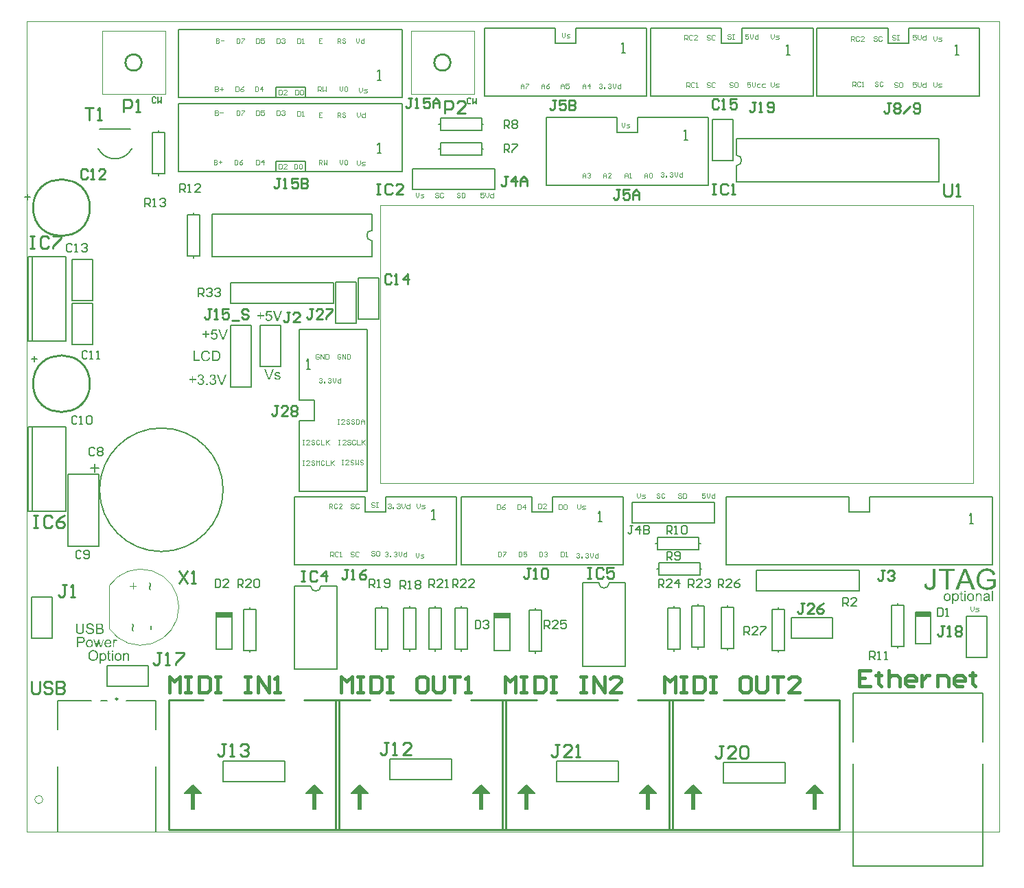
<source format=gto>
%FSLAX43Y43*%
%MOMM*%
G71*
G01*
G75*
%ADD10C,0.600*%
%ADD11C,0.400*%
%ADD12C,0.800*%
%ADD13C,0.230*%
%ADD14C,0.254*%
%ADD15C,0.050*%
%ADD16C,1.500*%
%ADD17R,1.500X1.500*%
%ADD18R,1.500X1.500*%
%ADD19R,1.700X1.700*%
%ADD20C,1.700*%
%ADD21C,1.524*%
%ADD22C,1.800*%
%ADD23C,2.230*%
%ADD24C,3.300*%
%ADD25C,1.620*%
%ADD26C,3.800*%
%ADD27C,1.600*%
%ADD28R,1.600X1.600*%
%ADD29C,1.500*%
%ADD30R,1.500X1.500*%
%ADD31R,1.500X1.500*%
%ADD32C,1.200*%
%ADD33C,2.500*%
%ADD34C,2.100*%
%ADD35R,2.000X2.000*%
%ADD36C,2.000*%
%ADD37C,1.400*%
%ADD38C,0.800*%
%ADD39C,0.500*%
%ADD40C,1.000*%
%ADD41C,0.100*%
%ADD42C,0.250*%
%ADD43C,0.200*%
%ADD44C,0.127*%
%ADD45C,0.150*%
%ADD46C,0.203*%
%ADD47R,0.500X2.000*%
%ADD48R,2.000X0.800*%
%ADD49R,1.900X0.800*%
G36*
X22651Y51181D02*
X22473D01*
X21980Y52462D01*
X22164D01*
X22495Y51531D01*
Y51529D01*
X22497Y51525D01*
X22499Y51520D01*
X22502Y51512D01*
X22506Y51502D01*
X22509Y51490D01*
X22519Y51463D01*
X22529Y51430D01*
X22541Y51395D01*
X22563Y51320D01*
Y51322D01*
X22565Y51325D01*
X22567Y51330D01*
X22568Y51339D01*
X22572Y51347D01*
X22575Y51359D01*
X22584Y51386D01*
X22594Y51419D01*
X22606Y51454D01*
X22619Y51492D01*
X22633Y51531D01*
X22979Y52462D01*
X23152D01*
X22651Y51181D01*
D02*
G37*
G36*
X20824D02*
X20644D01*
Y51361D01*
X20824D01*
Y51181D01*
D02*
G37*
G36*
X19989Y52465D02*
X19999D01*
X20025Y52462D01*
X20054Y52455D01*
X20086Y52448D01*
X20120Y52437D01*
X20154Y52421D01*
X20156D01*
X20157Y52420D01*
X20169Y52413D01*
X20184Y52403D01*
X20205Y52389D01*
X20225Y52372D01*
X20249Y52352D01*
X20271Y52326D01*
X20290Y52299D01*
X20291Y52296D01*
X20296Y52286D01*
X20305Y52270D01*
X20313Y52250D01*
X20322Y52224D01*
X20330Y52197D01*
X20335Y52167D01*
X20337Y52135D01*
Y52133D01*
Y52131D01*
Y52121D01*
X20335Y52104D01*
X20332Y52084D01*
X20325Y52062D01*
X20318Y52034D01*
X20307Y52009D01*
X20291Y51982D01*
X20290Y51978D01*
X20283Y51970D01*
X20273Y51958D01*
X20259Y51943D01*
X20240Y51926D01*
X20218Y51909D01*
X20191Y51890D01*
X20161Y51875D01*
X20162D01*
X20166Y51873D01*
X20171Y51872D01*
X20179Y51870D01*
X20200Y51861D01*
X20225Y51851D01*
X20252Y51836D01*
X20281Y51817D01*
X20310Y51794D01*
X20335Y51765D01*
Y51763D01*
X20339Y51761D01*
X20342Y51756D01*
X20346Y51749D01*
X20356Y51732D01*
X20368Y51709D01*
X20380Y51678D01*
X20390Y51644D01*
X20397Y51603D01*
X20400Y51559D01*
Y51558D01*
Y51553D01*
Y51542D01*
X20398Y51531D01*
X20397Y51517D01*
X20393Y51500D01*
X20390Y51481D01*
X20385Y51461D01*
X20378Y51439D01*
X20369Y51417D01*
X20359Y51393D01*
X20347Y51368D01*
X20334Y51344D01*
X20317Y51320D01*
X20298Y51296D01*
X20276Y51274D01*
X20274Y51273D01*
X20271Y51269D01*
X20264Y51264D01*
X20254Y51256D01*
X20242Y51247D01*
X20227Y51239D01*
X20212Y51227D01*
X20191Y51217D01*
X20171Y51206D01*
X20147Y51196D01*
X20122Y51186D01*
X20094Y51178D01*
X20066Y51169D01*
X20033Y51164D01*
X20001Y51161D01*
X19967Y51159D01*
X19950D01*
X19940Y51161D01*
X19925Y51162D01*
X19908Y51164D01*
X19889Y51167D01*
X19869Y51171D01*
X19825Y51183D01*
X19803Y51191D01*
X19779Y51201D01*
X19755Y51213D01*
X19731Y51227D01*
X19709Y51242D01*
X19687Y51259D01*
X19686Y51261D01*
X19682Y51264D01*
X19677Y51269D01*
X19670Y51278D01*
X19662Y51288D01*
X19652Y51300D01*
X19641Y51313D01*
X19630Y51329D01*
X19619Y51347D01*
X19608Y51368D01*
X19597Y51388D01*
X19587Y51412D01*
X19572Y51463D01*
X19565Y51492D01*
X19562Y51520D01*
X19720Y51541D01*
Y51539D01*
X19721Y51536D01*
X19723Y51529D01*
X19725Y51519D01*
X19728Y51508D01*
X19731Y51495D01*
X19740Y51466D01*
X19753Y51434D01*
X19769Y51403D01*
X19787Y51373D01*
X19798Y51359D01*
X19809Y51347D01*
X19813Y51346D01*
X19821Y51339D01*
X19835Y51329D01*
X19854Y51318D01*
X19877Y51308D01*
X19904Y51298D01*
X19935Y51291D01*
X19969Y51290D01*
X19979D01*
X19988Y51291D01*
X19998D01*
X20008Y51293D01*
X20035Y51300D01*
X20064Y51308D01*
X20096Y51322D01*
X20127Y51340D01*
X20142Y51352D01*
X20157Y51366D01*
X20159Y51368D01*
X20161Y51369D01*
X20169Y51380D01*
X20181Y51396D01*
X20196Y51419D01*
X20210Y51446D01*
X20222Y51478D01*
X20230Y51515D01*
X20234Y51536D01*
Y51556D01*
Y51558D01*
Y51561D01*
Y51566D01*
X20232Y51575D01*
X20230Y51593D01*
X20225Y51619D01*
X20217Y51648D01*
X20203Y51676D01*
X20186Y51707D01*
X20162Y51734D01*
X20159Y51738D01*
X20149Y51746D01*
X20134Y51756D01*
X20113Y51770D01*
X20088Y51783D01*
X20057Y51794D01*
X20022Y51802D01*
X19983Y51805D01*
X19966D01*
X19952Y51804D01*
X19937Y51802D01*
X19918Y51799D01*
X19896Y51794D01*
X19872Y51788D01*
X19889Y51926D01*
X19893D01*
X19898Y51924D01*
X19906Y51922D01*
X19925D01*
X19932Y51924D01*
X19950Y51926D01*
X19974Y51929D01*
X20003Y51936D01*
X20033Y51945D01*
X20064Y51958D01*
X20094Y51975D01*
X20096D01*
X20098Y51977D01*
X20108Y51985D01*
X20120Y51997D01*
X20135Y52016D01*
X20150Y52038D01*
X20164Y52067D01*
X20173Y52099D01*
X20174Y52118D01*
X20176Y52138D01*
Y52140D01*
Y52141D01*
X20174Y52153D01*
X20173Y52168D01*
X20169Y52189D01*
X20161Y52211D01*
X20150Y52235D01*
X20137Y52258D01*
X20117Y52280D01*
X20113Y52282D01*
X20106Y52289D01*
X20093Y52299D01*
X20076Y52309D01*
X20054Y52319D01*
X20028Y52330D01*
X19999Y52336D01*
X19966Y52338D01*
X19950D01*
X19933Y52335D01*
X19913Y52331D01*
X19888Y52325D01*
X19862Y52314D01*
X19837Y52299D01*
X19813Y52280D01*
X19809Y52277D01*
X19803Y52270D01*
X19792Y52257D01*
X19781Y52238D01*
X19767Y52213D01*
X19753Y52184D01*
X19743Y52148D01*
X19735Y52107D01*
X19577Y52135D01*
Y52136D01*
X19579Y52141D01*
X19580Y52150D01*
X19584Y52160D01*
X19587Y52174D01*
X19592Y52189D01*
X19604Y52224D01*
X19621Y52264D01*
X19645Y52304D01*
X19672Y52343D01*
X19689Y52362D01*
X19708Y52379D01*
X19709Y52381D01*
X19713Y52382D01*
X19718Y52387D01*
X19726Y52392D01*
X19736Y52399D01*
X19748Y52406D01*
X19762Y52415D01*
X19777Y52423D01*
X19796Y52431D01*
X19815Y52440D01*
X19859Y52454D01*
X19908Y52464D01*
X19935Y52465D01*
X19962Y52467D01*
X19979D01*
X19989Y52465D01*
D02*
G37*
G36*
X19037Y51887D02*
X19385D01*
Y51741D01*
X19037D01*
Y51390D01*
X18890D01*
Y51741D01*
X18542D01*
Y51887D01*
X18890D01*
Y52235D01*
X19037D01*
Y51887D01*
D02*
G37*
G36*
X22000Y57882D02*
X21488D01*
X21420Y57538D01*
X21421Y57539D01*
X21425Y57541D01*
X21432Y57544D01*
X21440Y57551D01*
X21450Y57556D01*
X21464Y57563D01*
X21477Y57572D01*
X21493Y57578D01*
X21530Y57594D01*
X21571Y57607D01*
X21615Y57616D01*
X21639Y57617D01*
X21662Y57619D01*
X21679D01*
X21691Y57617D01*
X21705Y57616D01*
X21722Y57612D01*
X21740Y57609D01*
X21761Y57604D01*
X21783Y57599D01*
X21805Y57590D01*
X21829Y57582D01*
X21852Y57570D01*
X21876Y57556D01*
X21900Y57541D01*
X21924Y57522D01*
X21946Y57502D01*
X21947Y57500D01*
X21951Y57497D01*
X21956Y57490D01*
X21964Y57482D01*
X21973Y57470D01*
X21983Y57456D01*
X21993Y57439D01*
X22003Y57421D01*
X22014Y57400D01*
X22025Y57378D01*
X22034Y57353D01*
X22042Y57327D01*
X22051Y57298D01*
X22056Y57268D01*
X22059Y57237D01*
X22061Y57203D01*
Y57202D01*
Y57195D01*
Y57186D01*
X22059Y57175D01*
X22058Y57159D01*
X22056Y57141D01*
X22053Y57122D01*
X22049Y57100D01*
X22036Y57052D01*
X22029Y57029D01*
X22019Y57001D01*
X22007Y56976D01*
X21993Y56951D01*
X21978Y56925D01*
X21959Y56901D01*
X21958Y56900D01*
X21954Y56895D01*
X21946Y56888D01*
X21937Y56878D01*
X21924Y56866D01*
X21908Y56852D01*
X21891Y56839D01*
X21871Y56825D01*
X21847Y56810D01*
X21824Y56796D01*
X21795Y56783D01*
X21766Y56771D01*
X21734Y56761D01*
X21698Y56754D01*
X21662Y56749D01*
X21623Y56747D01*
X21606D01*
X21594Y56749D01*
X21579Y56750D01*
X21562Y56752D01*
X21544Y56755D01*
X21522Y56759D01*
X21477Y56771D01*
X21454Y56779D01*
X21430Y56788D01*
X21406Y56800D01*
X21382Y56811D01*
X21360Y56827D01*
X21338Y56844D01*
X21337Y56845D01*
X21333Y56849D01*
X21328Y56854D01*
X21321Y56862D01*
X21313Y56871D01*
X21303Y56883D01*
X21292Y56898D01*
X21281Y56913D01*
X21270Y56930D01*
X21259Y56951D01*
X21248Y56971D01*
X21238Y56995D01*
X21223Y57046D01*
X21216Y57074D01*
X21213Y57103D01*
X21377Y57115D01*
Y57113D01*
X21379Y57110D01*
Y57103D01*
X21381Y57095D01*
X21384Y57085D01*
X21386Y57074D01*
X21394Y57047D01*
X21404Y57018D01*
X21420Y56988D01*
X21438Y56961D01*
X21460Y56935D01*
X21464Y56934D01*
X21472Y56927D01*
X21488Y56917D01*
X21506Y56906D01*
X21530Y56895D01*
X21557Y56886D01*
X21589Y56879D01*
X21623Y56876D01*
X21635D01*
X21642Y56878D01*
X21652Y56879D01*
X21664Y56881D01*
X21691Y56886D01*
X21722Y56896D01*
X21754Y56912D01*
X21769Y56922D01*
X21786Y56934D01*
X21801Y56945D01*
X21817Y56961D01*
X21818Y56962D01*
X21820Y56964D01*
X21824Y56969D01*
X21829Y56976D01*
X21835Y56984D01*
X21842Y56996D01*
X21849Y57008D01*
X21856Y57022D01*
X21869Y57054D01*
X21883Y57093D01*
X21891Y57137D01*
X21895Y57163D01*
Y57188D01*
Y57190D01*
Y57195D01*
Y57202D01*
X21893Y57210D01*
Y57222D01*
X21891Y57236D01*
X21885Y57266D01*
X21876Y57300D01*
X21863Y57336D01*
X21844Y57370D01*
X21832Y57387D01*
X21818Y57402D01*
Y57404D01*
X21815Y57405D01*
X21805Y57414D01*
X21788Y57427D01*
X21766Y57441D01*
X21737Y57454D01*
X21703Y57468D01*
X21664Y57477D01*
X21642Y57480D01*
X21606D01*
X21593Y57478D01*
X21574Y57475D01*
X21552Y57471D01*
X21530Y57465D01*
X21506Y57456D01*
X21483Y57444D01*
X21479Y57443D01*
X21472Y57438D01*
X21462Y57431D01*
X21449Y57421D01*
X21433Y57407D01*
X21416Y57392D01*
X21401Y57373D01*
X21387Y57354D01*
X21240Y57375D01*
X21364Y58033D01*
X22000D01*
Y57882D01*
D02*
G37*
G36*
X11743Y26384D02*
X12094D01*
Y26237D01*
X11743D01*
Y25889D01*
X11597D01*
Y26237D01*
X11249D01*
Y26384D01*
X11597D01*
Y26732D01*
X11743D01*
Y26384D01*
D02*
G37*
G36*
X20688Y57475D02*
X21036D01*
Y57329D01*
X20688D01*
Y56978D01*
X20541D01*
Y57329D01*
X20193D01*
Y57475D01*
X20541D01*
Y57823D01*
X20688D01*
Y57475D01*
D02*
G37*
G36*
X22811Y56769D02*
X22633D01*
X22139Y58050D01*
X22324D01*
X22655Y57119D01*
Y57117D01*
X22657Y57113D01*
X22658Y57108D01*
X22662Y57100D01*
X22665Y57090D01*
X22669Y57078D01*
X22679Y57051D01*
X22689Y57018D01*
X22701Y56983D01*
X22723Y56908D01*
Y56910D01*
X22725Y56913D01*
X22726Y56918D01*
X22728Y56927D01*
X22731Y56935D01*
X22735Y56947D01*
X22743Y56974D01*
X22753Y57007D01*
X22765Y57042D01*
X22779Y57079D01*
X22792Y57119D01*
X23139Y58050D01*
X23312D01*
X22811Y56769D01*
D02*
G37*
G36*
X29447Y52763D02*
X29457D01*
X29484Y52761D01*
X29513Y52756D01*
X29545Y52751D01*
X29578Y52742D01*
X29610Y52732D01*
X29612D01*
X29613Y52731D01*
X29623Y52727D01*
X29639Y52720D01*
X29656Y52710D01*
X29676Y52698D01*
X29696Y52683D01*
X29715Y52666D01*
X29732Y52647D01*
X29734Y52646D01*
X29739Y52637D01*
X29746Y52625D01*
X29754Y52610D01*
X29764Y52588D01*
X29773Y52564D01*
X29781Y52537D01*
X29788Y52505D01*
X29634Y52485D01*
Y52488D01*
X29630Y52496D01*
X29627Y52508D01*
X29622Y52525D01*
X29613Y52542D01*
X29601Y52561D01*
X29588Y52578D01*
X29571Y52595D01*
X29569Y52596D01*
X29562Y52602D01*
X29550Y52608D01*
X29535Y52615D01*
X29515Y52622D01*
X29491Y52629D01*
X29462Y52634D01*
X29430Y52636D01*
X29413D01*
X29393Y52634D01*
X29371Y52630D01*
X29345Y52627D01*
X29320Y52620D01*
X29296Y52610D01*
X29276Y52598D01*
X29274Y52596D01*
X29269Y52591D01*
X29260Y52585D01*
X29254Y52574D01*
X29245Y52563D01*
X29237Y52549D01*
X29231Y52532D01*
X29230Y52515D01*
Y52513D01*
Y52510D01*
X29231Y52505D01*
Y52496D01*
X29238Y52479D01*
X29242Y52469D01*
X29248Y52459D01*
X29250Y52457D01*
X29252Y52456D01*
X29257Y52451D01*
X29264Y52445D01*
X29270Y52439D01*
X29281Y52432D01*
X29294Y52425D01*
X29308Y52418D01*
X29310D01*
X29313Y52417D01*
X29321Y52413D01*
X29335Y52410D01*
X29352Y52405D01*
X29364Y52401D01*
X29377Y52398D01*
X29391Y52393D01*
X29408Y52389D01*
X29427Y52383D01*
X29447Y52378D01*
X29449D01*
X29454Y52376D01*
X29462Y52374D01*
X29474Y52371D01*
X29488Y52366D01*
X29503Y52362D01*
X29539Y52352D01*
X29578Y52340D01*
X29617Y52328D01*
X29652Y52317D01*
X29668Y52310D01*
X29681Y52305D01*
X29684Y52303D01*
X29691Y52300D01*
X29705Y52293D01*
X29718Y52284D01*
X29735Y52272D01*
X29752Y52257D01*
X29769Y52240D01*
X29785Y52222D01*
X29786Y52220D01*
X29791Y52211D01*
X29796Y52201D01*
X29805Y52186D01*
X29812Y52166D01*
X29817Y52143D01*
X29822Y52116D01*
X29824Y52087D01*
Y52084D01*
Y52074D01*
X29822Y52059D01*
X29819Y52040D01*
X29812Y52018D01*
X29803Y51992D01*
X29791Y51967D01*
X29776Y51940D01*
X29774Y51936D01*
X29768Y51928D01*
X29757Y51916D01*
X29742Y51901D01*
X29724Y51884D01*
X29701Y51865D01*
X29674Y51848D01*
X29644Y51833D01*
X29642D01*
X29640Y51831D01*
X29635Y51830D01*
X29628Y51828D01*
X29612Y51821D01*
X29588Y51814D01*
X29559Y51808D01*
X29525Y51801D01*
X29488Y51797D01*
X29449Y51796D01*
X29432D01*
X29418Y51797D01*
X29405D01*
X29386Y51799D01*
X29367Y51802D01*
X29347Y51806D01*
X29301Y51814D01*
X29255Y51828D01*
X29211Y51847D01*
X29191Y51857D01*
X29172Y51870D01*
X29170Y51872D01*
X29169Y51874D01*
X29164Y51879D01*
X29157Y51884D01*
X29150Y51892D01*
X29142Y51903D01*
X29131Y51913D01*
X29121Y51926D01*
X29111Y51942D01*
X29101Y51959D01*
X29091Y51975D01*
X29080Y51996D01*
X29072Y52018D01*
X29063Y52042D01*
X29057Y52067D01*
X29052Y52094D01*
X29208Y52118D01*
Y52116D01*
Y52115D01*
X29209Y52110D01*
X29211Y52103D01*
X29214Y52086D01*
X29221Y52064D01*
X29230Y52042D01*
X29243Y52018D01*
X29259Y51994D01*
X29279Y51974D01*
X29282Y51972D01*
X29291Y51967D01*
X29304Y51959D01*
X29323Y51950D01*
X29347Y51940D01*
X29376Y51933D01*
X29410Y51926D01*
X29449Y51925D01*
X29467D01*
X29486Y51926D01*
X29510Y51930D01*
X29535Y51935D01*
X29562Y51943D01*
X29588Y51953D01*
X29610Y51969D01*
X29612Y51970D01*
X29618Y51977D01*
X29627Y51986D01*
X29637Y51998D01*
X29645Y52013D01*
X29654Y52031D01*
X29661Y52050D01*
X29662Y52072D01*
Y52074D01*
Y52081D01*
X29661Y52091D01*
X29657Y52103D01*
X29651Y52116D01*
X29642Y52130D01*
X29630Y52143D01*
X29615Y52155D01*
X29613Y52157D01*
X29608Y52159D01*
X29598Y52164D01*
X29583Y52169D01*
X29561Y52177D01*
X29547Y52181D01*
X29532Y52186D01*
X29515Y52191D01*
X29496Y52196D01*
X29476Y52203D01*
X29452Y52208D01*
X29450D01*
X29445Y52210D01*
X29435Y52213D01*
X29423Y52215D01*
X29410Y52220D01*
X29394Y52223D01*
X29357Y52233D01*
X29318Y52245D01*
X29277Y52259D01*
X29242Y52272D01*
X29225Y52278D01*
X29211Y52284D01*
X29208Y52286D01*
X29201Y52291D01*
X29189Y52298D01*
X29174Y52308D01*
X29157Y52320D01*
X29142Y52335D01*
X29125Y52352D01*
X29111Y52373D01*
X29109Y52376D01*
X29106Y52383D01*
X29101Y52395D01*
X29094Y52410D01*
X29087Y52427D01*
X29082Y52449D01*
X29079Y52471D01*
X29077Y52496D01*
Y52500D01*
Y52507D01*
X29079Y52518D01*
X29080Y52534D01*
X29084Y52552D01*
X29089Y52571D01*
X29096Y52591D01*
X29104Y52612D01*
X29106Y52613D01*
X29109Y52620D01*
X29116Y52630D01*
X29125Y52642D01*
X29136Y52656D01*
X29150Y52671D01*
X29165Y52685D01*
X29182Y52698D01*
X29184Y52700D01*
X29189Y52703D01*
X29198Y52708D01*
X29209Y52714D01*
X29223Y52722D01*
X29240Y52729D01*
X29260Y52737D01*
X29282Y52744D01*
X29286Y52746D01*
X29293Y52748D01*
X29306Y52751D01*
X29323Y52754D01*
X29343Y52758D01*
X29365Y52761D01*
X29391Y52764D01*
X29437D01*
X29447Y52763D01*
D02*
G37*
G36*
X28483Y51816D02*
X28305D01*
X27811Y53097D01*
X27996D01*
X28327Y52166D01*
Y52164D01*
X28329Y52160D01*
X28330Y52155D01*
X28334Y52147D01*
X28337Y52137D01*
X28341Y52125D01*
X28351Y52098D01*
X28361Y52065D01*
X28373Y52030D01*
X28395Y51955D01*
Y51957D01*
X28397Y51960D01*
X28398Y51965D01*
X28400Y51974D01*
X28403Y51982D01*
X28407Y51994D01*
X28415Y52021D01*
X28426Y52054D01*
X28437Y52089D01*
X28451Y52126D01*
X28465Y52166D01*
X28811Y53097D01*
X28984D01*
X28483Y51816D01*
D02*
G37*
G36*
X29542Y59055D02*
X29364D01*
X28870Y60336D01*
X29055D01*
X29386Y59405D01*
Y59403D01*
X29388Y59399D01*
X29389Y59394D01*
X29393Y59386D01*
X29396Y59376D01*
X29400Y59364D01*
X29410Y59337D01*
X29420Y59304D01*
X29432Y59269D01*
X29454Y59194D01*
Y59196D01*
X29456Y59199D01*
X29457Y59204D01*
X29459Y59213D01*
X29462Y59221D01*
X29466Y59233D01*
X29474Y59260D01*
X29484Y59293D01*
X29496Y59328D01*
X29510Y59366D01*
X29523Y59405D01*
X29870Y60336D01*
X30043D01*
X29542Y59055D01*
D02*
G37*
G36*
X28731Y60168D02*
X28219D01*
X28151Y59824D01*
X28152Y59825D01*
X28156Y59827D01*
X28163Y59830D01*
X28171Y59837D01*
X28181Y59842D01*
X28195Y59849D01*
X28208Y59858D01*
X28224Y59864D01*
X28261Y59880D01*
X28302Y59893D01*
X28346Y59902D01*
X28370Y59903D01*
X28393Y59905D01*
X28410D01*
X28422Y59903D01*
X28436Y59902D01*
X28453Y59898D01*
X28471Y59895D01*
X28492Y59890D01*
X28514Y59885D01*
X28536Y59876D01*
X28560Y59868D01*
X28583Y59856D01*
X28607Y59842D01*
X28631Y59827D01*
X28655Y59808D01*
X28677Y59788D01*
X28678Y59786D01*
X28682Y59783D01*
X28687Y59776D01*
X28695Y59768D01*
X28704Y59756D01*
X28714Y59742D01*
X28724Y59725D01*
X28734Y59707D01*
X28745Y59686D01*
X28756Y59664D01*
X28765Y59639D01*
X28773Y59613D01*
X28782Y59584D01*
X28787Y59554D01*
X28790Y59523D01*
X28792Y59489D01*
Y59488D01*
Y59481D01*
Y59472D01*
X28790Y59461D01*
X28789Y59445D01*
X28787Y59427D01*
X28784Y59408D01*
X28780Y59386D01*
X28767Y59338D01*
X28760Y59315D01*
X28750Y59287D01*
X28738Y59262D01*
X28724Y59237D01*
X28709Y59211D01*
X28690Y59187D01*
X28689Y59186D01*
X28685Y59181D01*
X28677Y59174D01*
X28668Y59164D01*
X28655Y59152D01*
X28639Y59138D01*
X28622Y59125D01*
X28602Y59111D01*
X28578Y59096D01*
X28555Y59082D01*
X28526Y59069D01*
X28497Y59057D01*
X28465Y59047D01*
X28429Y59040D01*
X28393Y59035D01*
X28354Y59033D01*
X28337D01*
X28325Y59035D01*
X28310Y59036D01*
X28293Y59038D01*
X28275Y59041D01*
X28253Y59045D01*
X28208Y59057D01*
X28185Y59065D01*
X28161Y59074D01*
X28137Y59086D01*
X28113Y59097D01*
X28091Y59113D01*
X28069Y59130D01*
X28068Y59131D01*
X28064Y59135D01*
X28059Y59140D01*
X28052Y59148D01*
X28044Y59157D01*
X28034Y59169D01*
X28023Y59184D01*
X28012Y59199D01*
X28001Y59216D01*
X27990Y59237D01*
X27979Y59257D01*
X27969Y59281D01*
X27954Y59332D01*
X27947Y59360D01*
X27944Y59389D01*
X28108Y59401D01*
Y59399D01*
X28110Y59396D01*
Y59389D01*
X28112Y59381D01*
X28115Y59371D01*
X28117Y59360D01*
X28125Y59333D01*
X28135Y59304D01*
X28151Y59274D01*
X28169Y59247D01*
X28191Y59221D01*
X28195Y59220D01*
X28203Y59213D01*
X28219Y59203D01*
X28237Y59192D01*
X28261Y59181D01*
X28288Y59172D01*
X28320Y59165D01*
X28354Y59162D01*
X28366D01*
X28373Y59164D01*
X28383Y59165D01*
X28395Y59167D01*
X28422Y59172D01*
X28453Y59182D01*
X28485Y59198D01*
X28500Y59208D01*
X28517Y59220D01*
X28532Y59231D01*
X28548Y59247D01*
X28549Y59248D01*
X28551Y59250D01*
X28555Y59255D01*
X28560Y59262D01*
X28566Y59270D01*
X28573Y59282D01*
X28580Y59294D01*
X28587Y59308D01*
X28600Y59340D01*
X28614Y59379D01*
X28622Y59423D01*
X28626Y59449D01*
Y59474D01*
Y59476D01*
Y59481D01*
Y59488D01*
X28624Y59496D01*
Y59508D01*
X28622Y59522D01*
X28616Y59552D01*
X28607Y59586D01*
X28594Y59622D01*
X28575Y59656D01*
X28563Y59673D01*
X28549Y59688D01*
Y59690D01*
X28546Y59691D01*
X28536Y59700D01*
X28519Y59713D01*
X28497Y59727D01*
X28468Y59740D01*
X28434Y59754D01*
X28395Y59763D01*
X28373Y59766D01*
X28337D01*
X28324Y59764D01*
X28305Y59761D01*
X28283Y59757D01*
X28261Y59751D01*
X28237Y59742D01*
X28214Y59730D01*
X28210Y59729D01*
X28203Y59724D01*
X28193Y59717D01*
X28180Y59707D01*
X28164Y59693D01*
X28147Y59678D01*
X28132Y59659D01*
X28118Y59640D01*
X27971Y59661D01*
X28095Y60319D01*
X28731D01*
Y60168D01*
D02*
G37*
G36*
X19220Y54253D02*
X19849D01*
Y54102D01*
X19050D01*
Y55383D01*
X19220D01*
Y54253D01*
D02*
G37*
G36*
X21481Y52465D02*
X21491D01*
X21516Y52462D01*
X21545Y52455D01*
X21577Y52448D01*
X21611Y52437D01*
X21645Y52421D01*
X21647D01*
X21649Y52420D01*
X21661Y52413D01*
X21676Y52403D01*
X21696Y52389D01*
X21717Y52372D01*
X21740Y52352D01*
X21762Y52326D01*
X21781Y52299D01*
X21783Y52296D01*
X21788Y52286D01*
X21796Y52270D01*
X21805Y52250D01*
X21813Y52224D01*
X21822Y52197D01*
X21827Y52167D01*
X21829Y52135D01*
Y52133D01*
Y52131D01*
Y52121D01*
X21827Y52104D01*
X21823Y52084D01*
X21817Y52062D01*
X21810Y52034D01*
X21798Y52009D01*
X21783Y51982D01*
X21781Y51978D01*
X21774Y51970D01*
X21764Y51958D01*
X21750Y51943D01*
X21732Y51926D01*
X21710Y51909D01*
X21683Y51890D01*
X21652Y51875D01*
X21654D01*
X21657Y51873D01*
X21662Y51872D01*
X21671Y51870D01*
X21691Y51861D01*
X21717Y51851D01*
X21744Y51836D01*
X21773Y51817D01*
X21801Y51794D01*
X21827Y51765D01*
Y51763D01*
X21830Y51761D01*
X21834Y51756D01*
X21837Y51749D01*
X21847Y51732D01*
X21859Y51709D01*
X21871Y51678D01*
X21881Y51644D01*
X21888Y51603D01*
X21891Y51559D01*
Y51558D01*
Y51553D01*
Y51542D01*
X21890Y51531D01*
X21888Y51517D01*
X21885Y51500D01*
X21881Y51481D01*
X21876Y51461D01*
X21869Y51439D01*
X21861Y51417D01*
X21851Y51393D01*
X21839Y51368D01*
X21825Y51344D01*
X21808Y51320D01*
X21790Y51296D01*
X21767Y51274D01*
X21766Y51273D01*
X21762Y51269D01*
X21756Y51264D01*
X21745Y51256D01*
X21734Y51247D01*
X21718Y51239D01*
X21703Y51227D01*
X21683Y51217D01*
X21662Y51206D01*
X21639Y51196D01*
X21613Y51186D01*
X21586Y51178D01*
X21557Y51169D01*
X21525Y51164D01*
X21493Y51161D01*
X21459Y51159D01*
X21442D01*
X21432Y51161D01*
X21416Y51162D01*
X21399Y51164D01*
X21381Y51167D01*
X21360Y51171D01*
X21316Y51183D01*
X21294Y51191D01*
X21270Y51201D01*
X21247Y51213D01*
X21223Y51227D01*
X21201Y51242D01*
X21179Y51259D01*
X21177Y51261D01*
X21174Y51264D01*
X21169Y51269D01*
X21162Y51278D01*
X21153Y51288D01*
X21143Y51300D01*
X21133Y51313D01*
X21121Y51329D01*
X21111Y51347D01*
X21099Y51368D01*
X21089Y51388D01*
X21079Y51412D01*
X21063Y51463D01*
X21057Y51492D01*
X21053Y51520D01*
X21211Y51541D01*
Y51539D01*
X21213Y51536D01*
X21214Y51529D01*
X21216Y51519D01*
X21219Y51508D01*
X21223Y51495D01*
X21231Y51466D01*
X21245Y51434D01*
X21260Y51403D01*
X21279Y51373D01*
X21289Y51359D01*
X21301Y51347D01*
X21304Y51346D01*
X21313Y51339D01*
X21326Y51329D01*
X21345Y51318D01*
X21369Y51308D01*
X21396Y51298D01*
X21426Y51291D01*
X21460Y51290D01*
X21471D01*
X21479Y51291D01*
X21489D01*
X21499Y51293D01*
X21527Y51300D01*
X21555Y51308D01*
X21588Y51322D01*
X21618Y51340D01*
X21633Y51352D01*
X21649Y51366D01*
X21650Y51368D01*
X21652Y51369D01*
X21661Y51380D01*
X21672Y51396D01*
X21688Y51419D01*
X21701Y51446D01*
X21713Y51478D01*
X21722Y51515D01*
X21725Y51536D01*
Y51556D01*
Y51558D01*
Y51561D01*
Y51566D01*
X21723Y51575D01*
X21722Y51593D01*
X21717Y51619D01*
X21708Y51648D01*
X21695Y51676D01*
X21678Y51707D01*
X21654Y51734D01*
X21650Y51738D01*
X21640Y51746D01*
X21625Y51756D01*
X21605Y51770D01*
X21579Y51783D01*
X21549Y51794D01*
X21513Y51802D01*
X21474Y51805D01*
X21457D01*
X21443Y51804D01*
X21428Y51802D01*
X21409Y51799D01*
X21387Y51794D01*
X21364Y51788D01*
X21381Y51926D01*
X21384D01*
X21389Y51924D01*
X21398Y51922D01*
X21416D01*
X21423Y51924D01*
X21442Y51926D01*
X21465Y51929D01*
X21494Y51936D01*
X21525Y51945D01*
X21555Y51958D01*
X21586Y51975D01*
X21588D01*
X21589Y51977D01*
X21599Y51985D01*
X21611Y51997D01*
X21627Y52016D01*
X21642Y52038D01*
X21655Y52067D01*
X21664Y52099D01*
X21666Y52118D01*
X21667Y52138D01*
Y52140D01*
Y52141D01*
X21666Y52153D01*
X21664Y52168D01*
X21661Y52189D01*
X21652Y52211D01*
X21642Y52235D01*
X21628Y52258D01*
X21608Y52280D01*
X21605Y52282D01*
X21598Y52289D01*
X21584Y52299D01*
X21567Y52309D01*
X21545Y52319D01*
X21520Y52330D01*
X21491Y52336D01*
X21457Y52338D01*
X21442D01*
X21425Y52335D01*
X21404Y52331D01*
X21379Y52325D01*
X21353Y52314D01*
X21328Y52299D01*
X21304Y52280D01*
X21301Y52277D01*
X21294Y52270D01*
X21284Y52257D01*
X21272Y52238D01*
X21258Y52213D01*
X21245Y52184D01*
X21235Y52148D01*
X21226Y52107D01*
X21068Y52135D01*
Y52136D01*
X21070Y52141D01*
X21072Y52150D01*
X21075Y52160D01*
X21079Y52174D01*
X21084Y52189D01*
X21096Y52224D01*
X21113Y52264D01*
X21136Y52304D01*
X21163Y52343D01*
X21180Y52362D01*
X21199Y52379D01*
X21201Y52381D01*
X21204Y52382D01*
X21209Y52387D01*
X21218Y52392D01*
X21228Y52399D01*
X21240Y52406D01*
X21253Y52415D01*
X21269Y52423D01*
X21287Y52431D01*
X21306Y52440D01*
X21350Y52454D01*
X21399Y52464D01*
X21426Y52465D01*
X21454Y52467D01*
X21471D01*
X21481Y52465D01*
D02*
G37*
G36*
X20638Y55403D02*
X20655Y55402D01*
X20674Y55400D01*
X20694Y55397D01*
X20718Y55393D01*
X20769Y55381D01*
X20796Y55373D01*
X20823Y55364D01*
X20850Y55352D01*
X20877Y55339D01*
X20903Y55324D01*
X20928Y55307D01*
X20930Y55305D01*
X20933Y55302D01*
X20940Y55296D01*
X20950Y55288D01*
X20961Y55278D01*
X20972Y55266D01*
X20986Y55252D01*
X21000Y55235D01*
X21015Y55217D01*
X21030Y55196D01*
X21045Y55174D01*
X21061Y55149D01*
X21076Y55123D01*
X21088Y55095D01*
X21101Y55064D01*
X21112Y55032D01*
X20945Y54993D01*
Y54994D01*
X20944Y55000D01*
X20940Y55006D01*
X20937Y55015D01*
X20932Y55027D01*
X20927Y55040D01*
X20911Y55071D01*
X20893Y55103D01*
X20871Y55137D01*
X20845Y55169D01*
X20830Y55183D01*
X20815Y55196D01*
X20813D01*
X20811Y55200D01*
X20806Y55203D01*
X20799Y55207D01*
X20791Y55212D01*
X20782Y55217D01*
X20757Y55229D01*
X20726Y55241D01*
X20691Y55251D01*
X20648Y55257D01*
X20603Y55261D01*
X20589D01*
X20579Y55259D01*
X20565D01*
X20550Y55257D01*
X20535Y55256D01*
X20516Y55252D01*
X20477Y55244D01*
X20436Y55230D01*
X20396Y55213D01*
X20356Y55190D01*
X20355D01*
X20351Y55186D01*
X20348Y55183D01*
X20341Y55176D01*
X20323Y55161D01*
X20302Y55139D01*
X20280Y55112D01*
X20256Y55079D01*
X20234Y55040D01*
X20217Y54998D01*
Y54996D01*
X20216Y54993D01*
X20214Y54986D01*
X20211Y54978D01*
X20209Y54967D01*
X20205Y54954D01*
X20202Y54938D01*
X20199Y54923D01*
X20190Y54886D01*
X20185Y54843D01*
X20180Y54799D01*
X20178Y54752D01*
Y54750D01*
Y54745D01*
Y54737D01*
Y54725D01*
X20180Y54711D01*
Y54694D01*
X20182Y54675D01*
X20183Y54655D01*
X20190Y54611D01*
X20197Y54564D01*
X20209Y54514D01*
X20224Y54467D01*
Y54465D01*
X20226Y54462D01*
X20229Y54455D01*
X20233Y54446D01*
X20238Y54436D01*
X20244Y54424D01*
X20260Y54399D01*
X20282Y54368D01*
X20307Y54338D01*
X20336Y54309D01*
X20372Y54284D01*
X20373D01*
X20377Y54282D01*
X20382Y54278D01*
X20389Y54275D01*
X20399Y54270D01*
X20411Y54265D01*
X20438Y54255D01*
X20470Y54243D01*
X20506Y54234D01*
X20547Y54228D01*
X20589Y54224D01*
X20603D01*
X20613Y54226D01*
X20625D01*
X20640Y54229D01*
X20655Y54231D01*
X20672Y54234D01*
X20711Y54245D01*
X20750Y54258D01*
X20791Y54278D01*
X20811Y54292D01*
X20830Y54306D01*
X20832Y54307D01*
X20835Y54309D01*
X20840Y54314D01*
X20845Y54321D01*
X20854Y54329D01*
X20862Y54341D01*
X20872Y54353D01*
X20884Y54367D01*
X20894Y54384D01*
X20906Y54402D01*
X20916Y54423D01*
X20928Y54443D01*
X20938Y54467D01*
X20949Y54494D01*
X20957Y54521D01*
X20964Y54550D01*
X21134Y54508D01*
Y54506D01*
X21130Y54499D01*
X21128Y54487D01*
X21123Y54474D01*
X21117Y54457D01*
X21110Y54436D01*
X21100Y54414D01*
X21089Y54389D01*
X21076Y54363D01*
X21062Y54338D01*
X21047Y54311D01*
X21028Y54285D01*
X21010Y54260D01*
X20988Y54234D01*
X20966Y54211D01*
X20940Y54189D01*
X20938Y54187D01*
X20933Y54183D01*
X20927Y54178D01*
X20916Y54172D01*
X20903Y54163D01*
X20886Y54155D01*
X20867Y54144D01*
X20847Y54134D01*
X20823Y54124D01*
X20798Y54114D01*
X20770Y54105D01*
X20740Y54097D01*
X20709Y54090D01*
X20675Y54085D01*
X20642Y54082D01*
X20604Y54080D01*
X20584D01*
X20570Y54082D01*
X20552Y54083D01*
X20531Y54085D01*
X20509Y54087D01*
X20484Y54090D01*
X20431Y54100D01*
X20375Y54116D01*
X20346Y54124D01*
X20319Y54136D01*
X20292Y54148D01*
X20267Y54163D01*
X20265Y54165D01*
X20261Y54166D01*
X20255Y54172D01*
X20246Y54178D01*
X20234Y54187D01*
X20222Y54199D01*
X20209Y54211D01*
X20194Y54226D01*
X20178Y54241D01*
X20161Y54260D01*
X20146Y54280D01*
X20129Y54302D01*
X20114Y54326D01*
X20099Y54351D01*
X20083Y54379D01*
X20070Y54407D01*
Y54409D01*
X20066Y54414D01*
X20063Y54423D01*
X20060Y54435D01*
X20054Y54450D01*
X20049Y54468D01*
X20043Y54487D01*
X20037Y54511D01*
X20031Y54535D01*
X20024Y54562D01*
X20019Y54591D01*
X20014Y54619D01*
X20007Y54684D01*
X20004Y54752D01*
Y54754D01*
Y54760D01*
Y54771D01*
X20005Y54786D01*
Y54803D01*
X20007Y54823D01*
X20010Y54845D01*
X20014Y54871D01*
X20017Y54898D01*
X20022Y54925D01*
X20036Y54983D01*
X20054Y55042D01*
X20065Y55071D01*
X20078Y55100D01*
X20080Y55101D01*
X20082Y55106D01*
X20087Y55113D01*
X20092Y55125D01*
X20100Y55137D01*
X20110Y55151D01*
X20134Y55185D01*
X20165Y55220D01*
X20202Y55259D01*
X20246Y55295D01*
X20295Y55327D01*
X20297Y55329D01*
X20302Y55330D01*
X20309Y55334D01*
X20321Y55339D01*
X20333Y55346D01*
X20350Y55352D01*
X20367Y55359D01*
X20387Y55366D01*
X20409Y55373D01*
X20433Y55380D01*
X20485Y55393D01*
X20543Y55402D01*
X20574Y55405D01*
X20625D01*
X20638Y55403D01*
D02*
G37*
G36*
X21834Y55381D02*
X21868D01*
X21904Y55378D01*
X21943Y55375D01*
X21979Y55371D01*
X22011Y55364D01*
X22012D01*
X22016Y55363D01*
X22021Y55361D01*
X22029Y55359D01*
X22040Y55356D01*
X22050Y55352D01*
X22075Y55344D01*
X22106Y55330D01*
X22136Y55315D01*
X22169Y55296D01*
X22199Y55273D01*
X22201Y55271D01*
X22204Y55269D01*
X22209Y55264D01*
X22216Y55257D01*
X22225Y55249D01*
X22233Y55239D01*
X22255Y55213D01*
X22281Y55181D01*
X22304Y55144D01*
X22330Y55100D01*
X22350Y55052D01*
Y55050D01*
X22352Y55045D01*
X22355Y55039D01*
X22359Y55028D01*
X22362Y55017D01*
X22367Y55001D01*
X22370Y54984D01*
X22376Y54964D01*
X22381Y54944D01*
X22386Y54920D01*
X22389Y54894D01*
X22393Y54869D01*
X22399Y54811D01*
X22401Y54748D01*
Y54747D01*
Y54742D01*
Y54735D01*
Y54725D01*
X22399Y54711D01*
Y54696D01*
X22398Y54679D01*
X22396Y54662D01*
X22393Y54621D01*
X22386Y54577D01*
X22377Y54533D01*
X22365Y54489D01*
Y54487D01*
X22364Y54484D01*
X22362Y54479D01*
X22359Y54470D01*
X22355Y54460D01*
X22352Y54450D01*
X22342Y54424D01*
X22330Y54394D01*
X22314Y54363D01*
X22298Y54331D01*
X22279Y54302D01*
X22277Y54299D01*
X22270Y54290D01*
X22258Y54277D01*
X22245Y54260D01*
X22228Y54243D01*
X22208Y54222D01*
X22186Y54204D01*
X22162Y54187D01*
X22158Y54185D01*
X22150Y54180D01*
X22138Y54172D01*
X22119Y54163D01*
X22097Y54153D01*
X22070Y54141D01*
X22041Y54131D01*
X22009Y54122D01*
X22006D01*
X22001Y54121D01*
X21994Y54119D01*
X21985Y54117D01*
X21975Y54116D01*
X21950Y54112D01*
X21919Y54109D01*
X21885Y54105D01*
X21846Y54104D01*
X21804Y54102D01*
X21342D01*
Y55383D01*
X21821D01*
X21834Y55381D01*
D02*
G37*
G36*
X117711Y24511D02*
X117553D01*
Y25792D01*
X117711D01*
Y24511D01*
D02*
G37*
G36*
X116996Y25458D02*
X117023Y25456D01*
X117054Y25453D01*
X117086Y25448D01*
X117118Y25441D01*
X117147Y25431D01*
X117149D01*
X117151Y25429D01*
X117159Y25426D01*
X117173Y25420D01*
X117190Y25412D01*
X117207Y25402D01*
X117225Y25390D01*
X117242Y25376D01*
X117258Y25361D01*
X117259Y25359D01*
X117263Y25354D01*
X117270Y25344D01*
X117278Y25332D01*
X117285Y25317D01*
X117293Y25298D01*
X117300Y25278D01*
X117307Y25254D01*
Y25252D01*
X117309Y25246D01*
X117310Y25236D01*
X117312Y25220D01*
Y25200D01*
X117314Y25176D01*
X117315Y25146D01*
Y25108D01*
Y24900D01*
Y24898D01*
Y24889D01*
Y24879D01*
Y24864D01*
Y24847D01*
Y24827D01*
Y24806D01*
X117317Y24782D01*
Y24735D01*
X117319Y24689D01*
X117320Y24669D01*
Y24650D01*
X117322Y24635D01*
X117324Y24621D01*
Y24620D01*
X117326Y24611D01*
X117329Y24601D01*
X117332Y24586D01*
X117337Y24569D01*
X117344Y24550D01*
X117353Y24531D01*
X117363Y24511D01*
X117198D01*
X117197Y24513D01*
X117195Y24519D01*
X117190Y24530D01*
X117186Y24543D01*
X117181Y24560D01*
X117176Y24581D01*
X117173Y24603D01*
X117169Y24626D01*
X117168D01*
X117166Y24623D01*
X117161Y24620D01*
X117154Y24615D01*
X117137Y24601D01*
X117115Y24586D01*
X117090Y24569D01*
X117061Y24550D01*
X117030Y24535D01*
X117000Y24521D01*
X116998D01*
X116996Y24519D01*
X116986Y24516D01*
X116969Y24511D01*
X116949Y24506D01*
X116922Y24501D01*
X116893Y24496D01*
X116861Y24492D01*
X116827Y24491D01*
X116811D01*
X116801Y24492D01*
X116789D01*
X116774Y24494D01*
X116740Y24499D01*
X116703Y24509D01*
X116662Y24521D01*
X116625Y24540D01*
X116608Y24550D01*
X116591Y24564D01*
X116589Y24565D01*
X116587Y24567D01*
X116579Y24577D01*
X116565Y24594D01*
X116550Y24616D01*
X116535Y24643D01*
X116523Y24676D01*
X116513Y24713D01*
X116511Y24733D01*
X116509Y24755D01*
Y24759D01*
Y24767D01*
X116511Y24779D01*
X116513Y24796D01*
X116516Y24815D01*
X116523Y24837D01*
X116530Y24857D01*
X116540Y24879D01*
X116542Y24881D01*
X116545Y24889D01*
X116552Y24900D01*
X116562Y24911D01*
X116574Y24925D01*
X116587Y24940D01*
X116603Y24956D01*
X116621Y24969D01*
X116623Y24971D01*
X116630Y24974D01*
X116640Y24981D01*
X116655Y24988D01*
X116672Y24996D01*
X116691Y25006D01*
X116713Y25015D01*
X116735Y25022D01*
X116737D01*
X116744Y25023D01*
X116754Y25027D01*
X116769Y25028D01*
X116789Y25034D01*
X116813Y25037D01*
X116842Y25040D01*
X116874Y25045D01*
X116876D01*
X116883Y25047D01*
X116893D01*
X116906Y25049D01*
X116922Y25052D01*
X116940Y25054D01*
X116959Y25057D01*
X116981Y25061D01*
X117027Y25069D01*
X117074Y25078D01*
X117118Y25088D01*
X117137Y25095D01*
X117156Y25100D01*
Y25101D01*
Y25105D01*
Y25110D01*
X117158Y25117D01*
Y25130D01*
Y25137D01*
Y25140D01*
Y25142D01*
Y25144D01*
Y25149D01*
Y25156D01*
X117156Y25173D01*
X117152Y25193D01*
X117146Y25215D01*
X117139Y25237D01*
X117127Y25258D01*
X117112Y25275D01*
X117108Y25276D01*
X117100Y25283D01*
X117086Y25291D01*
X117068Y25302D01*
X117042Y25312D01*
X117012Y25320D01*
X116974Y25327D01*
X116932Y25329D01*
X116913D01*
X116895Y25327D01*
X116871Y25324D01*
X116844Y25319D01*
X116816Y25312D01*
X116789Y25303D01*
X116767Y25290D01*
X116766Y25288D01*
X116759Y25283D01*
X116749Y25273D01*
X116738Y25258D01*
X116725Y25239D01*
X116713Y25217D01*
X116701Y25188D01*
X116691Y25154D01*
X116537Y25174D01*
Y25176D01*
X116538Y25180D01*
Y25185D01*
X116540Y25191D01*
X116545Y25208D01*
X116553Y25230D01*
X116562Y25256D01*
X116574Y25283D01*
X116587Y25308D01*
X116604Y25332D01*
X116606Y25336D01*
X116613Y25342D01*
X116625Y25353D01*
X116640Y25366D01*
X116660Y25381D01*
X116684Y25397D01*
X116711Y25412D01*
X116744Y25426D01*
X116745D01*
X116747Y25427D01*
X116752Y25429D01*
X116760Y25431D01*
X116769Y25434D01*
X116779Y25436D01*
X116805Y25442D01*
X116835Y25449D01*
X116872Y25454D01*
X116911Y25458D01*
X116956Y25459D01*
X116986D01*
X116996Y25458D01*
D02*
G37*
G36*
X113118D02*
X113128D01*
X113140Y25456D01*
X113169Y25451D01*
X113201Y25444D01*
X113235Y25432D01*
X113272Y25417D01*
X113306Y25397D01*
X113308D01*
X113309Y25393D01*
X113314Y25390D01*
X113321Y25385D01*
X113338Y25371D01*
X113357Y25353D01*
X113381Y25327D01*
X113403Y25298D01*
X113425Y25263D01*
X113443Y25224D01*
Y25222D01*
X113445Y25219D01*
X113448Y25213D01*
X113450Y25205D01*
X113455Y25195D01*
X113459Y25181D01*
X113462Y25168D01*
X113467Y25152D01*
X113476Y25117D01*
X113484Y25074D01*
X113489Y25030D01*
X113491Y24981D01*
Y24979D01*
Y24974D01*
Y24967D01*
Y24957D01*
X113489Y24945D01*
X113488Y24930D01*
X113486Y24913D01*
X113484Y24896D01*
X113477Y24855D01*
X113469Y24813D01*
X113455Y24769D01*
X113438Y24725D01*
Y24723D01*
X113437Y24720D01*
X113433Y24715D01*
X113428Y24706D01*
X113416Y24686D01*
X113401Y24660D01*
X113379Y24631D01*
X113353Y24603D01*
X113323Y24575D01*
X113289Y24550D01*
X113287D01*
X113284Y24548D01*
X113279Y24545D01*
X113272Y24542D01*
X113264Y24536D01*
X113253Y24531D01*
X113228Y24521D01*
X113197Y24509D01*
X113162Y24501D01*
X113124Y24494D01*
X113085Y24491D01*
X113072D01*
X113058Y24492D01*
X113038Y24494D01*
X113018Y24499D01*
X112994Y24504D01*
X112968Y24513D01*
X112945Y24523D01*
X112941Y24525D01*
X112934Y24530D01*
X112923Y24536D01*
X112909Y24547D01*
X112892Y24559D01*
X112875Y24572D01*
X112858Y24589D01*
X112843Y24606D01*
Y24156D01*
X112685D01*
Y25439D01*
X112829D01*
Y25317D01*
X112831Y25320D01*
X112838Y25329D01*
X112848Y25341D01*
X112861Y25358D01*
X112878Y25375D01*
X112897Y25392D01*
X112919Y25409D01*
X112941Y25424D01*
X112945Y25426D01*
X112953Y25429D01*
X112967Y25436D01*
X112985Y25442D01*
X113007Y25448D01*
X113034Y25454D01*
X113065Y25458D01*
X113097Y25459D01*
X113109D01*
X113118Y25458D01*
D02*
G37*
G36*
X116034D02*
X116055Y25456D01*
X116078Y25453D01*
X116104Y25446D01*
X116129Y25439D01*
X116156Y25429D01*
X116160Y25427D01*
X116168Y25424D01*
X116180Y25417D01*
X116197Y25407D01*
X116214Y25397D01*
X116231Y25383D01*
X116248Y25366D01*
X116262Y25349D01*
X116263Y25347D01*
X116267Y25341D01*
X116274Y25331D01*
X116282Y25317D01*
X116289Y25300D01*
X116297Y25280D01*
X116304Y25258D01*
X116311Y25234D01*
Y25232D01*
X116313Y25225D01*
X116314Y25213D01*
X116316Y25198D01*
X116318Y25178D01*
X116319Y25151D01*
X116321Y25118D01*
Y25081D01*
Y24511D01*
X116163D01*
Y25074D01*
Y25076D01*
Y25079D01*
Y25083D01*
Y25090D01*
X116162Y25108D01*
Y25129D01*
X116158Y25152D01*
X116155Y25176D01*
X116151Y25198D01*
X116145Y25219D01*
Y25220D01*
X116141Y25227D01*
X116136Y25236D01*
X116129Y25246D01*
X116121Y25258D01*
X116109Y25271D01*
X116095Y25283D01*
X116078Y25295D01*
X116077Y25297D01*
X116070Y25300D01*
X116061Y25303D01*
X116048Y25310D01*
X116033Y25315D01*
X116014Y25319D01*
X115992Y25322D01*
X115970Y25324D01*
X115960D01*
X115953Y25322D01*
X115934Y25320D01*
X115910Y25315D01*
X115883Y25308D01*
X115854Y25297D01*
X115826Y25281D01*
X115797Y25259D01*
X115793Y25256D01*
X115790Y25252D01*
X115785Y25246D01*
X115780Y25239D01*
X115775Y25229D01*
X115768Y25219D01*
X115761Y25205D01*
X115754Y25190D01*
X115748Y25171D01*
X115742Y25152D01*
X115737Y25130D01*
X115732Y25105D01*
X115729Y25078D01*
X115727Y25049D01*
X115725Y25017D01*
Y24511D01*
X115568D01*
Y25439D01*
X115710D01*
Y25307D01*
X115712Y25308D01*
X115715Y25314D01*
X115720Y25320D01*
X115729Y25331D01*
X115739Y25342D01*
X115753Y25356D01*
X115768Y25370D01*
X115785Y25383D01*
X115805Y25397D01*
X115827Y25412D01*
X115851Y25424D01*
X115877Y25436D01*
X115905Y25446D01*
X115936Y25453D01*
X115968Y25458D01*
X116004Y25459D01*
X116017D01*
X116034Y25458D01*
D02*
G37*
G36*
X114982D02*
X114998Y25456D01*
X115016Y25453D01*
X115038Y25449D01*
X115060Y25444D01*
X115084Y25437D01*
X115110Y25429D01*
X115135Y25419D01*
X115162Y25407D01*
X115188Y25392D01*
X115213Y25375D01*
X115239Y25356D01*
X115262Y25334D01*
X115264Y25332D01*
X115267Y25329D01*
X115274Y25320D01*
X115281Y25310D01*
X115291Y25298D01*
X115301Y25283D01*
X115311Y25264D01*
X115323Y25244D01*
X115335Y25220D01*
X115345Y25195D01*
X115356Y25166D01*
X115366Y25135D01*
X115373Y25101D01*
X115379Y25066D01*
X115383Y25028D01*
X115384Y24988D01*
Y24986D01*
Y24979D01*
Y24971D01*
Y24959D01*
X115383Y24944D01*
X115381Y24925D01*
X115379Y24906D01*
X115378Y24884D01*
X115371Y24840D01*
X115362Y24793D01*
X115349Y24747D01*
X115340Y24725D01*
X115330Y24704D01*
Y24703D01*
X115328Y24699D01*
X115325Y24694D01*
X115320Y24687D01*
X115308Y24669D01*
X115289Y24647D01*
X115267Y24621D01*
X115240Y24594D01*
X115210Y24570D01*
X115172Y24547D01*
X115171D01*
X115167Y24545D01*
X115162Y24542D01*
X115155Y24538D01*
X115145Y24533D01*
X115133Y24530D01*
X115106Y24519D01*
X115074Y24508D01*
X115035Y24499D01*
X114994Y24492D01*
X114950Y24491D01*
X114942D01*
X114931Y24492D01*
X114918D01*
X114901Y24494D01*
X114882Y24497D01*
X114860Y24501D01*
X114838Y24506D01*
X114813Y24513D01*
X114787Y24521D01*
X114762Y24531D01*
X114735Y24543D01*
X114709Y24557D01*
X114682Y24574D01*
X114658Y24592D01*
X114634Y24615D01*
X114633Y24616D01*
X114629Y24620D01*
X114624Y24628D01*
X114616Y24638D01*
X114607Y24650D01*
X114597Y24667D01*
X114587Y24686D01*
X114575Y24706D01*
X114565Y24730D01*
X114553Y24757D01*
X114543Y24788D01*
X114534Y24820D01*
X114526Y24854D01*
X114521Y24891D01*
X114517Y24932D01*
X114516Y24974D01*
Y24978D01*
Y24986D01*
X114517Y25000D01*
Y25017D01*
X114521Y25039D01*
X114523Y25062D01*
X114528Y25090D01*
X114534Y25118D01*
X114541Y25149D01*
X114551Y25181D01*
X114562Y25212D01*
X114575Y25244D01*
X114592Y25275D01*
X114611Y25303D01*
X114633Y25331D01*
X114658Y25356D01*
X114660Y25358D01*
X114663Y25361D01*
X114670Y25366D01*
X114680Y25373D01*
X114690Y25380D01*
X114706Y25388D01*
X114721Y25398D01*
X114740Y25409D01*
X114760Y25417D01*
X114782Y25427D01*
X114806Y25436D01*
X114831Y25444D01*
X114858Y25449D01*
X114887Y25454D01*
X114918Y25458D01*
X114950Y25459D01*
X114969D01*
X114982Y25458D01*
D02*
G37*
G36*
X112100D02*
X112115Y25456D01*
X112134Y25453D01*
X112156Y25449D01*
X112178Y25444D01*
X112201Y25437D01*
X112227Y25429D01*
X112252Y25419D01*
X112279Y25407D01*
X112305Y25392D01*
X112330Y25375D01*
X112356Y25356D01*
X112380Y25334D01*
X112381Y25332D01*
X112385Y25329D01*
X112391Y25320D01*
X112398Y25310D01*
X112408Y25298D01*
X112419Y25283D01*
X112429Y25264D01*
X112441Y25244D01*
X112453Y25220D01*
X112463Y25195D01*
X112473Y25166D01*
X112483Y25135D01*
X112490Y25101D01*
X112497Y25066D01*
X112500Y25028D01*
X112502Y24988D01*
Y24986D01*
Y24979D01*
Y24971D01*
Y24959D01*
X112500Y24944D01*
X112498Y24925D01*
X112497Y24906D01*
X112495Y24884D01*
X112488Y24840D01*
X112480Y24793D01*
X112466Y24747D01*
X112458Y24725D01*
X112447Y24704D01*
Y24703D01*
X112446Y24699D01*
X112442Y24694D01*
X112437Y24687D01*
X112425Y24669D01*
X112407Y24647D01*
X112385Y24621D01*
X112357Y24594D01*
X112327Y24570D01*
X112290Y24547D01*
X112288D01*
X112285Y24545D01*
X112279Y24542D01*
X112273Y24538D01*
X112262Y24533D01*
X112251Y24530D01*
X112223Y24519D01*
X112191Y24508D01*
X112152Y24499D01*
X112111Y24492D01*
X112067Y24491D01*
X112059D01*
X112049Y24492D01*
X112035D01*
X112018Y24494D01*
X111999Y24497D01*
X111977Y24501D01*
X111955Y24506D01*
X111930Y24513D01*
X111904Y24521D01*
X111879Y24531D01*
X111852Y24543D01*
X111826Y24557D01*
X111799Y24574D01*
X111776Y24592D01*
X111752Y24615D01*
X111750Y24616D01*
X111747Y24620D01*
X111742Y24628D01*
X111733Y24638D01*
X111725Y24650D01*
X111714Y24667D01*
X111704Y24686D01*
X111692Y24706D01*
X111682Y24730D01*
X111670Y24757D01*
X111660Y24788D01*
X111652Y24820D01*
X111643Y24854D01*
X111638Y24891D01*
X111635Y24932D01*
X111633Y24974D01*
Y24978D01*
Y24986D01*
X111635Y25000D01*
Y25017D01*
X111638Y25039D01*
X111640Y25062D01*
X111645Y25090D01*
X111652Y25118D01*
X111658Y25149D01*
X111669Y25181D01*
X111679Y25212D01*
X111692Y25244D01*
X111709Y25275D01*
X111728Y25303D01*
X111750Y25331D01*
X111776Y25356D01*
X111777Y25358D01*
X111781Y25361D01*
X111787Y25366D01*
X111798Y25373D01*
X111808Y25380D01*
X111823Y25388D01*
X111838Y25398D01*
X111857Y25409D01*
X111877Y25417D01*
X111899Y25427D01*
X111923Y25436D01*
X111949Y25444D01*
X111976Y25449D01*
X112005Y25454D01*
X112035Y25458D01*
X112067Y25459D01*
X112086D01*
X112100Y25458D01*
D02*
G37*
G36*
X114336Y24511D02*
X114178D01*
Y25439D01*
X114336D01*
Y24511D01*
D02*
G37*
G36*
X113864Y25439D02*
X114024D01*
Y25317D01*
X113864D01*
Y24772D01*
Y24769D01*
Y24762D01*
Y24750D01*
X113866Y24737D01*
X113868Y24708D01*
X113869Y24696D01*
X113871Y24686D01*
X113873Y24682D01*
X113878Y24676D01*
X113886Y24665D01*
X113898Y24655D01*
X113900D01*
X113902Y24654D01*
X113907Y24652D01*
X113913Y24650D01*
X113930Y24647D01*
X113952Y24645D01*
X113963D01*
X113971Y24647D01*
X113981D01*
X113995Y24648D01*
X114008Y24650D01*
X114024Y24652D01*
X114044Y24513D01*
X114041D01*
X114032Y24511D01*
X114020Y24509D01*
X114003Y24506D01*
X113985Y24504D01*
X113964Y24501D01*
X113924Y24499D01*
X113910D01*
X113895Y24501D01*
X113876Y24503D01*
X113854Y24506D01*
X113832Y24509D01*
X113810Y24516D01*
X113791Y24525D01*
X113790Y24526D01*
X113783Y24530D01*
X113776Y24535D01*
X113766Y24543D01*
X113754Y24553D01*
X113744Y24567D01*
X113734Y24581D01*
X113725Y24596D01*
Y24598D01*
X113722Y24604D01*
X113720Y24618D01*
X113717Y24637D01*
X113715Y24647D01*
X113713Y24660D01*
X113711Y24676D01*
X113710Y24693D01*
X113708Y24713D01*
Y24733D01*
X113706Y24757D01*
Y24782D01*
Y25317D01*
X113591D01*
Y25439D01*
X113706D01*
Y25668D01*
X113864Y25761D01*
Y25439D01*
D02*
G37*
G36*
X13748Y26741D02*
X13754Y26733D01*
X13765Y26723D01*
X13776Y26708D01*
X13788Y26691D01*
X13802Y26672D01*
X13814Y26652D01*
X13824Y26629D01*
X13826Y26626D01*
X13827Y26619D01*
X13831Y26607D01*
X13834Y26592D01*
X13839Y26573D01*
X13843Y26551D01*
X13844Y26526D01*
X13846Y26501D01*
Y26499D01*
Y26492D01*
Y26482D01*
X13844Y26468D01*
X13843Y26453D01*
X13841Y26436D01*
X13834Y26400D01*
Y26399D01*
X13831Y26392D01*
X13827Y26380D01*
X13822Y26363D01*
X13816Y26343D01*
X13805Y26317D01*
X13792Y26285D01*
X13776Y26249D01*
Y26248D01*
X13775Y26244D01*
X13771Y26239D01*
X13770Y26232D01*
X13761Y26214D01*
X13753Y26188D01*
X13744Y26161D01*
X13736Y26132D01*
X13731Y26104D01*
X13729Y26076D01*
Y26075D01*
Y26066D01*
X13731Y26056D01*
X13732Y26042D01*
X13736Y26025D01*
X13739Y26008D01*
X13746Y25990D01*
X13754Y25971D01*
X13756Y25969D01*
X13760Y25963D01*
X13766Y25952D01*
X13775Y25937D01*
X13788Y25920D01*
X13804Y25898D01*
X13824Y25874D01*
X13848Y25849D01*
X13668D01*
X13666Y25851D01*
X13663Y25854D01*
X13658Y25859D01*
X13651Y25866D01*
X13644Y25874D01*
X13636Y25886D01*
X13625Y25898D01*
X13615Y25913D01*
X13607Y25930D01*
X13597Y25949D01*
X13580Y25990D01*
X13575Y26014D01*
X13569Y26037D01*
X13566Y26064D01*
X13564Y26092D01*
Y26093D01*
Y26100D01*
Y26112D01*
X13566Y26126D01*
X13568Y26143D01*
X13571Y26161D01*
X13581Y26202D01*
Y26205D01*
X13585Y26212D01*
X13588Y26226D01*
X13595Y26244D01*
X13602Y26266D01*
X13614Y26295D01*
X13625Y26327D01*
X13641Y26365D01*
X13642Y26368D01*
X13644Y26375D01*
X13649Y26385D01*
X13654Y26399D01*
X13666Y26429D01*
X13671Y26445D01*
X13675Y26456D01*
Y26458D01*
X13676Y26462D01*
Y26468D01*
X13678Y26475D01*
X13680Y26495D01*
X13681Y26518D01*
Y26521D01*
Y26528D01*
X13680Y26538D01*
X13676Y26553D01*
X13673Y26570D01*
X13668Y26590D01*
X13659Y26613D01*
X13648Y26635D01*
X13646Y26638D01*
X13641Y26645D01*
X13634Y26657D01*
X13624Y26672D01*
X13612Y26687D01*
X13597Y26706D01*
X13580Y26725D01*
X13561Y26743D01*
X13746D01*
X13748Y26741D01*
D02*
G37*
G36*
X117025Y28511D02*
X117052D01*
X117086Y28507D01*
X117120Y28504D01*
X117198Y28490D01*
X117283Y28477D01*
X117371Y28453D01*
X117456Y28423D01*
X117459D01*
X117466Y28419D01*
X117476Y28412D01*
X117493Y28406D01*
X117534Y28385D01*
X117585Y28358D01*
X117639Y28321D01*
X117700Y28277D01*
X117758Y28229D01*
X117809Y28171D01*
Y28168D01*
X117816Y28165D01*
X117822Y28154D01*
X117829Y28144D01*
X117853Y28107D01*
X117880Y28059D01*
X117914Y27998D01*
X117945Y27927D01*
X117975Y27846D01*
X118002Y27754D01*
X117697Y27669D01*
Y27673D01*
X117693Y27679D01*
X117690Y27690D01*
X117687Y27703D01*
X117673Y27737D01*
X117656Y27781D01*
X117636Y27832D01*
X117612Y27883D01*
X117585Y27934D01*
X117554Y27978D01*
X117551Y27981D01*
X117537Y27998D01*
X117520Y28019D01*
X117493Y28042D01*
X117456Y28070D01*
X117415Y28100D01*
X117368Y28131D01*
X117310Y28158D01*
X117307D01*
X117303Y28161D01*
X117283Y28168D01*
X117249Y28178D01*
X117205Y28192D01*
X117154Y28205D01*
X117093Y28216D01*
X117028Y28222D01*
X116957Y28226D01*
X116916D01*
X116899Y28222D01*
X116876D01*
X116818Y28216D01*
X116757Y28209D01*
X116689Y28195D01*
X116621Y28178D01*
X116553Y28154D01*
X116550D01*
X116546Y28151D01*
X116526Y28141D01*
X116496Y28127D01*
X116458Y28104D01*
X116414Y28076D01*
X116370Y28046D01*
X116322Y28005D01*
X116282Y27964D01*
X116278Y27958D01*
X116265Y27944D01*
X116244Y27920D01*
X116221Y27890D01*
X116197Y27852D01*
X116170Y27808D01*
X116143Y27764D01*
X116119Y27713D01*
Y27710D01*
X116115Y27703D01*
X116109Y27690D01*
X116105Y27673D01*
X116099Y27649D01*
X116088Y27622D01*
X116082Y27591D01*
X116071Y27557D01*
X116054Y27479D01*
X116037Y27394D01*
X116027Y27296D01*
X116024Y27194D01*
Y27191D01*
Y27181D01*
Y27160D01*
X116027Y27136D01*
Y27109D01*
X116031Y27072D01*
X116034Y27035D01*
X116037Y26994D01*
X116051Y26902D01*
X116071Y26807D01*
X116102Y26712D01*
X116139Y26621D01*
Y26617D01*
X116146Y26610D01*
X116153Y26600D01*
X116163Y26583D01*
X116190Y26543D01*
X116227Y26492D01*
X116275Y26434D01*
X116333Y26380D01*
X116404Y26325D01*
X116482Y26278D01*
X116485D01*
X116492Y26274D01*
X116506Y26268D01*
X116523Y26261D01*
X116543Y26251D01*
X116567Y26244D01*
X116594Y26234D01*
X116628Y26224D01*
X116699Y26200D01*
X116781Y26183D01*
X116869Y26169D01*
X116960Y26166D01*
X116998D01*
X117018Y26169D01*
X117042D01*
X117096Y26176D01*
X117164Y26186D01*
X117235Y26203D01*
X117313Y26224D01*
X117391Y26251D01*
X117395D01*
X117402Y26254D01*
X117412Y26261D01*
X117425Y26264D01*
X117463Y26281D01*
X117510Y26305D01*
X117561Y26332D01*
X117615Y26363D01*
X117666Y26397D01*
X117710Y26431D01*
Y26912D01*
X116957D01*
Y27214D01*
X118043D01*
Y26261D01*
X118040Y26258D01*
X118033Y26251D01*
X118019Y26241D01*
X117999Y26230D01*
X117975Y26213D01*
X117948Y26193D01*
X117917Y26173D01*
X117883Y26149D01*
X117805Y26101D01*
X117717Y26051D01*
X117622Y26003D01*
X117524Y25962D01*
X117520D01*
X117514Y25959D01*
X117497Y25952D01*
X117480Y25949D01*
X117452Y25939D01*
X117425Y25932D01*
X117391Y25922D01*
X117357Y25915D01*
X117276Y25894D01*
X117184Y25881D01*
X117083Y25867D01*
X116981Y25864D01*
X116943D01*
X116916Y25867D01*
X116886D01*
X116845Y25874D01*
X116801Y25877D01*
X116753Y25884D01*
X116703Y25891D01*
X116648Y25905D01*
X116533Y25932D01*
X116414Y25972D01*
X116353Y25996D01*
X116295Y26023D01*
X116292Y26027D01*
X116282Y26030D01*
X116265Y26040D01*
X116244Y26054D01*
X116221Y26071D01*
X116190Y26091D01*
X116156Y26115D01*
X116122Y26142D01*
X116085Y26176D01*
X116048Y26210D01*
X116007Y26247D01*
X115970Y26291D01*
X115932Y26336D01*
X115895Y26383D01*
X115861Y26437D01*
X115830Y26492D01*
Y26495D01*
X115824Y26505D01*
X115817Y26522D01*
X115807Y26546D01*
X115793Y26573D01*
X115780Y26607D01*
X115766Y26648D01*
X115752Y26692D01*
X115739Y26739D01*
X115725Y26794D01*
X115712Y26848D01*
X115698Y26909D01*
X115681Y27038D01*
X115678Y27102D01*
X115674Y27174D01*
Y27177D01*
Y27191D01*
Y27211D01*
X115678Y27238D01*
Y27272D01*
X115681Y27309D01*
X115688Y27354D01*
X115695Y27401D01*
X115701Y27455D01*
X115712Y27510D01*
X115739Y27628D01*
X115780Y27751D01*
X115803Y27812D01*
X115830Y27873D01*
X115834Y27876D01*
X115837Y27886D01*
X115847Y27903D01*
X115861Y27927D01*
X115875Y27954D01*
X115895Y27985D01*
X115919Y28019D01*
X115946Y28056D01*
X115976Y28093D01*
X116007Y28134D01*
X116085Y28212D01*
X116177Y28290D01*
X116224Y28324D01*
X116278Y28355D01*
X116282Y28358D01*
X116292Y28361D01*
X116309Y28368D01*
X116329Y28378D01*
X116360Y28392D01*
X116390Y28406D01*
X116431Y28419D01*
X116475Y28436D01*
X116523Y28450D01*
X116574Y28463D01*
X116628Y28477D01*
X116689Y28490D01*
X116815Y28507D01*
X116882Y28514D01*
X117001D01*
X117025Y28511D01*
D02*
G37*
G36*
X13900Y20919D02*
X13742D01*
Y21403D01*
X13900D01*
Y20919D01*
D02*
G37*
G36*
X11628Y21681D02*
X11634Y21673D01*
X11645Y21663D01*
X11656Y21648D01*
X11668Y21631D01*
X11682Y21612D01*
X11694Y21592D01*
X11704Y21569D01*
X11706Y21566D01*
X11707Y21559D01*
X11711Y21547D01*
X11714Y21532D01*
X11719Y21514D01*
X11723Y21491D01*
X11724Y21466D01*
X11726Y21441D01*
Y21439D01*
Y21432D01*
Y21422D01*
X11724Y21408D01*
X11723Y21393D01*
X11721Y21376D01*
X11714Y21340D01*
Y21339D01*
X11711Y21332D01*
X11707Y21320D01*
X11702Y21303D01*
X11696Y21283D01*
X11685Y21257D01*
X11672Y21225D01*
X11656Y21189D01*
Y21188D01*
X11655Y21184D01*
X11651Y21179D01*
X11650Y21172D01*
X11641Y21154D01*
X11633Y21128D01*
X11624Y21101D01*
X11616Y21072D01*
X11611Y21044D01*
X11609Y21016D01*
Y21015D01*
Y21006D01*
X11611Y20996D01*
X11612Y20982D01*
X11616Y20965D01*
X11619Y20948D01*
X11626Y20930D01*
X11634Y20911D01*
X11636Y20909D01*
X11640Y20903D01*
X11646Y20892D01*
X11655Y20877D01*
X11668Y20860D01*
X11684Y20838D01*
X11704Y20814D01*
X11728Y20789D01*
X11548D01*
X11546Y20791D01*
X11543Y20794D01*
X11538Y20799D01*
X11531Y20806D01*
X11524Y20814D01*
X11516Y20826D01*
X11505Y20838D01*
X11495Y20853D01*
X11487Y20870D01*
X11477Y20889D01*
X11460Y20930D01*
X11455Y20954D01*
X11449Y20977D01*
X11446Y21004D01*
X11444Y21032D01*
Y21033D01*
Y21040D01*
Y21052D01*
X11446Y21066D01*
X11448Y21083D01*
X11451Y21101D01*
X11461Y21142D01*
Y21145D01*
X11465Y21152D01*
X11468Y21166D01*
X11475Y21184D01*
X11482Y21206D01*
X11494Y21235D01*
X11505Y21267D01*
X11521Y21305D01*
X11522Y21308D01*
X11524Y21315D01*
X11529Y21325D01*
X11534Y21339D01*
X11546Y21369D01*
X11551Y21385D01*
X11555Y21396D01*
Y21398D01*
X11556Y21402D01*
Y21408D01*
X11558Y21415D01*
X11560Y21435D01*
X11561Y21458D01*
Y21461D01*
Y21468D01*
X11560Y21478D01*
X11556Y21493D01*
X11553Y21510D01*
X11548Y21530D01*
X11539Y21553D01*
X11528Y21575D01*
X11526Y21578D01*
X11521Y21585D01*
X11514Y21597D01*
X11504Y21612D01*
X11492Y21627D01*
X11477Y21646D01*
X11460Y21665D01*
X11441Y21683D01*
X11626D01*
X11628Y21681D01*
D02*
G37*
G36*
X113024Y28168D02*
X112179D01*
Y25908D01*
X111840D01*
Y28168D01*
X110995D01*
Y28470D01*
X113024D01*
Y28168D01*
D02*
G37*
G36*
X114336Y25612D02*
X114178D01*
Y25792D01*
X114336D01*
Y25612D01*
D02*
G37*
G36*
X110635Y26722D02*
Y26719D01*
Y26709D01*
Y26692D01*
Y26668D01*
X110632Y26641D01*
Y26610D01*
X110628Y26577D01*
X110625Y26539D01*
X110615Y26458D01*
X110601Y26376D01*
X110584Y26295D01*
X110571Y26258D01*
X110557Y26224D01*
Y26220D01*
X110554Y26217D01*
X110543Y26193D01*
X110523Y26163D01*
X110496Y26125D01*
X110462Y26081D01*
X110421Y26037D01*
X110370Y25993D01*
X110309Y25956D01*
X110306D01*
X110303Y25952D01*
X110292Y25949D01*
X110279Y25942D01*
X110245Y25925D01*
X110197Y25911D01*
X110136Y25894D01*
X110072Y25877D01*
X109994Y25867D01*
X109912Y25864D01*
X109882D01*
X109858Y25867D01*
X109827Y25871D01*
X109797Y25874D01*
X109760Y25881D01*
X109722Y25888D01*
X109637Y25911D01*
X109597Y25928D01*
X109553Y25945D01*
X109512Y25969D01*
X109471Y25993D01*
X109430Y26023D01*
X109396Y26057D01*
X109393Y26061D01*
X109390Y26067D01*
X109379Y26078D01*
X109369Y26095D01*
X109356Y26115D01*
X109339Y26139D01*
X109325Y26169D01*
X109308Y26203D01*
X109291Y26241D01*
X109278Y26281D01*
X109261Y26329D01*
X109251Y26380D01*
X109240Y26437D01*
X109230Y26498D01*
X109227Y26563D01*
Y26631D01*
X109532Y26675D01*
Y26672D01*
Y26661D01*
Y26648D01*
X109536Y26627D01*
X109539Y26604D01*
X109542Y26577D01*
X109549Y26515D01*
X109563Y26448D01*
X109583Y26380D01*
X109607Y26319D01*
X109624Y26295D01*
X109641Y26271D01*
X109644Y26268D01*
X109658Y26254D01*
X109682Y26237D01*
X109712Y26220D01*
X109749Y26200D01*
X109797Y26183D01*
X109851Y26169D01*
X109912Y26166D01*
X109933D01*
X109956Y26169D01*
X109987Y26173D01*
X110021Y26179D01*
X110058Y26190D01*
X110096Y26203D01*
X110129Y26224D01*
X110133Y26227D01*
X110146Y26234D01*
X110160Y26247D01*
X110180Y26264D01*
X110204Y26288D01*
X110224Y26315D01*
X110245Y26346D01*
X110258Y26380D01*
X110262Y26383D01*
X110265Y26400D01*
X110272Y26424D01*
X110279Y26458D01*
X110286Y26502D01*
X110289Y26560D01*
X110296Y26624D01*
Y26702D01*
Y28470D01*
X110635D01*
Y26722D01*
D02*
G37*
G36*
X115488Y25908D02*
X115104D01*
X114806Y26685D01*
X113730D01*
X113452Y25908D01*
X113095D01*
X114073Y28470D01*
X114442D01*
X115488Y25908D01*
D02*
G37*
G36*
X10867Y18092D02*
X10888Y18090D01*
X10911Y18087D01*
X10937Y18080D01*
X10962Y18073D01*
X10989Y18063D01*
X10993Y18061D01*
X11001Y18058D01*
X11013Y18051D01*
X11030Y18041D01*
X11047Y18031D01*
X11064Y18017D01*
X11081Y18000D01*
X11095Y17983D01*
X11096Y17981D01*
X11100Y17975D01*
X11106Y17965D01*
X11115Y17951D01*
X11122Y17934D01*
X11130Y17914D01*
X11137Y17892D01*
X11144Y17868D01*
Y17866D01*
X11145Y17859D01*
X11147Y17847D01*
X11149Y17832D01*
X11151Y17812D01*
X11152Y17785D01*
X11154Y17752D01*
Y17715D01*
Y17145D01*
X10996D01*
Y17708D01*
Y17710D01*
Y17713D01*
Y17717D01*
Y17724D01*
X10994Y17742D01*
Y17763D01*
X10991Y17786D01*
X10988Y17810D01*
X10984Y17832D01*
X10977Y17853D01*
Y17854D01*
X10974Y17861D01*
X10969Y17869D01*
X10962Y17880D01*
X10954Y17892D01*
X10942Y17905D01*
X10928Y17917D01*
X10911Y17929D01*
X10910Y17931D01*
X10903Y17934D01*
X10894Y17937D01*
X10881Y17944D01*
X10865Y17949D01*
X10847Y17953D01*
X10825Y17956D01*
X10803Y17958D01*
X10793D01*
X10786Y17956D01*
X10767Y17954D01*
X10743Y17949D01*
X10716Y17942D01*
X10687Y17931D01*
X10658Y17915D01*
X10630Y17893D01*
X10626Y17890D01*
X10623Y17886D01*
X10618Y17880D01*
X10613Y17873D01*
X10608Y17863D01*
X10601Y17853D01*
X10594Y17839D01*
X10587Y17824D01*
X10580Y17805D01*
X10575Y17786D01*
X10570Y17764D01*
X10565Y17739D01*
X10562Y17712D01*
X10560Y17683D01*
X10558Y17651D01*
Y17145D01*
X10401D01*
Y18073D01*
X10543D01*
Y17941D01*
X10545Y17942D01*
X10548Y17948D01*
X10553Y17954D01*
X10562Y17965D01*
X10572Y17976D01*
X10586Y17990D01*
X10601Y18004D01*
X10618Y18017D01*
X10638Y18031D01*
X10660Y18046D01*
X10684Y18058D01*
X10709Y18070D01*
X10738Y18080D01*
X10769Y18087D01*
X10801Y18092D01*
X10837Y18093D01*
X10850D01*
X10867Y18092D01*
D02*
G37*
G36*
X7951D02*
X7961D01*
X7973Y18090D01*
X8001Y18085D01*
X8034Y18078D01*
X8068Y18066D01*
X8105Y18051D01*
X8139Y18031D01*
X8141D01*
X8142Y18027D01*
X8147Y18024D01*
X8154Y18019D01*
X8171Y18005D01*
X8190Y17987D01*
X8214Y17961D01*
X8236Y17932D01*
X8258Y17897D01*
X8276Y17858D01*
Y17856D01*
X8278Y17853D01*
X8281Y17847D01*
X8283Y17839D01*
X8288Y17829D01*
X8292Y17815D01*
X8295Y17802D01*
X8300Y17786D01*
X8309Y17751D01*
X8317Y17708D01*
X8322Y17664D01*
X8324Y17615D01*
Y17613D01*
Y17608D01*
Y17601D01*
Y17591D01*
X8322Y17579D01*
X8320Y17564D01*
X8319Y17547D01*
X8317Y17530D01*
X8310Y17489D01*
X8302Y17447D01*
X8288Y17403D01*
X8271Y17359D01*
Y17357D01*
X8269Y17354D01*
X8266Y17349D01*
X8261Y17340D01*
X8249Y17320D01*
X8234Y17294D01*
X8212Y17265D01*
X8186Y17237D01*
X8156Y17209D01*
X8122Y17184D01*
X8120D01*
X8117Y17182D01*
X8112Y17179D01*
X8105Y17176D01*
X8096Y17170D01*
X8086Y17165D01*
X8061Y17155D01*
X8030Y17143D01*
X7995Y17135D01*
X7957Y17128D01*
X7918Y17125D01*
X7905D01*
X7891Y17126D01*
X7871Y17128D01*
X7850Y17133D01*
X7827Y17138D01*
X7801Y17147D01*
X7777Y17157D01*
X7774Y17159D01*
X7767Y17164D01*
X7755Y17170D01*
X7742Y17181D01*
X7725Y17193D01*
X7708Y17206D01*
X7691Y17223D01*
X7676Y17240D01*
Y16790D01*
X7518D01*
Y18073D01*
X7662D01*
Y17951D01*
X7664Y17954D01*
X7671Y17963D01*
X7681Y17975D01*
X7694Y17992D01*
X7711Y18009D01*
X7730Y18026D01*
X7752Y18043D01*
X7774Y18058D01*
X7777Y18060D01*
X7786Y18063D01*
X7800Y18070D01*
X7818Y18076D01*
X7840Y18082D01*
X7867Y18088D01*
X7898Y18092D01*
X7930Y18093D01*
X7942D01*
X7951Y18092D01*
D02*
G37*
G36*
X9169Y18246D02*
X9011D01*
Y18426D01*
X9169D01*
Y18246D01*
D02*
G37*
G36*
Y17145D02*
X9011D01*
Y18073D01*
X9169D01*
Y17145D01*
D02*
G37*
G36*
X6739Y18446D02*
X6754D01*
X6773Y18443D01*
X6793Y18441D01*
X6815Y18438D01*
X6865Y18428D01*
X6919Y18412D01*
X6946Y18402D01*
X6973Y18392D01*
X7000Y18379D01*
X7028Y18363D01*
X7029Y18362D01*
X7034Y18360D01*
X7041Y18355D01*
X7051Y18348D01*
X7063Y18339D01*
X7077Y18328D01*
X7092Y18316D01*
X7109Y18302D01*
X7126Y18285D01*
X7143Y18268D01*
X7162Y18248D01*
X7179Y18228D01*
X7214Y18180D01*
X7245Y18126D01*
X7246Y18124D01*
X7248Y18119D01*
X7251Y18110D01*
X7257Y18099D01*
X7262Y18085D01*
X7268Y18068D01*
X7275Y18048D01*
X7284Y18026D01*
X7290Y18002D01*
X7297Y17976D01*
X7304Y17948D01*
X7309Y17917D01*
X7318Y17853D01*
X7321Y17819D01*
Y17783D01*
Y17781D01*
Y17774D01*
Y17764D01*
X7319Y17751D01*
Y17734D01*
X7318Y17713D01*
X7314Y17691D01*
X7311Y17666D01*
X7307Y17640D01*
X7302Y17612D01*
X7287Y17554D01*
X7268Y17493D01*
X7255Y17462D01*
X7241Y17433D01*
X7240Y17432D01*
X7238Y17427D01*
X7233Y17418D01*
X7228Y17408D01*
X7219Y17396D01*
X7209Y17381D01*
X7197Y17364D01*
X7184Y17347D01*
X7153Y17310D01*
X7114Y17271D01*
X7070Y17233D01*
X7046Y17216D01*
X7019Y17201D01*
X7017D01*
X7012Y17198D01*
X7005Y17194D01*
X6994Y17189D01*
X6980Y17182D01*
X6965Y17176D01*
X6946Y17169D01*
X6926Y17162D01*
X6904Y17155D01*
X6880Y17148D01*
X6827Y17135D01*
X6770Y17126D01*
X6739Y17125D01*
X6709Y17123D01*
X6692D01*
X6678Y17125D01*
X6663Y17126D01*
X6644Y17128D01*
X6622Y17130D01*
X6600Y17133D01*
X6549Y17143D01*
X6495Y17160D01*
X6468Y17169D01*
X6439Y17181D01*
X6412Y17194D01*
X6384Y17209D01*
X6383Y17211D01*
X6378Y17213D01*
X6371Y17218D01*
X6361Y17225D01*
X6349Y17235D01*
X6335Y17245D01*
X6320Y17257D01*
X6305Y17272D01*
X6288Y17288D01*
X6269Y17306D01*
X6252Y17325D01*
X6233Y17347D01*
X6200Y17393D01*
X6169Y17447D01*
Y17449D01*
X6166Y17454D01*
X6162Y17462D01*
X6157Y17474D01*
X6152Y17488D01*
X6145Y17505D01*
X6140Y17523D01*
X6133Y17544D01*
X6127Y17567D01*
X6120Y17593D01*
X6108Y17647D01*
X6099Y17705D01*
X6098Y17737D01*
X6096Y17768D01*
Y17769D01*
Y17771D01*
Y17776D01*
Y17781D01*
X6098Y17798D01*
X6099Y17820D01*
X6101Y17847D01*
X6104Y17878D01*
X6110Y17912D01*
X6118Y17949D01*
X6127Y17988D01*
X6137Y18029D01*
X6152Y18071D01*
X6167Y18112D01*
X6188Y18155D01*
X6210Y18194D01*
X6235Y18231D01*
X6266Y18267D01*
X6267Y18268D01*
X6274Y18275D01*
X6283Y18284D01*
X6296Y18295D01*
X6313Y18309D01*
X6334Y18324D01*
X6359Y18341D01*
X6386Y18358D01*
X6415Y18375D01*
X6449Y18390D01*
X6486Y18406D01*
X6525Y18419D01*
X6568Y18431D01*
X6612Y18440D01*
X6659Y18446D01*
X6709Y18448D01*
X6725D01*
X6739Y18446D01*
D02*
G37*
G36*
X9815Y18092D02*
X9830Y18090D01*
X9849Y18087D01*
X9871Y18083D01*
X9893Y18078D01*
X9917Y18071D01*
X9942Y18063D01*
X9968Y18053D01*
X9995Y18041D01*
X10021Y18026D01*
X10046Y18009D01*
X10071Y17990D01*
X10095Y17968D01*
X10097Y17966D01*
X10100Y17963D01*
X10107Y17954D01*
X10114Y17944D01*
X10124Y17932D01*
X10134Y17917D01*
X10144Y17898D01*
X10156Y17878D01*
X10168Y17854D01*
X10178Y17829D01*
X10188Y17800D01*
X10199Y17769D01*
X10205Y17735D01*
X10212Y17700D01*
X10216Y17663D01*
X10217Y17622D01*
Y17620D01*
Y17613D01*
Y17605D01*
Y17593D01*
X10216Y17578D01*
X10214Y17559D01*
X10212Y17540D01*
X10211Y17518D01*
X10204Y17474D01*
X10195Y17427D01*
X10182Y17381D01*
X10173Y17359D01*
X10163Y17338D01*
Y17337D01*
X10161Y17333D01*
X10158Y17328D01*
X10153Y17321D01*
X10141Y17303D01*
X10122Y17281D01*
X10100Y17255D01*
X10073Y17228D01*
X10043Y17204D01*
X10005Y17181D01*
X10004D01*
X10000Y17179D01*
X9995Y17176D01*
X9988Y17172D01*
X9978Y17167D01*
X9966Y17164D01*
X9939Y17153D01*
X9907Y17142D01*
X9868Y17133D01*
X9827Y17126D01*
X9783Y17125D01*
X9774D01*
X9764Y17126D01*
X9751D01*
X9734Y17128D01*
X9715Y17131D01*
X9693Y17135D01*
X9671Y17140D01*
X9646Y17147D01*
X9620Y17155D01*
X9595Y17165D01*
X9567Y17177D01*
X9542Y17191D01*
X9515Y17208D01*
X9491Y17226D01*
X9467Y17249D01*
X9466Y17250D01*
X9462Y17254D01*
X9457Y17262D01*
X9449Y17272D01*
X9440Y17284D01*
X9430Y17301D01*
X9420Y17320D01*
X9408Y17340D01*
X9398Y17364D01*
X9386Y17391D01*
X9376Y17422D01*
X9367Y17454D01*
X9359Y17488D01*
X9354Y17525D01*
X9350Y17566D01*
X9349Y17608D01*
Y17612D01*
Y17620D01*
X9350Y17634D01*
Y17651D01*
X9354Y17673D01*
X9355Y17696D01*
X9360Y17724D01*
X9367Y17752D01*
X9374Y17783D01*
X9384Y17815D01*
X9394Y17846D01*
X9408Y17878D01*
X9425Y17909D01*
X9444Y17937D01*
X9466Y17965D01*
X9491Y17990D01*
X9493Y17992D01*
X9496Y17995D01*
X9503Y18000D01*
X9513Y18007D01*
X9523Y18014D01*
X9539Y18022D01*
X9554Y18032D01*
X9573Y18043D01*
X9593Y18051D01*
X9615Y18061D01*
X9639Y18070D01*
X9664Y18078D01*
X9691Y18083D01*
X9720Y18088D01*
X9751Y18092D01*
X9783Y18093D01*
X9802D01*
X9815Y18092D01*
D02*
G37*
G36*
X8697Y18073D02*
X8857D01*
Y17951D01*
X8697D01*
Y17406D01*
Y17403D01*
Y17396D01*
Y17384D01*
X8699Y17371D01*
X8700Y17342D01*
X8702Y17330D01*
X8704Y17320D01*
X8706Y17316D01*
X8711Y17310D01*
X8719Y17299D01*
X8731Y17289D01*
X8733D01*
X8734Y17288D01*
X8739Y17286D01*
X8746Y17284D01*
X8763Y17281D01*
X8785Y17279D01*
X8795D01*
X8804Y17281D01*
X8814D01*
X8828Y17282D01*
X8841Y17284D01*
X8857Y17286D01*
X8877Y17147D01*
X8874D01*
X8865Y17145D01*
X8853Y17143D01*
X8836Y17140D01*
X8818Y17138D01*
X8797Y17135D01*
X8756Y17133D01*
X8743D01*
X8728Y17135D01*
X8709Y17137D01*
X8687Y17140D01*
X8665Y17143D01*
X8643Y17150D01*
X8624Y17159D01*
X8622Y17160D01*
X8616Y17164D01*
X8609Y17169D01*
X8599Y17177D01*
X8587Y17187D01*
X8577Y17201D01*
X8566Y17215D01*
X8558Y17230D01*
Y17232D01*
X8555Y17238D01*
X8553Y17252D01*
X8549Y17271D01*
X8548Y17281D01*
X8546Y17294D01*
X8544Y17310D01*
X8543Y17327D01*
X8541Y17347D01*
Y17367D01*
X8539Y17391D01*
Y17416D01*
Y17951D01*
X8424D01*
Y18073D01*
X8539D01*
Y18302D01*
X8697Y18395D01*
Y18073D01*
D02*
G37*
G36*
X20006Y750D02*
X18006D01*
X19006Y1750D01*
X20006Y750D01*
D02*
G37*
G36*
X76154D02*
X74154D01*
X75154Y1750D01*
X76154Y750D01*
D02*
G37*
G36*
X81728D02*
X79728D01*
X80728Y1750D01*
X81728Y750D01*
D02*
G37*
G36*
X96728D02*
X94728D01*
X95728Y1750D01*
X96728Y750D01*
D02*
G37*
G36*
X61154D02*
X59154D01*
X60154Y1750D01*
X61154Y750D01*
D02*
G37*
G36*
X35006D02*
X33006D01*
X34006Y1750D01*
X35006Y750D01*
D02*
G37*
G36*
X40580D02*
X38580D01*
X39580Y1750D01*
X40580Y750D01*
D02*
G37*
G36*
X55580D02*
X53580D01*
X54580Y1750D01*
X55580Y750D01*
D02*
G37*
G36*
X6280Y19743D02*
X6296Y19741D01*
X6314Y19738D01*
X6336Y19734D01*
X6358Y19729D01*
X6382Y19722D01*
X6408Y19714D01*
X6433Y19704D01*
X6460Y19692D01*
X6486Y19677D01*
X6511Y19660D01*
X6537Y19641D01*
X6560Y19619D01*
X6562Y19617D01*
X6565Y19614D01*
X6572Y19605D01*
X6579Y19595D01*
X6589Y19583D01*
X6599Y19568D01*
X6610Y19549D01*
X6621Y19529D01*
X6633Y19505D01*
X6643Y19480D01*
X6654Y19451D01*
X6664Y19420D01*
X6671Y19386D01*
X6677Y19351D01*
X6681Y19313D01*
X6682Y19273D01*
Y19271D01*
Y19264D01*
Y19256D01*
Y19244D01*
X6681Y19229D01*
X6679Y19210D01*
X6677Y19191D01*
X6676Y19169D01*
X6669Y19125D01*
X6660Y19078D01*
X6647Y19032D01*
X6638Y19010D01*
X6628Y18989D01*
Y18988D01*
X6626Y18984D01*
X6623Y18979D01*
X6618Y18972D01*
X6606Y18954D01*
X6587Y18932D01*
X6565Y18906D01*
X6538Y18879D01*
X6508Y18855D01*
X6470Y18832D01*
X6469D01*
X6465Y18830D01*
X6460Y18827D01*
X6453Y18823D01*
X6443Y18818D01*
X6431Y18815D01*
X6404Y18804D01*
X6372Y18793D01*
X6333Y18784D01*
X6292Y18777D01*
X6248Y18776D01*
X6240D01*
X6229Y18777D01*
X6216D01*
X6199Y18779D01*
X6180Y18782D01*
X6158Y18786D01*
X6136Y18791D01*
X6111Y18798D01*
X6085Y18806D01*
X6060Y18816D01*
X6033Y18828D01*
X6007Y18842D01*
X5980Y18859D01*
X5956Y18877D01*
X5933Y18899D01*
X5931Y18901D01*
X5927Y18905D01*
X5922Y18913D01*
X5914Y18923D01*
X5905Y18935D01*
X5895Y18952D01*
X5885Y18971D01*
X5873Y18991D01*
X5863Y19015D01*
X5851Y19042D01*
X5841Y19073D01*
X5832Y19105D01*
X5824Y19139D01*
X5819Y19176D01*
X5815Y19217D01*
X5814Y19259D01*
Y19263D01*
Y19271D01*
X5815Y19285D01*
Y19302D01*
X5819Y19324D01*
X5821Y19347D01*
X5826Y19375D01*
X5832Y19403D01*
X5839Y19434D01*
X5849Y19466D01*
X5860Y19497D01*
X5873Y19529D01*
X5890Y19560D01*
X5909Y19588D01*
X5931Y19616D01*
X5956Y19641D01*
X5958Y19643D01*
X5961Y19646D01*
X5968Y19651D01*
X5978Y19658D01*
X5989Y19665D01*
X6004Y19673D01*
X6019Y19683D01*
X6038Y19694D01*
X6058Y19702D01*
X6080Y19712D01*
X6104Y19721D01*
X6129Y19729D01*
X6156Y19734D01*
X6185Y19739D01*
X6216Y19743D01*
X6248Y19744D01*
X6267D01*
X6280Y19743D01*
D02*
G37*
G36*
X8568D02*
X8584Y19741D01*
X8601Y19738D01*
X8624Y19734D01*
X8646Y19729D01*
X8669Y19722D01*
X8693Y19714D01*
X8719Y19704D01*
X8744Y19690D01*
X8769Y19677D01*
X8795Y19660D01*
X8819Y19639D01*
X8841Y19617D01*
X8842Y19616D01*
X8846Y19612D01*
X8851Y19604D01*
X8859Y19593D01*
X8868Y19582D01*
X8878Y19565D01*
X8890Y19546D01*
X8900Y19526D01*
X8912Y19502D01*
X8922Y19475D01*
X8932Y19446D01*
X8941Y19414D01*
X8949Y19380D01*
X8954Y19342D01*
X8958Y19303D01*
X8959Y19261D01*
Y19259D01*
Y19251D01*
Y19239D01*
X8958Y19220D01*
X8267D01*
Y19218D01*
Y19213D01*
X8269Y19205D01*
X8271Y19195D01*
X8272Y19181D01*
X8274Y19168D01*
X8281Y19134D01*
X8291Y19095D01*
X8306Y19056D01*
X8327Y19018D01*
X8338Y19001D01*
X8352Y18984D01*
X8354D01*
X8355Y18981D01*
X8361Y18978D01*
X8366Y18972D01*
X8383Y18959D01*
X8406Y18945D01*
X8433Y18930D01*
X8467Y18916D01*
X8505Y18908D01*
X8525Y18906D01*
X8547Y18905D01*
X8561D01*
X8578Y18906D01*
X8598Y18910D01*
X8620Y18915D01*
X8644Y18923D01*
X8669Y18933D01*
X8693Y18949D01*
X8696Y18950D01*
X8703Y18957D01*
X8715Y18969D01*
X8729Y18984D01*
X8744Y19005D01*
X8759Y19030D01*
X8776Y19061D01*
X8790Y19096D01*
X8953Y19076D01*
Y19074D01*
X8951Y19069D01*
X8949Y19062D01*
X8946Y19052D01*
X8941Y19040D01*
X8936Y19027D01*
X8920Y18995D01*
X8902Y18959D01*
X8878Y18922D01*
X8847Y18886D01*
X8812Y18854D01*
X8810D01*
X8807Y18850D01*
X8802Y18847D01*
X8793Y18842D01*
X8783Y18835D01*
X8771Y18828D01*
X8756Y18821D01*
X8741Y18815D01*
X8722Y18808D01*
X8702Y18801D01*
X8680Y18794D01*
X8656Y18788D01*
X8603Y18779D01*
X8576Y18777D01*
X8545Y18776D01*
X8537D01*
X8527Y18777D01*
X8512D01*
X8495Y18779D01*
X8476Y18782D01*
X8454Y18786D01*
X8430Y18791D01*
X8405Y18798D01*
X8379Y18806D01*
X8352Y18816D01*
X8325Y18828D01*
X8298Y18842D01*
X8272Y18859D01*
X8249Y18877D01*
X8225Y18899D01*
X8223Y18901D01*
X8220Y18905D01*
X8215Y18913D01*
X8206Y18923D01*
X8198Y18935D01*
X8187Y18950D01*
X8177Y18969D01*
X8165Y18991D01*
X8155Y19015D01*
X8143Y19040D01*
X8133Y19069D01*
X8125Y19101D01*
X8116Y19135D01*
X8111Y19171D01*
X8108Y19210D01*
X8106Y19251D01*
Y19254D01*
Y19261D01*
Y19273D01*
X8108Y19290D01*
X8109Y19308D01*
X8113Y19332D01*
X8116Y19358D01*
X8121Y19385D01*
X8126Y19412D01*
X8135Y19442D01*
X8145Y19473D01*
X8157Y19504D01*
X8170Y19532D01*
X8186Y19561D01*
X8204Y19588D01*
X8225Y19614D01*
X8226Y19616D01*
X8230Y19619D01*
X8237Y19626D01*
X8247Y19634D01*
X8259Y19644D01*
X8272Y19655D01*
X8289Y19666D01*
X8310Y19680D01*
X8330Y19692D01*
X8354Y19704D01*
X8379Y19714D01*
X8408Y19724D01*
X8437Y19733D01*
X8469Y19739D01*
X8501Y19743D01*
X8537Y19744D01*
X8556D01*
X8568Y19743D01*
D02*
G37*
G36*
X5254Y20075D02*
X5284Y20074D01*
X5317Y20072D01*
X5349Y20069D01*
X5376Y20063D01*
X5381D01*
X5384Y20062D01*
X5391Y20060D01*
X5410Y20057D01*
X5432Y20050D01*
X5456Y20043D01*
X5483Y20031D01*
X5508Y20019D01*
X5534Y20004D01*
X5537Y20002D01*
X5544Y19996D01*
X5556Y19985D01*
X5571Y19972D01*
X5588Y19955D01*
X5605Y19933D01*
X5622Y19909D01*
X5637Y19880D01*
Y19879D01*
X5639Y19877D01*
X5644Y19867D01*
X5649Y19850D01*
X5658Y19829D01*
X5664Y19802D01*
X5670Y19773D01*
X5675Y19741D01*
X5676Y19705D01*
Y19704D01*
Y19699D01*
Y19690D01*
X5675Y19678D01*
X5673Y19665D01*
X5671Y19648D01*
X5668Y19629D01*
X5663Y19610D01*
X5651Y19566D01*
X5642Y19544D01*
X5632Y19521D01*
X5620Y19497D01*
X5605Y19473D01*
X5590Y19451D01*
X5571Y19429D01*
X5569Y19427D01*
X5566Y19424D01*
X5559Y19419D01*
X5551Y19412D01*
X5539Y19403D01*
X5524Y19393D01*
X5507Y19383D01*
X5486Y19373D01*
X5461Y19363D01*
X5434Y19353D01*
X5403Y19342D01*
X5369Y19334D01*
X5332Y19327D01*
X5289Y19322D01*
X5245Y19319D01*
X5196Y19317D01*
X4869D01*
Y18796D01*
X4699D01*
Y20077D01*
X5225D01*
X5254Y20075D01*
D02*
G37*
G36*
X6337Y21748D02*
X6352D01*
X6369Y21747D01*
X6386Y21745D01*
X6425Y21738D01*
X6467Y21731D01*
X6510Y21720D01*
X6552Y21704D01*
X6554D01*
X6557Y21703D01*
X6562Y21699D01*
X6571Y21696D01*
X6589Y21686D01*
X6613Y21670D01*
X6640Y21652D01*
X6667Y21628D01*
X6695Y21601D01*
X6718Y21569D01*
Y21567D01*
X6722Y21565D01*
X6723Y21560D01*
X6729Y21553D01*
X6737Y21535D01*
X6749Y21511D01*
X6761Y21480D01*
X6771Y21446D01*
X6779Y21409D01*
X6783Y21368D01*
X6620Y21356D01*
Y21358D01*
Y21362D01*
X6618Y21368D01*
X6617Y21377D01*
X6615Y21385D01*
X6611Y21397D01*
X6603Y21424D01*
X6593Y21453D01*
X6576Y21482D01*
X6555Y21511D01*
X6530Y21536D01*
X6527Y21540D01*
X6522Y21541D01*
X6516Y21546D01*
X6508Y21552D01*
X6499Y21557D01*
X6488Y21562D01*
X6474Y21569D01*
X6459Y21574D01*
X6443Y21579D01*
X6425Y21584D01*
X6404Y21589D01*
X6382Y21594D01*
X6360Y21596D01*
X6335Y21599D01*
X6282D01*
X6270Y21597D01*
X6255Y21596D01*
X6221Y21592D01*
X6186Y21586D01*
X6148Y21575D01*
X6113Y21560D01*
X6097Y21552D01*
X6084Y21541D01*
X6080Y21540D01*
X6074Y21531D01*
X6062Y21519D01*
X6050Y21504D01*
X6036Y21484D01*
X6024Y21460D01*
X6018Y21434D01*
X6014Y21406D01*
Y21402D01*
Y21394D01*
X6018Y21382D01*
X6021Y21367D01*
X6026Y21348D01*
X6035Y21329D01*
X6046Y21311D01*
X6063Y21292D01*
X6067Y21290D01*
X6070Y21287D01*
X6074Y21285D01*
X6080Y21280D01*
X6091Y21275D01*
X6101Y21270D01*
X6114Y21265D01*
X6130Y21258D01*
X6147Y21250D01*
X6169Y21243D01*
X6192Y21234D01*
X6218Y21226D01*
X6248Y21217D01*
X6281Y21209D01*
X6318Y21200D01*
X6320D01*
X6326Y21199D01*
X6338Y21195D01*
X6352Y21192D01*
X6369Y21188D01*
X6387Y21183D01*
X6408Y21178D01*
X6432Y21173D01*
X6477Y21160D01*
X6525Y21146D01*
X6547Y21139D01*
X6567Y21132D01*
X6586Y21126D01*
X6601Y21119D01*
X6603D01*
X6606Y21117D01*
X6611Y21114D01*
X6620Y21110D01*
X6640Y21099D01*
X6664Y21083D01*
X6691Y21065D01*
X6720Y21043D01*
X6746Y21017D01*
X6768Y20988D01*
Y20987D01*
X6769Y20985D01*
X6776Y20975D01*
X6785Y20958D01*
X6795Y20936D01*
X6805Y20910D01*
X6813Y20878D01*
X6820Y20844D01*
X6822Y20807D01*
Y20805D01*
Y20802D01*
Y20797D01*
X6820Y20790D01*
Y20780D01*
X6818Y20769D01*
X6815Y20744D01*
X6807Y20715D01*
X6796Y20683D01*
X6783Y20649D01*
X6762Y20615D01*
Y20613D01*
X6759Y20612D01*
X6756Y20606D01*
X6752Y20600D01*
X6739Y20584D01*
X6720Y20564D01*
X6696Y20540D01*
X6667Y20518D01*
X6634Y20495D01*
X6594Y20474D01*
X6593D01*
X6589Y20472D01*
X6584Y20469D01*
X6576Y20467D01*
X6566Y20462D01*
X6554Y20459D01*
X6538Y20454D01*
X6523Y20450D01*
X6488Y20440D01*
X6445Y20433D01*
X6399Y20427D01*
X6348Y20425D01*
X6320D01*
X6304Y20427D01*
X6287Y20428D01*
X6269D01*
X6247Y20432D01*
X6201Y20437D01*
X6152Y20445D01*
X6104Y20457D01*
X6057Y20474D01*
X6055D01*
X6052Y20476D01*
X6045Y20479D01*
X6038Y20484D01*
X6028Y20489D01*
X6016Y20496D01*
X5990Y20513D01*
X5960Y20534D01*
X5929Y20561D01*
X5901Y20591D01*
X5873Y20627D01*
Y20629D01*
X5870Y20632D01*
X5867Y20637D01*
X5863Y20646D01*
X5858Y20654D01*
X5853Y20666D01*
X5846Y20679D01*
X5839Y20695D01*
X5828Y20729D01*
X5816Y20769D01*
X5807Y20812D01*
X5804Y20859D01*
X5963Y20873D01*
Y20871D01*
Y20869D01*
X5965Y20864D01*
Y20858D01*
X5968Y20839D01*
X5973Y20817D01*
X5980Y20791D01*
X5989Y20764D01*
X6001Y20739D01*
X6014Y20713D01*
X6016Y20710D01*
X6023Y20703D01*
X6033Y20691D01*
X6046Y20678D01*
X6065Y20662D01*
X6087Y20646D01*
X6113Y20629D01*
X6143Y20613D01*
X6145D01*
X6147Y20612D01*
X6152Y20610D01*
X6158Y20608D01*
X6177Y20601D01*
X6201Y20595D01*
X6230Y20588D01*
X6264Y20581D01*
X6301Y20578D01*
X6340Y20576D01*
X6357D01*
X6374Y20578D01*
X6398Y20579D01*
X6425Y20583D01*
X6454Y20588D01*
X6483Y20595D01*
X6511Y20605D01*
X6513D01*
X6515Y20606D01*
X6523Y20610D01*
X6537Y20617D01*
X6554Y20625D01*
X6571Y20637D01*
X6589Y20651D01*
X6606Y20666D01*
X6622Y20683D01*
X6623Y20685D01*
X6627Y20691D01*
X6634Y20702D01*
X6640Y20715D01*
X6647Y20732D01*
X6654Y20751D01*
X6657Y20771D01*
X6659Y20793D01*
Y20797D01*
Y20803D01*
X6657Y20813D01*
X6654Y20829D01*
X6650Y20844D01*
X6644Y20863D01*
X6634Y20880D01*
X6622Y20897D01*
X6620Y20898D01*
X6615Y20905D01*
X6606Y20914D01*
X6594Y20924D01*
X6578Y20936D01*
X6557Y20948D01*
X6533Y20961D01*
X6506Y20973D01*
X6505Y20975D01*
X6496Y20976D01*
X6489Y20980D01*
X6481Y20981D01*
X6471Y20985D01*
X6459Y20988D01*
X6445Y20993D01*
X6428Y20997D01*
X6410Y21002D01*
X6389Y21009D01*
X6365Y21014D01*
X6340Y21020D01*
X6311Y21027D01*
X6279Y21036D01*
X6277D01*
X6270Y21037D01*
X6262Y21039D01*
X6250Y21043D01*
X6236Y21048D01*
X6220Y21051D01*
X6182Y21061D01*
X6141Y21073D01*
X6101Y21087D01*
X6062Y21102D01*
X6046Y21109D01*
X6031Y21116D01*
X6029D01*
X6028Y21117D01*
X6023Y21121D01*
X6016Y21124D01*
X6001Y21134D01*
X5980Y21149D01*
X5958Y21166D01*
X5936Y21187D01*
X5914Y21211D01*
X5895Y21236D01*
X5894Y21239D01*
X5889Y21248D01*
X5882Y21263D01*
X5873Y21283D01*
X5865Y21306D01*
X5858Y21333D01*
X5853Y21363D01*
X5851Y21395D01*
Y21397D01*
Y21401D01*
Y21406D01*
X5853Y21412D01*
X5855Y21431D01*
X5858Y21455D01*
X5865Y21482D01*
X5875Y21513D01*
X5887Y21545D01*
X5906Y21577D01*
Y21579D01*
X5909Y21580D01*
X5916Y21591D01*
X5928Y21606D01*
X5946Y21625D01*
X5968Y21647D01*
X5996Y21667D01*
X6028Y21687D01*
X6065Y21706D01*
X6067D01*
X6070Y21708D01*
X6075Y21709D01*
X6084Y21713D01*
X6094Y21716D01*
X6106Y21720D01*
X6119Y21725D01*
X6135Y21728D01*
X6170Y21737D01*
X6209Y21743D01*
X6253Y21748D01*
X6301Y21750D01*
X6325D01*
X6337Y21748D01*
D02*
G37*
G36*
X27419Y59761D02*
X27767D01*
Y59615D01*
X27419D01*
Y59264D01*
X27272D01*
Y59615D01*
X26924D01*
Y59761D01*
X27272D01*
Y60109D01*
X27419D01*
Y59761D01*
D02*
G37*
G36*
X7562Y21726D02*
X7575D01*
X7609Y21723D01*
X7646Y21718D01*
X7685Y21711D01*
X7725Y21703D01*
X7760Y21689D01*
X7762D01*
X7764Y21687D01*
X7769Y21686D01*
X7775Y21682D01*
X7791Y21672D01*
X7811Y21660D01*
X7833Y21643D01*
X7857Y21621D01*
X7879Y21597D01*
X7899Y21569D01*
Y21567D01*
X7901Y21565D01*
X7908Y21555D01*
X7916Y21538D01*
X7925Y21518D01*
X7935Y21492D01*
X7942Y21463D01*
X7948Y21433D01*
X7950Y21401D01*
Y21399D01*
Y21397D01*
Y21387D01*
X7948Y21370D01*
X7945Y21350D01*
X7938Y21326D01*
X7932Y21300D01*
X7920Y21272D01*
X7904Y21244D01*
X7903Y21241D01*
X7896Y21233D01*
X7886Y21219D01*
X7870Y21204D01*
X7852Y21185D01*
X7830Y21166D01*
X7803Y21146D01*
X7770Y21129D01*
X7772D01*
X7775Y21127D01*
X7782Y21126D01*
X7789Y21122D01*
X7799Y21119D01*
X7811Y21114D01*
X7836Y21102D01*
X7865Y21085D01*
X7896Y21065D01*
X7925Y21041D01*
X7950Y21012D01*
Y21010D01*
X7954Y21009D01*
X7955Y21004D01*
X7960Y20998D01*
X7971Y20980D01*
X7982Y20958D01*
X7993Y20929D01*
X8003Y20897D01*
X8010Y20859D01*
X8013Y20819D01*
Y20817D01*
Y20815D01*
Y20810D01*
Y20803D01*
X8011Y20786D01*
X8008Y20763D01*
X8003Y20737D01*
X7996Y20708D01*
X7988Y20679D01*
X7974Y20649D01*
X7972Y20646D01*
X7967Y20637D01*
X7959Y20622D01*
X7948Y20605D01*
X7935Y20586D01*
X7920Y20567D01*
X7901Y20547D01*
X7881Y20530D01*
X7879Y20528D01*
X7870Y20523D01*
X7859Y20517D01*
X7842Y20506D01*
X7821Y20496D01*
X7797Y20486D01*
X7770Y20476D01*
X7740Y20467D01*
X7736D01*
X7731Y20466D01*
X7725Y20464D01*
X7716Y20462D01*
X7706Y20461D01*
X7682Y20457D01*
X7652Y20454D01*
X7616Y20450D01*
X7577Y20449D01*
X7533Y20447D01*
X7046D01*
Y21728D01*
X7548D01*
X7562Y21726D01*
D02*
G37*
G36*
X5578Y20987D02*
Y20985D01*
Y20978D01*
Y20968D01*
Y20954D01*
X5576Y20939D01*
Y20919D01*
X5575Y20898D01*
X5573Y20876D01*
X5568Y20827D01*
X5559Y20776D01*
X5549Y20725D01*
X5543Y20702D01*
X5534Y20679D01*
Y20678D01*
X5532Y20674D01*
X5529Y20669D01*
X5526Y20661D01*
X5520Y20651D01*
X5514Y20640D01*
X5498Y20613D01*
X5476Y20584D01*
X5449Y20554D01*
X5415Y20523D01*
X5376Y20495D01*
X5375D01*
X5371Y20491D01*
X5364Y20488D01*
X5356Y20484D01*
X5344Y20479D01*
X5330Y20472D01*
X5315Y20466D01*
X5297Y20461D01*
X5276Y20454D01*
X5254Y20447D01*
X5229Y20442D01*
X5203Y20435D01*
X5174Y20432D01*
X5144Y20428D01*
X5112Y20425D01*
X5061D01*
X5047Y20427D01*
X5032D01*
X5015Y20428D01*
X4994Y20430D01*
X4974Y20433D01*
X4927Y20440D01*
X4877Y20450D01*
X4828Y20466D01*
X4782Y20486D01*
X4781D01*
X4777Y20489D01*
X4772Y20493D01*
X4764Y20498D01*
X4743Y20511D01*
X4720Y20532D01*
X4692Y20557D01*
X4665Y20588D01*
X4640Y20625D01*
X4620Y20666D01*
Y20668D01*
X4618Y20671D01*
X4614Y20678D01*
X4613Y20688D01*
X4609Y20700D01*
X4604Y20713D01*
X4601Y20730D01*
X4596Y20751D01*
X4591Y20771D01*
X4587Y20795D01*
X4584Y20822D01*
X4579Y20851D01*
X4577Y20881D01*
X4574Y20914D01*
X4572Y20949D01*
Y20987D01*
Y21728D01*
X4742D01*
Y20988D01*
Y20987D01*
Y20981D01*
Y20973D01*
Y20961D01*
X4743Y20948D01*
Y20931D01*
X4745Y20895D01*
X4748Y20854D01*
X4755Y20813D01*
X4762Y20774D01*
X4767Y20756D01*
X4772Y20741D01*
X4774Y20737D01*
X4779Y20727D01*
X4786Y20713D01*
X4798Y20696D01*
X4811Y20676D01*
X4830Y20657D01*
X4852Y20637D01*
X4877Y20620D01*
X4879D01*
X4881Y20618D01*
X4891Y20613D01*
X4908Y20606D01*
X4930Y20600D01*
X4955Y20591D01*
X4988Y20584D01*
X5023Y20579D01*
X5062Y20578D01*
X5079D01*
X5093Y20579D01*
X5108Y20581D01*
X5125Y20583D01*
X5145Y20584D01*
X5166Y20588D01*
X5210Y20598D01*
X5254Y20613D01*
X5274Y20622D01*
X5295Y20634D01*
X5313Y20646D01*
X5329Y20661D01*
X5330Y20662D01*
X5332Y20664D01*
X5336Y20671D01*
X5341Y20678D01*
X5347Y20688D01*
X5354Y20700D01*
X5361Y20715D01*
X5369Y20734D01*
X5376Y20754D01*
X5383Y20778D01*
X5390Y20805D01*
X5397Y20836D01*
X5402Y20868D01*
X5405Y20905D01*
X5408Y20944D01*
Y20988D01*
Y21728D01*
X5578D01*
Y20987D01*
D02*
G37*
G36*
X7733Y18796D02*
X7572D01*
X7424Y19351D01*
X7387Y19509D01*
X7197Y18796D01*
X7035D01*
X6752Y19724D01*
X6915D01*
X7063Y19188D01*
X7117Y18988D01*
Y18989D01*
X7119Y18993D01*
X7120Y19001D01*
X7122Y19008D01*
X7124Y19018D01*
X7127Y19028D01*
X7130Y19042D01*
X7134Y19057D01*
X7139Y19076D01*
X7144Y19096D01*
X7151Y19120D01*
X7158Y19149D01*
X7166Y19179D01*
X7314Y19724D01*
X7473D01*
X7612Y19185D01*
X7658Y19008D01*
X7711Y19186D01*
X7872Y19724D01*
X8025D01*
X7733Y18796D01*
D02*
G37*
G36*
X9521Y19741D02*
X9541Y19738D01*
X9565Y19733D01*
X9594Y19722D01*
X9623Y19711D01*
X9653Y19694D01*
X9599Y19548D01*
X9597Y19549D01*
X9589Y19553D01*
X9577Y19558D01*
X9564Y19565D01*
X9545Y19571D01*
X9526Y19576D01*
X9506Y19580D01*
X9484Y19582D01*
X9475D01*
X9465Y19580D01*
X9453Y19578D01*
X9438Y19573D01*
X9423Y19568D01*
X9406Y19560D01*
X9390Y19549D01*
X9389Y19548D01*
X9384Y19544D01*
X9377Y19537D01*
X9368Y19527D01*
X9358Y19515D01*
X9350Y19500D01*
X9340Y19483D01*
X9333Y19465D01*
Y19463D01*
X9331Y19461D01*
Y19456D01*
X9329Y19449D01*
X9324Y19432D01*
X9321Y19410D01*
X9316Y19383D01*
X9311Y19351D01*
X9309Y19317D01*
X9307Y19281D01*
Y18796D01*
X9149D01*
Y19724D01*
X9292D01*
Y19583D01*
X9294Y19587D01*
X9297Y19592D01*
X9300Y19597D01*
X9311Y19614D01*
X9324Y19634D01*
X9340Y19656D01*
X9356Y19678D01*
X9373Y19697D01*
X9390Y19712D01*
X9392Y19714D01*
X9399Y19717D01*
X9407Y19722D01*
X9421Y19729D01*
X9436Y19734D01*
X9453Y19739D01*
X9472Y19743D01*
X9492Y19744D01*
X9506D01*
X9521Y19741D01*
D02*
G37*
%LPC*%
G36*
X21807Y55232D02*
X21512D01*
Y54253D01*
X21816D01*
X21829Y54255D01*
X21856Y54256D01*
X21889Y54258D01*
X21921Y54263D01*
X21953Y54268D01*
X21982Y54275D01*
X21984D01*
X21985Y54277D01*
X21994Y54280D01*
X22007Y54285D01*
X22024Y54292D01*
X22043Y54302D01*
X22062Y54314D01*
X22080Y54328D01*
X22097Y54343D01*
X22101Y54346D01*
X22107Y54353D01*
X22118Y54367D01*
X22133Y54385D01*
X22148Y54409D01*
X22163Y54436D01*
X22179Y54468D01*
X22192Y54504D01*
Y54506D01*
X22194Y54509D01*
X22196Y54514D01*
X22197Y54523D01*
X22201Y54533D01*
X22203Y54545D01*
X22206Y54558D01*
X22209Y54574D01*
X22213Y54591D01*
X22216Y54609D01*
X22221Y54652D01*
X22225Y54699D01*
X22226Y54752D01*
Y54754D01*
Y54760D01*
Y54771D01*
X22225Y54784D01*
Y54801D01*
X22223Y54821D01*
X22221Y54842D01*
X22218Y54866D01*
X22211Y54915D01*
X22199Y54966D01*
X22182Y55015D01*
X22172Y55039D01*
X22160Y55059D01*
Y55061D01*
X22157Y55064D01*
X22153Y55069D01*
X22148Y55076D01*
X22135Y55095D01*
X22116Y55118D01*
X22092Y55142D01*
X22065Y55166D01*
X22033Y55188D01*
X21999Y55205D01*
X21996Y55207D01*
X21985Y55210D01*
X21979Y55212D01*
X21970Y55213D01*
X21958Y55217D01*
X21946Y55218D01*
X21931Y55222D01*
X21916Y55224D01*
X21897Y55225D01*
X21878Y55229D01*
X21856Y55230D01*
X21833D01*
X21807Y55232D01*
D02*
G37*
G36*
X117156Y24976D02*
X117154D01*
X117152Y24974D01*
X117147Y24973D01*
X117139Y24971D01*
X117130Y24967D01*
X117120Y24964D01*
X117107Y24959D01*
X117091Y24956D01*
X117074Y24950D01*
X117056Y24945D01*
X117034Y24940D01*
X117010Y24935D01*
X116986Y24930D01*
X116959Y24927D01*
X116928Y24922D01*
X116898Y24917D01*
X116895D01*
X116889Y24915D01*
X116883Y24913D01*
X116866Y24911D01*
X116845Y24906D01*
X116822Y24901D01*
X116800Y24896D01*
X116777Y24891D01*
X116760Y24884D01*
X116759D01*
X116754Y24881D01*
X116747Y24877D01*
X116737Y24872D01*
X116716Y24855D01*
X116706Y24845D01*
X116698Y24833D01*
Y24832D01*
X116694Y24828D01*
X116691Y24822D01*
X116688Y24813D01*
X116684Y24801D01*
X116681Y24789D01*
X116679Y24776D01*
X116677Y24760D01*
Y24757D01*
Y24750D01*
X116681Y24738D01*
X116684Y24723D01*
X116689Y24708D01*
X116698Y24689D01*
X116710Y24672D01*
X116725Y24655D01*
X116727Y24654D01*
X116733Y24648D01*
X116745Y24642D01*
X116760Y24635D01*
X116779Y24628D01*
X116803Y24621D01*
X116832Y24616D01*
X116864Y24615D01*
X116879D01*
X116896Y24616D01*
X116918Y24620D01*
X116944Y24625D01*
X116971Y24631D01*
X116998Y24640D01*
X117025Y24654D01*
X117029Y24655D01*
X117037Y24660D01*
X117049Y24669D01*
X117066Y24682D01*
X117083Y24698D01*
X117100Y24716D01*
X117117Y24738D01*
X117130Y24762D01*
X117132Y24764D01*
X117134Y24772D01*
X117139Y24784D01*
X117144Y24801D01*
X117147Y24823D01*
X117152Y24850D01*
X117154Y24883D01*
X117156Y24918D01*
Y24976D01*
D02*
G37*
G36*
X7519Y21577D02*
X7215D01*
Y21190D01*
X7529D01*
X7555Y21192D01*
X7580Y21194D01*
X7607Y21195D01*
X7633Y21199D01*
X7653Y21204D01*
X7657Y21205D01*
X7663Y21207D01*
X7675Y21212D01*
X7689Y21219D01*
X7706Y21229D01*
X7721Y21239D01*
X7736Y21253D01*
X7750Y21268D01*
X7752Y21270D01*
X7755Y21277D01*
X7760Y21285D01*
X7767Y21299D01*
X7774Y21316D01*
X7779Y21334D01*
X7782Y21356D01*
X7784Y21380D01*
Y21384D01*
Y21390D01*
X7782Y21402D01*
X7780Y21418D01*
X7775Y21434D01*
X7770Y21453D01*
X7762Y21472D01*
X7752Y21490D01*
X7750Y21492D01*
X7747Y21499D01*
X7740Y21507D01*
X7730Y21518D01*
X7718Y21530D01*
X7702Y21540D01*
X7685Y21550D01*
X7665Y21558D01*
X7662Y21560D01*
X7655Y21562D01*
X7640Y21565D01*
X7619Y21569D01*
X7607Y21570D01*
X7592Y21572D01*
X7577D01*
X7560Y21574D01*
X7540Y21575D01*
X7519Y21577D01*
D02*
G37*
G36*
X5235Y19926D02*
X4869D01*
Y19468D01*
X5213D01*
X5225Y19470D01*
X5239D01*
X5254Y19471D01*
X5289Y19476D01*
X5327Y19483D01*
X5366Y19493D01*
X5401Y19509D01*
X5418Y19519D01*
X5432Y19529D01*
X5435Y19532D01*
X5442Y19541D01*
X5454Y19554D01*
X5468Y19573D01*
X5479Y19599D01*
X5491Y19627D01*
X5498Y19661D01*
X5502Y19700D01*
Y19702D01*
Y19704D01*
Y19714D01*
X5500Y19729D01*
X5496Y19748D01*
X5491Y19768D01*
X5485Y19792D01*
X5474Y19816D01*
X5461Y19838D01*
X5459Y19841D01*
X5454Y19848D01*
X5444Y19856D01*
X5432Y19868D01*
X5417Y19882D01*
X5398Y19894D01*
X5378Y19906D01*
X5354Y19914D01*
X5352D01*
X5345Y19916D01*
X5334Y19918D01*
X5318Y19921D01*
X5296Y19923D01*
X5267Y19924D01*
X5235Y19926D01*
D02*
G37*
G36*
X8539Y19616D02*
X8528D01*
X8520Y19614D01*
X8512D01*
X8500Y19612D01*
X8476Y19607D01*
X8447Y19599D01*
X8415Y19585D01*
X8384Y19566D01*
X8369Y19556D01*
X8355Y19543D01*
X8352Y19539D01*
X8344Y19529D01*
X8332Y19514D01*
X8318Y19492D01*
X8305Y19463D01*
X8291Y19431D01*
X8281Y19392D01*
X8276Y19349D01*
X8793D01*
Y19351D01*
Y19354D01*
X8791Y19361D01*
Y19368D01*
X8790Y19378D01*
X8786Y19388D01*
X8781Y19414D01*
X8773Y19442D01*
X8763Y19471D01*
X8751Y19500D01*
X8734Y19524D01*
Y19526D01*
X8730Y19527D01*
X8720Y19537D01*
X8703Y19553D01*
X8681Y19570D01*
X8652Y19587D01*
X8620Y19602D01*
X8581Y19612D01*
X8561Y19614D01*
X8539Y19616D01*
D02*
G37*
G36*
X7511Y21039D02*
X7215D01*
Y20598D01*
X7580D01*
X7618Y20600D01*
X7635Y20601D01*
X7650Y20603D01*
X7653D01*
X7660Y20605D01*
X7670Y20608D01*
X7684Y20612D01*
X7699Y20617D01*
X7714Y20622D01*
X7731Y20629D01*
X7747Y20637D01*
X7748Y20639D01*
X7753Y20642D01*
X7760Y20647D01*
X7770Y20656D01*
X7780Y20666D01*
X7792Y20678D01*
X7803Y20691D01*
X7813Y20708D01*
X7814Y20710D01*
X7816Y20717D01*
X7821Y20727D01*
X7826Y20741D01*
X7830Y20756D01*
X7835Y20774D01*
X7836Y20797D01*
X7838Y20819D01*
Y20822D01*
Y20830D01*
X7836Y20844D01*
X7833Y20861D01*
X7830Y20880D01*
X7823Y20902D01*
X7813Y20922D01*
X7801Y20942D01*
X7799Y20944D01*
X7794Y20951D01*
X7786Y20961D01*
X7774Y20971D01*
X7758Y20983D01*
X7741Y20997D01*
X7721Y21007D01*
X7697Y21017D01*
X7694Y21019D01*
X7685Y21020D01*
X7670Y21024D01*
X7650Y21029D01*
X7623Y21032D01*
X7592Y21036D01*
X7553Y21037D01*
X7511Y21039D01*
D02*
G37*
G36*
X112067Y25329D02*
X112055D01*
X112047Y25327D01*
X112037Y25325D01*
X112025Y25324D01*
X111998Y25319D01*
X111967Y25307D01*
X111935Y25291D01*
X111918Y25281D01*
X111901Y25269D01*
X111886Y25256D01*
X111871Y25241D01*
Y25239D01*
X111867Y25237D01*
X111864Y25232D01*
X111859Y25224D01*
X111854Y25215D01*
X111847Y25203D01*
X111840Y25190D01*
X111833Y25174D01*
X111825Y25156D01*
X111818Y25137D01*
X111811Y25115D01*
X111806Y25091D01*
X111801Y25066D01*
X111798Y25037D01*
X111796Y25006D01*
X111794Y24974D01*
Y24973D01*
Y24966D01*
Y24957D01*
X111796Y24945D01*
Y24930D01*
X111798Y24913D01*
X111801Y24894D01*
X111804Y24874D01*
X111813Y24832D01*
X111826Y24788D01*
X111845Y24745D01*
X111857Y24725D01*
X111871Y24708D01*
X111872Y24706D01*
X111874Y24704D01*
X111879Y24699D01*
X111884Y24694D01*
X111901Y24681D01*
X111925Y24664D01*
X111954Y24647D01*
X111986Y24633D01*
X112025Y24623D01*
X112045Y24621D01*
X112067Y24620D01*
X112079D01*
X112088Y24621D01*
X112096Y24623D01*
X112108Y24625D01*
X112135Y24631D01*
X112166Y24642D01*
X112200Y24657D01*
X112215Y24667D01*
X112232Y24679D01*
X112247Y24693D01*
X112262Y24708D01*
X112264Y24710D01*
X112266Y24711D01*
X112269Y24718D01*
X112274Y24725D01*
X112281Y24733D01*
X112288Y24745D01*
X112295Y24759D01*
X112302Y24776D01*
X112308Y24793D01*
X112315Y24813D01*
X112322Y24835D01*
X112329Y24859D01*
X112334Y24886D01*
X112337Y24915D01*
X112341Y24945D01*
Y24979D01*
Y24981D01*
Y24986D01*
Y24996D01*
X112339Y25008D01*
Y25022D01*
X112337Y25039D01*
X112334Y25056D01*
X112330Y25076D01*
X112322Y25118D01*
X112307Y25161D01*
X112288Y25203D01*
X112274Y25222D01*
X112261Y25239D01*
X112259Y25241D01*
X112257Y25242D01*
X112252Y25247D01*
X112247Y25252D01*
X112230Y25268D01*
X112208Y25285D01*
X112179Y25300D01*
X112147Y25315D01*
X112108Y25325D01*
X112089Y25327D01*
X112067Y25329D01*
D02*
G37*
G36*
X114249Y28205D02*
Y28202D01*
X114246Y28195D01*
X114242Y28182D01*
X114239Y28161D01*
X114235Y28137D01*
X114229Y28114D01*
X114222Y28083D01*
X114212Y28049D01*
X114191Y27971D01*
X114168Y27890D01*
X114140Y27802D01*
X114107Y27710D01*
X113828Y26960D01*
X114700D01*
X114432Y27669D01*
Y27673D01*
X114426Y27683D01*
X114422Y27700D01*
X114412Y27723D01*
X114402Y27751D01*
X114392Y27781D01*
X114378Y27819D01*
X114364Y27856D01*
X114334Y27941D01*
X114303Y28032D01*
X114276Y28121D01*
X114249Y28205D01*
D02*
G37*
G36*
X6248Y19614D02*
X6236D01*
X6228Y19612D01*
X6218Y19610D01*
X6206Y19609D01*
X6179Y19604D01*
X6148Y19592D01*
X6116Y19576D01*
X6099Y19566D01*
X6082Y19554D01*
X6067Y19541D01*
X6051Y19526D01*
Y19524D01*
X6048Y19522D01*
X6044Y19517D01*
X6039Y19509D01*
X6034Y19500D01*
X6028Y19488D01*
X6021Y19475D01*
X6014Y19459D01*
X6005Y19441D01*
X5999Y19422D01*
X5992Y19400D01*
X5987Y19376D01*
X5982Y19351D01*
X5978Y19322D01*
X5977Y19291D01*
X5975Y19259D01*
Y19258D01*
Y19251D01*
Y19242D01*
X5977Y19230D01*
Y19215D01*
X5978Y19198D01*
X5982Y19179D01*
X5985Y19159D01*
X5994Y19117D01*
X6007Y19073D01*
X6026Y19030D01*
X6038Y19010D01*
X6051Y18993D01*
X6053Y18991D01*
X6055Y18989D01*
X6060Y18984D01*
X6065Y18979D01*
X6082Y18966D01*
X6106Y18949D01*
X6134Y18932D01*
X6167Y18918D01*
X6206Y18908D01*
X6226Y18906D01*
X6248Y18905D01*
X6260D01*
X6268Y18906D01*
X6277Y18908D01*
X6289Y18910D01*
X6316Y18916D01*
X6347Y18927D01*
X6380Y18942D01*
X6396Y18952D01*
X6413Y18964D01*
X6428Y18978D01*
X6443Y18993D01*
X6445Y18995D01*
X6447Y18996D01*
X6450Y19003D01*
X6455Y19010D01*
X6462Y19018D01*
X6469Y19030D01*
X6475Y19044D01*
X6482Y19061D01*
X6489Y19078D01*
X6496Y19098D01*
X6503Y19120D01*
X6509Y19144D01*
X6514Y19171D01*
X6518Y19200D01*
X6521Y19230D01*
Y19264D01*
Y19266D01*
Y19271D01*
Y19281D01*
X6520Y19293D01*
Y19307D01*
X6518Y19324D01*
X6514Y19341D01*
X6511Y19361D01*
X6503Y19403D01*
X6487Y19446D01*
X6469Y19488D01*
X6455Y19507D01*
X6442Y19524D01*
X6440Y19526D01*
X6438Y19527D01*
X6433Y19532D01*
X6428Y19537D01*
X6411Y19553D01*
X6389Y19570D01*
X6360Y19585D01*
X6328Y19600D01*
X6289Y19610D01*
X6270Y19612D01*
X6248Y19614D01*
D02*
G37*
G36*
X6710Y18302D02*
X6693D01*
X6680Y18300D01*
X6664Y18299D01*
X6646Y18295D01*
X6625Y18292D01*
X6603Y18287D01*
X6580Y18280D01*
X6554Y18272D01*
X6529Y18261D01*
X6503Y18250D01*
X6476Y18236D01*
X6451Y18219D01*
X6425Y18200D01*
X6400Y18178D01*
X6398Y18177D01*
X6395Y18173D01*
X6388Y18165D01*
X6379Y18155D01*
X6369Y18141D01*
X6359Y18124D01*
X6347Y18104D01*
X6335Y18080D01*
X6323Y18053D01*
X6311Y18022D01*
X6301Y17988D01*
X6291Y17951D01*
X6283Y17910D01*
X6276Y17866D01*
X6272Y17817D01*
X6271Y17764D01*
Y17761D01*
Y17754D01*
X6272Y17742D01*
Y17727D01*
X6274Y17707D01*
X6278Y17685D01*
X6281Y17659D01*
X6286Y17632D01*
X6293Y17603D01*
X6301Y17574D01*
X6311Y17544D01*
X6323Y17513D01*
X6337Y17483D01*
X6354Y17454D01*
X6373Y17425D01*
X6395Y17400D01*
X6396Y17398D01*
X6400Y17394D01*
X6406Y17388D01*
X6417Y17379D01*
X6429Y17369D01*
X6444Y17357D01*
X6461Y17345D01*
X6479Y17333D01*
X6502Y17321D01*
X6525Y17310D01*
X6551Y17298D01*
X6578Y17288D01*
X6608Y17279D01*
X6639Y17272D01*
X6673Y17269D01*
X6707Y17267D01*
X6715D01*
X6725Y17269D01*
X6739D01*
X6754Y17271D01*
X6775Y17274D01*
X6795Y17279D01*
X6819Y17284D01*
X6843Y17291D01*
X6868Y17299D01*
X6895Y17311D01*
X6921Y17323D01*
X6948Y17338D01*
X6973Y17357D01*
X6999Y17377D01*
X7022Y17401D01*
X7024Y17403D01*
X7028Y17408D01*
X7034Y17415D01*
X7041Y17427D01*
X7051Y17440D01*
X7061Y17457D01*
X7073Y17476D01*
X7085Y17500D01*
X7095Y17525D01*
X7107Y17554D01*
X7117Y17584D01*
X7128Y17618D01*
X7134Y17656D01*
X7141Y17695D01*
X7145Y17737D01*
X7146Y17783D01*
Y17785D01*
Y17790D01*
Y17798D01*
Y17808D01*
X7145Y17822D01*
X7143Y17839D01*
X7141Y17856D01*
X7139Y17876D01*
X7133Y17919D01*
X7124Y17965D01*
X7111Y18010D01*
X7092Y18056D01*
Y18058D01*
X7090Y18061D01*
X7087Y18068D01*
X7082Y18075D01*
X7077Y18085D01*
X7070Y18097D01*
X7053Y18122D01*
X7031Y18151D01*
X7005Y18182D01*
X6973Y18212D01*
X6938Y18238D01*
X6936D01*
X6932Y18241D01*
X6927Y18244D01*
X6921Y18248D01*
X6910Y18253D01*
X6899Y18258D01*
X6885Y18263D01*
X6871Y18270D01*
X6837Y18282D01*
X6798Y18292D01*
X6756Y18299D01*
X6710Y18302D01*
D02*
G37*
G36*
X9783Y17963D02*
X9771D01*
X9763Y17961D01*
X9752Y17959D01*
X9741Y17958D01*
X9713Y17953D01*
X9683Y17941D01*
X9651Y17925D01*
X9634Y17915D01*
X9617Y17903D01*
X9601Y17890D01*
X9586Y17875D01*
Y17873D01*
X9583Y17871D01*
X9579Y17866D01*
X9574Y17858D01*
X9569Y17849D01*
X9562Y17837D01*
X9556Y17824D01*
X9549Y17808D01*
X9540Y17790D01*
X9534Y17771D01*
X9527Y17749D01*
X9522Y17725D01*
X9517Y17700D01*
X9513Y17671D01*
X9512Y17640D01*
X9510Y17608D01*
Y17607D01*
Y17600D01*
Y17591D01*
X9512Y17579D01*
Y17564D01*
X9513Y17547D01*
X9517Y17528D01*
X9520Y17508D01*
X9528Y17466D01*
X9542Y17422D01*
X9561Y17379D01*
X9573Y17359D01*
X9586Y17342D01*
X9588Y17340D01*
X9590Y17338D01*
X9595Y17333D01*
X9600Y17328D01*
X9617Y17315D01*
X9640Y17298D01*
X9669Y17281D01*
X9702Y17267D01*
X9741Y17257D01*
X9761Y17255D01*
X9783Y17254D01*
X9795D01*
X9803Y17255D01*
X9812Y17257D01*
X9824Y17259D01*
X9851Y17265D01*
X9881Y17276D01*
X9915Y17291D01*
X9931Y17301D01*
X9948Y17313D01*
X9963Y17327D01*
X9978Y17342D01*
X9980Y17344D01*
X9981Y17345D01*
X9985Y17352D01*
X9990Y17359D01*
X9997Y17367D01*
X10004Y17379D01*
X10010Y17393D01*
X10017Y17410D01*
X10024Y17427D01*
X10031Y17447D01*
X10037Y17469D01*
X10044Y17493D01*
X10049Y17520D01*
X10053Y17549D01*
X10056Y17579D01*
Y17613D01*
Y17615D01*
Y17620D01*
Y17630D01*
X10054Y17642D01*
Y17656D01*
X10053Y17673D01*
X10049Y17690D01*
X10046Y17710D01*
X10037Y17752D01*
X10022Y17795D01*
X10004Y17837D01*
X9990Y17856D01*
X9976Y17873D01*
X9975Y17875D01*
X9973Y17876D01*
X9968Y17881D01*
X9963Y17886D01*
X9946Y17902D01*
X9924Y17919D01*
X9895Y17934D01*
X9863Y17949D01*
X9824Y17959D01*
X9805Y17961D01*
X9783Y17963D01*
D02*
G37*
G36*
X113082Y25336D02*
X113072D01*
X113065Y25334D01*
X113046Y25331D01*
X113023Y25324D01*
X112994Y25312D01*
X112965Y25295D01*
X112950Y25285D01*
X112934Y25273D01*
X112919Y25258D01*
X112904Y25241D01*
Y25239D01*
X112900Y25236D01*
X112897Y25230D01*
X112892Y25224D01*
X112887Y25213D01*
X112880Y25202D01*
X112873Y25188D01*
X112867Y25171D01*
X112858Y25154D01*
X112851Y25134D01*
X112844Y25112D01*
X112839Y25086D01*
X112834Y25061D01*
X112831Y25032D01*
X112829Y25001D01*
X112827Y24969D01*
Y24967D01*
Y24961D01*
Y24952D01*
X112829Y24940D01*
Y24925D01*
X112831Y24908D01*
X112834Y24889D01*
X112836Y24869D01*
X112844Y24825D01*
X112858Y24782D01*
X112875Y24740D01*
X112887Y24721D01*
X112899Y24704D01*
X112900Y24703D01*
X112902Y24701D01*
X112912Y24691D01*
X112928Y24677D01*
X112948Y24662D01*
X112973Y24647D01*
X113004Y24633D01*
X113038Y24623D01*
X113057Y24621D01*
X113075Y24620D01*
X113085D01*
X113092Y24621D01*
X113113Y24625D01*
X113136Y24631D01*
X113163Y24642D01*
X113194Y24657D01*
X113209Y24667D01*
X113225Y24679D01*
X113240Y24693D01*
X113253Y24708D01*
X113255Y24710D01*
X113257Y24711D01*
X113260Y24718D01*
X113265Y24725D01*
X113270Y24733D01*
X113277Y24745D01*
X113284Y24759D01*
X113292Y24776D01*
X113299Y24793D01*
X113306Y24813D01*
X113313Y24835D01*
X113318Y24861D01*
X113323Y24888D01*
X113326Y24917D01*
X113330Y24947D01*
Y24981D01*
Y24983D01*
Y24989D01*
Y24998D01*
X113328Y25010D01*
Y25025D01*
X113326Y25042D01*
X113323Y25061D01*
X113321Y25081D01*
X113313Y25125D01*
X113299Y25169D01*
X113281Y25210D01*
X113270Y25230D01*
X113257Y25247D01*
Y25249D01*
X113253Y25251D01*
X113243Y25261D01*
X113228Y25275D01*
X113208Y25291D01*
X113182Y25308D01*
X113152Y25322D01*
X113119Y25332D01*
X113101Y25334D01*
X113082Y25336D01*
D02*
G37*
G36*
X114950Y25329D02*
X114938D01*
X114930Y25327D01*
X114920Y25325D01*
X114908Y25324D01*
X114881Y25319D01*
X114850Y25307D01*
X114818Y25291D01*
X114801Y25281D01*
X114784Y25269D01*
X114769Y25256D01*
X114753Y25241D01*
Y25239D01*
X114750Y25237D01*
X114746Y25232D01*
X114741Y25224D01*
X114736Y25215D01*
X114730Y25203D01*
X114723Y25190D01*
X114716Y25174D01*
X114707Y25156D01*
X114701Y25137D01*
X114694Y25115D01*
X114689Y25091D01*
X114684Y25066D01*
X114680Y25037D01*
X114679Y25006D01*
X114677Y24974D01*
Y24973D01*
Y24966D01*
Y24957D01*
X114679Y24945D01*
Y24930D01*
X114680Y24913D01*
X114684Y24894D01*
X114687Y24874D01*
X114696Y24832D01*
X114709Y24788D01*
X114728Y24745D01*
X114740Y24725D01*
X114753Y24708D01*
X114755Y24706D01*
X114757Y24704D01*
X114762Y24699D01*
X114767Y24694D01*
X114784Y24681D01*
X114808Y24664D01*
X114836Y24647D01*
X114869Y24633D01*
X114908Y24623D01*
X114928Y24621D01*
X114950Y24620D01*
X114962D01*
X114970Y24621D01*
X114979Y24623D01*
X114991Y24625D01*
X115018Y24631D01*
X115049Y24642D01*
X115082Y24657D01*
X115098Y24667D01*
X115115Y24679D01*
X115130Y24693D01*
X115145Y24708D01*
X115147Y24710D01*
X115149Y24711D01*
X115152Y24718D01*
X115157Y24725D01*
X115164Y24733D01*
X115171Y24745D01*
X115177Y24759D01*
X115184Y24776D01*
X115191Y24793D01*
X115198Y24813D01*
X115205Y24835D01*
X115211Y24859D01*
X115216Y24886D01*
X115220Y24915D01*
X115223Y24945D01*
Y24979D01*
Y24981D01*
Y24986D01*
Y24996D01*
X115222Y25008D01*
Y25022D01*
X115220Y25039D01*
X115216Y25056D01*
X115213Y25076D01*
X115205Y25118D01*
X115189Y25161D01*
X115171Y25203D01*
X115157Y25222D01*
X115144Y25239D01*
X115142Y25241D01*
X115140Y25242D01*
X115135Y25247D01*
X115130Y25252D01*
X115113Y25268D01*
X115091Y25285D01*
X115062Y25300D01*
X115030Y25315D01*
X114991Y25325D01*
X114972Y25327D01*
X114950Y25329D01*
D02*
G37*
G36*
X7915Y17970D02*
X7905D01*
X7898Y17968D01*
X7879Y17965D01*
X7856Y17958D01*
X7827Y17946D01*
X7798Y17929D01*
X7783Y17919D01*
X7767Y17907D01*
X7752Y17892D01*
X7737Y17875D01*
Y17873D01*
X7733Y17869D01*
X7730Y17864D01*
X7725Y17858D01*
X7720Y17847D01*
X7713Y17836D01*
X7706Y17822D01*
X7699Y17805D01*
X7691Y17788D01*
X7684Y17768D01*
X7677Y17746D01*
X7672Y17720D01*
X7667Y17695D01*
X7664Y17666D01*
X7662Y17635D01*
X7660Y17603D01*
Y17601D01*
Y17595D01*
Y17586D01*
X7662Y17574D01*
Y17559D01*
X7664Y17542D01*
X7667Y17523D01*
X7669Y17503D01*
X7677Y17459D01*
X7691Y17416D01*
X7708Y17374D01*
X7720Y17355D01*
X7732Y17338D01*
X7733Y17337D01*
X7735Y17335D01*
X7745Y17325D01*
X7760Y17311D01*
X7781Y17296D01*
X7806Y17281D01*
X7837Y17267D01*
X7871Y17257D01*
X7889Y17255D01*
X7908Y17254D01*
X7918D01*
X7925Y17255D01*
X7945Y17259D01*
X7969Y17265D01*
X7996Y17276D01*
X8027Y17291D01*
X8042Y17301D01*
X8057Y17313D01*
X8073Y17327D01*
X8086Y17342D01*
X8088Y17344D01*
X8090Y17345D01*
X8093Y17352D01*
X8098Y17359D01*
X8103Y17367D01*
X8110Y17379D01*
X8117Y17393D01*
X8125Y17410D01*
X8132Y17427D01*
X8139Y17447D01*
X8146Y17469D01*
X8151Y17495D01*
X8156Y17522D01*
X8159Y17551D01*
X8163Y17581D01*
Y17615D01*
Y17617D01*
Y17623D01*
Y17632D01*
X8161Y17644D01*
Y17659D01*
X8159Y17676D01*
X8156Y17695D01*
X8154Y17715D01*
X8146Y17759D01*
X8132Y17803D01*
X8113Y17844D01*
X8103Y17864D01*
X8090Y17881D01*
Y17883D01*
X8086Y17885D01*
X8076Y17895D01*
X8061Y17909D01*
X8040Y17925D01*
X8015Y17942D01*
X7984Y17956D01*
X7952Y17966D01*
X7934Y17968D01*
X7915Y17970D01*
D02*
G37*
%LPD*%
D11*
X102552Y15969D02*
X101219D01*
Y13970D01*
X102552D01*
X101219Y14970D02*
X101885D01*
X103552Y15636D02*
Y15303D01*
X103218D01*
X103885D01*
X103552D01*
Y14303D01*
X103885Y13970D01*
X104884Y15969D02*
Y13970D01*
Y14970D01*
X105218Y15303D01*
X105884D01*
X106217Y14970D01*
Y13970D01*
X107884D02*
X107217D01*
X106884Y14303D01*
Y14970D01*
X107217Y15303D01*
X107884D01*
X108217Y14970D01*
Y14636D01*
X106884D01*
X108883Y15303D02*
Y13970D01*
Y14636D01*
X109216Y14970D01*
X109550Y15303D01*
X109883D01*
X110883Y13970D02*
Y15303D01*
X111882D01*
X112215Y14970D01*
Y13970D01*
X113882D02*
X113215D01*
X112882Y14303D01*
Y14970D01*
X113215Y15303D01*
X113882D01*
X114215Y14970D01*
Y14636D01*
X112882D01*
X115214Y15636D02*
Y15303D01*
X114881D01*
X115548D01*
X115214D01*
Y14303D01*
X115548Y13970D01*
X16090Y13208D02*
Y15207D01*
X16756Y14541D01*
X17423Y15207D01*
Y13208D01*
X18089Y15207D02*
X18756D01*
X18423D01*
Y13208D01*
X18089D01*
X18756D01*
X19755Y15207D02*
Y13208D01*
X20755D01*
X21088Y13541D01*
Y14874D01*
X20755Y15207D01*
X19755D01*
X21755D02*
X22421D01*
X22088D01*
Y13208D01*
X21755D01*
X22421D01*
X25420Y15207D02*
X26087D01*
X25754D01*
Y13208D01*
X25420D01*
X26087D01*
X27086D02*
Y15207D01*
X28419Y13208D01*
Y15207D01*
X29086Y13208D02*
X29752D01*
X29419D01*
Y15207D01*
X29086Y14874D01*
X57492Y13208D02*
Y15207D01*
X58158Y14541D01*
X58825Y15207D01*
Y13208D01*
X59491Y15207D02*
X60158D01*
X59825D01*
Y13208D01*
X59491D01*
X60158D01*
X61157Y15207D02*
Y13208D01*
X62157D01*
X62490Y13541D01*
Y14874D01*
X62157Y15207D01*
X61157D01*
X63157D02*
X63823D01*
X63490D01*
Y13208D01*
X63157D01*
X63823D01*
X66822Y15207D02*
X67489D01*
X67156D01*
Y13208D01*
X66822D01*
X67489D01*
X68488D02*
Y15207D01*
X69821Y13208D01*
Y15207D01*
X71821Y13208D02*
X70488D01*
X71821Y14541D01*
Y14874D01*
X71487Y15207D01*
X70821D01*
X70488Y14874D01*
X37299Y13208D02*
Y15207D01*
X37965Y14541D01*
X38632Y15207D01*
Y13208D01*
X39298Y15207D02*
X39965D01*
X39632D01*
Y13208D01*
X39298D01*
X39965D01*
X40964Y15207D02*
Y13208D01*
X41964D01*
X42297Y13541D01*
Y14874D01*
X41964Y15207D01*
X40964D01*
X42964D02*
X43630D01*
X43297D01*
Y13208D01*
X42964D01*
X43630D01*
X47629Y15207D02*
X46963D01*
X46629Y14874D01*
Y13541D01*
X46963Y13208D01*
X47629D01*
X47962Y13541D01*
Y14874D01*
X47629Y15207D01*
X48629D02*
Y13541D01*
X48962Y13208D01*
X49628D01*
X49962Y13541D01*
Y15207D01*
X50628D02*
X51961D01*
X51294D01*
Y13208D01*
X52627D02*
X53294D01*
X52961D01*
Y15207D01*
X52627Y14874D01*
X77179Y13208D02*
Y15207D01*
X77845Y14541D01*
X78512Y15207D01*
Y13208D01*
X79178Y15207D02*
X79845D01*
X79512D01*
Y13208D01*
X79178D01*
X79845D01*
X80844Y15207D02*
Y13208D01*
X81844D01*
X82177Y13541D01*
Y14874D01*
X81844Y15207D01*
X80844D01*
X82844D02*
X83510D01*
X83177D01*
Y13208D01*
X82844D01*
X83510D01*
X87509Y15207D02*
X86843D01*
X86509Y14874D01*
Y13541D01*
X86843Y13208D01*
X87509D01*
X87842Y13541D01*
Y14874D01*
X87509Y15207D01*
X88509D02*
Y13541D01*
X88842Y13208D01*
X89508D01*
X89842Y13541D01*
Y15207D01*
X90508D02*
X91841D01*
X91174D01*
Y13208D01*
X93840D02*
X92507D01*
X93840Y14541D01*
Y14874D01*
X93507Y15207D01*
X92841D01*
X92507Y14874D01*
D14*
X50784Y90952D02*
G03*
X50784Y90932I-1000J-20D01*
G01*
X12684Y90952D02*
G03*
X12684Y90932I-1000J-20D01*
G01*
X16006Y-3750D02*
X37006D01*
Y12250D01*
X16006Y-3750D02*
Y12250D01*
X20256D01*
X22756D02*
X30256D01*
X32756D02*
X37006D01*
X53330D02*
X57580D01*
X43330D02*
X50830D01*
X36580D02*
X40830D01*
X36580Y-3750D02*
Y12250D01*
X57580Y-3750D02*
Y12250D01*
X36580Y-3750D02*
X57580D01*
X57154D02*
X78154D01*
Y12250D01*
X57154Y-3750D02*
Y12250D01*
X61404D01*
X63904D02*
X71404D01*
X73904D02*
X78154D01*
X94478D02*
X98728D01*
X84478D02*
X91978D01*
X77728D02*
X81978D01*
X77728Y-3750D02*
Y12250D01*
X98728Y-3750D02*
Y12250D01*
X77728Y-3750D02*
X98728D01*
X111671Y21393D02*
X111271D01*
X111471D01*
Y20393D01*
X111271Y20193D01*
X111071D01*
X110871Y20393D01*
X112071Y20193D02*
X112470D01*
X112271D01*
Y21393D01*
X112071Y21193D01*
X113070D02*
X113270Y21393D01*
X113670D01*
X113870Y21193D01*
Y20993D01*
X113670Y20793D01*
X113870Y20593D01*
Y20393D01*
X113670Y20193D01*
X113270D01*
X113070Y20393D01*
Y20593D01*
X113270Y20793D01*
X113070Y20993D01*
Y21193D01*
X113270Y20793D02*
X113670D01*
X57823Y76892D02*
X57423D01*
X57623D01*
Y75892D01*
X57423Y75692D01*
X57223D01*
X57023Y75892D01*
X58822Y75692D02*
Y76892D01*
X58223Y76292D01*
X59022D01*
X59422Y75692D02*
Y76492D01*
X59822Y76892D01*
X60222Y76492D01*
Y75692D01*
Y76292D01*
X59422D01*
X21247Y60509D02*
X20847D01*
X21047D01*
Y59509D01*
X20847Y59309D01*
X20647D01*
X20447Y59509D01*
X21647Y59309D02*
X22046D01*
X21847D01*
Y60509D01*
X21647Y60309D01*
X23446Y60509D02*
X22646D01*
Y59909D01*
X23046Y60109D01*
X23246D01*
X23446Y59909D01*
Y59509D01*
X23246Y59309D01*
X22846D01*
X22646Y59509D01*
X23846Y59109D02*
X24646D01*
X25845Y60309D02*
X25645Y60509D01*
X25245D01*
X25046Y60309D01*
Y60109D01*
X25245Y59909D01*
X25645D01*
X25845Y59709D01*
Y59509D01*
X25645Y59309D01*
X25245D01*
X25046Y59509D01*
X38138Y28378D02*
X37738D01*
X37938D01*
Y27378D01*
X37738Y27178D01*
X37538D01*
X37338Y27378D01*
X38538Y27178D02*
X38937D01*
X38738D01*
Y28378D01*
X38538Y28178D01*
X40337Y28378D02*
X39937Y28178D01*
X39537Y27778D01*
Y27378D01*
X39737Y27178D01*
X40137D01*
X40337Y27378D01*
Y27578D01*
X40137Y27778D01*
X39537D01*
X29502Y48571D02*
X29102D01*
X29302D01*
Y47571D01*
X29102Y47371D01*
X28902D01*
X28702Y47571D01*
X30701Y47371D02*
X29902D01*
X30701Y48171D01*
Y48371D01*
X30501Y48571D01*
X30102D01*
X29902Y48371D01*
X31101D02*
X31301Y48571D01*
X31701D01*
X31901Y48371D01*
Y48171D01*
X31701Y47971D01*
X31901Y47771D01*
Y47571D01*
X31701Y47371D01*
X31301D01*
X31101Y47571D01*
Y47771D01*
X31301Y47971D01*
X31101Y48171D01*
Y48371D01*
X31301Y47971D02*
X31701D01*
X63792Y86290D02*
X63392D01*
X63592D01*
Y85290D01*
X63392Y85090D01*
X63192D01*
X62992Y85290D01*
X64991Y86290D02*
X64192D01*
Y85690D01*
X64591Y85890D01*
X64791D01*
X64991Y85690D01*
Y85290D01*
X64791Y85090D01*
X64392D01*
X64192Y85290D01*
X65391Y86290D02*
Y85090D01*
X65991D01*
X66191Y85290D01*
Y85490D01*
X65991Y85690D01*
X65391D01*
X65991D01*
X66191Y85890D01*
Y86090D01*
X65991Y86290D01*
X65391D01*
X71666Y75241D02*
X71266D01*
X71466D01*
Y74241D01*
X71266Y74041D01*
X71066D01*
X70866Y74241D01*
X72865Y75241D02*
X72066D01*
Y74641D01*
X72465Y74841D01*
X72665D01*
X72865Y74641D01*
Y74241D01*
X72665Y74041D01*
X72266D01*
X72066Y74241D01*
X73265Y74041D02*
Y74841D01*
X73665Y75241D01*
X74065Y74841D01*
Y74041D01*
Y74641D01*
X73265D01*
X88430Y86036D02*
X88030D01*
X88230D01*
Y85036D01*
X88030Y84836D01*
X87830D01*
X87630Y85036D01*
X88830Y84836D02*
X89229D01*
X89030D01*
Y86036D01*
X88830Y85836D01*
X89829Y85036D02*
X90029Y84836D01*
X90429D01*
X90629Y85036D01*
Y85836D01*
X90429Y86036D01*
X90029D01*
X89829Y85836D01*
Y85636D01*
X90029Y85436D01*
X90629D01*
X105067Y85909D02*
X104667D01*
X104867D01*
Y84909D01*
X104667Y84709D01*
X104467D01*
X104267Y84909D01*
X105467Y85709D02*
X105667Y85909D01*
X106066D01*
X106266Y85709D01*
Y85509D01*
X106066Y85309D01*
X106266Y85109D01*
Y84909D01*
X106066Y84709D01*
X105667D01*
X105467Y84909D01*
Y85109D01*
X105667Y85309D01*
X105467Y85509D01*
Y85709D01*
X105667Y85309D02*
X106066D01*
X106666Y84709D02*
X107466Y85509D01*
X107866Y84909D02*
X108066Y84709D01*
X108466D01*
X108666Y84909D01*
Y85709D01*
X108466Y85909D01*
X108066D01*
X107866Y85709D01*
Y85509D01*
X108066Y85309D01*
X108666D01*
X83058Y75976D02*
X83491D01*
X83275D01*
Y74676D01*
X83058D01*
X83491D01*
X85007Y75759D02*
X84791Y75976D01*
X84358D01*
X84141Y75759D01*
Y74893D01*
X84358Y74676D01*
X84791D01*
X85007Y74893D01*
X85441Y74676D02*
X85874D01*
X85657D01*
Y75976D01*
X85441Y75759D01*
X32385Y28224D02*
X32818D01*
X32602D01*
Y26924D01*
X32385D01*
X32818D01*
X34334Y28007D02*
X34118Y28224D01*
X33685D01*
X33468Y28007D01*
Y27141D01*
X33685Y26924D01*
X34118D01*
X34334Y27141D01*
X35417Y26924D02*
Y28224D01*
X34768Y27574D01*
X35634D01*
X67691Y28605D02*
X68124D01*
X67908D01*
Y27305D01*
X67691D01*
X68124D01*
X69640Y28388D02*
X69424Y28605D01*
X68991D01*
X68774Y28388D01*
Y27522D01*
X68991Y27305D01*
X69424D01*
X69640Y27522D01*
X70940Y28605D02*
X70074D01*
Y27955D01*
X70507Y28171D01*
X70723D01*
X70940Y27955D01*
Y27522D01*
X70723Y27305D01*
X70290D01*
X70074Y27522D01*
X84418Y6638D02*
X83910D01*
X84164D01*
Y5368D01*
X83910Y5114D01*
X83656D01*
X83402Y5368D01*
X85941Y5114D02*
X84926D01*
X85941Y6130D01*
Y6384D01*
X85687Y6638D01*
X85179D01*
X84926Y6384D01*
X86449D02*
X86703Y6638D01*
X87211D01*
X87465Y6384D01*
Y5368D01*
X87211Y5114D01*
X86703D01*
X86449Y5368D01*
Y6384D01*
X43143Y7019D02*
X42635D01*
X42889D01*
Y5749D01*
X42635Y5495D01*
X42381D01*
X42127Y5749D01*
X43651Y5495D02*
X44158D01*
X43904D01*
Y7019D01*
X43651Y6765D01*
X45936Y5495D02*
X44920D01*
X45936Y6511D01*
Y6765D01*
X45682Y7019D01*
X45174D01*
X44920Y6765D01*
X23077Y6892D02*
X22569D01*
X22823D01*
Y5622D01*
X22569Y5368D01*
X22315D01*
X22061Y5622D01*
X23585Y5368D02*
X24092D01*
X23838D01*
Y6892D01*
X23585Y6638D01*
X24854D02*
X25108Y6892D01*
X25616D01*
X25870Y6638D01*
Y6384D01*
X25616Y6130D01*
X25362D01*
X25616D01*
X25870Y5876D01*
Y5622D01*
X25616Y5368D01*
X25108D01*
X24854Y5622D01*
X64225Y6765D02*
X63717D01*
X63971D01*
Y5495D01*
X63717Y5241D01*
X63463D01*
X63209Y5495D01*
X65748Y5241D02*
X64733D01*
X65748Y6257D01*
Y6511D01*
X65494Y6765D01*
X64986D01*
X64733Y6511D01*
X66256Y5241D02*
X66764D01*
X66510D01*
Y6765D01*
X66256Y6511D01*
X15113Y18161D02*
X14605D01*
X14859D01*
Y16891D01*
X14605Y16637D01*
X14351D01*
X14097Y16891D01*
X15621Y16637D02*
X16128D01*
X15874D01*
Y18161D01*
X15621Y17907D01*
X16890Y18161D02*
X17906D01*
Y17907D01*
X16890Y16891D01*
Y16637D01*
X-889Y14605D02*
Y13335D01*
X-635Y13081D01*
X-127D01*
X127Y13335D01*
Y14605D01*
X1650Y14351D02*
X1396Y14605D01*
X888D01*
X635Y14351D01*
Y14097D01*
X888Y13843D01*
X1396D01*
X1650Y13589D01*
Y13335D01*
X1396Y13081D01*
X888D01*
X635Y13335D01*
X2158Y14605D02*
Y13081D01*
X2920D01*
X3174Y13335D01*
Y13589D01*
X2920Y13843D01*
X2158D01*
X2920D01*
X3174Y14097D01*
Y14351D01*
X2920Y14605D01*
X2158D01*
X111625Y75946D02*
Y74676D01*
X111879Y74422D01*
X112386D01*
X112640Y74676D01*
Y75946D01*
X113148Y74422D02*
X113656D01*
X113402D01*
Y75946D01*
X113148Y75692D01*
X104305Y28251D02*
X103905D01*
X104105D01*
Y27251D01*
X103905Y27051D01*
X103705D01*
X103505Y27251D01*
X104705Y28051D02*
X104905Y28251D01*
X105304D01*
X105504Y28051D01*
Y27851D01*
X105304Y27651D01*
X105104D01*
X105304D01*
X105504Y27451D01*
Y27251D01*
X105304Y27051D01*
X104905D01*
X104705Y27251D01*
X60617Y28505D02*
X60217D01*
X60417D01*
Y27505D01*
X60217Y27305D01*
X60017D01*
X59817Y27505D01*
X61017Y27305D02*
X61416D01*
X61217D01*
Y28505D01*
X61017Y28305D01*
X62016D02*
X62216Y28505D01*
X62616D01*
X62816Y28305D01*
Y27505D01*
X62616Y27305D01*
X62216D01*
X62016Y27505D01*
Y28305D01*
X41656Y75976D02*
X42089D01*
X41873D01*
Y74676D01*
X41656D01*
X42089D01*
X43605Y75759D02*
X43389Y75976D01*
X42956D01*
X42739Y75759D01*
Y74893D01*
X42956Y74676D01*
X43389D01*
X43605Y74893D01*
X44905Y74676D02*
X44039D01*
X44905Y75542D01*
Y75759D01*
X44688Y75976D01*
X44255D01*
X44039Y75759D01*
X46012Y86544D02*
X45612D01*
X45812D01*
Y85544D01*
X45612Y85344D01*
X45412D01*
X45212Y85544D01*
X46412Y85344D02*
X46811D01*
X46612D01*
Y86544D01*
X46412Y86344D01*
X48211Y86544D02*
X47411D01*
Y85944D01*
X47811Y86144D01*
X48011D01*
X48211Y85944D01*
Y85544D01*
X48011Y85344D01*
X47611D01*
X47411Y85544D01*
X48611Y85344D02*
Y86144D01*
X49011Y86544D01*
X49411Y86144D01*
Y85344D01*
Y85944D01*
X48611D01*
X29756Y76638D02*
X29356D01*
X29556D01*
Y75638D01*
X29356Y75438D01*
X29156D01*
X28956Y75638D01*
X30156Y75438D02*
X30555D01*
X30356D01*
Y76638D01*
X30156Y76438D01*
X31955Y76638D02*
X31155D01*
Y76038D01*
X31555Y76238D01*
X31755D01*
X31955Y76038D01*
Y75638D01*
X31755Y75438D01*
X31355D01*
X31155Y75638D01*
X32355Y76638D02*
Y75438D01*
X32955D01*
X33155Y75638D01*
Y75838D01*
X32955Y76038D01*
X32355D01*
X32955D01*
X33155Y76238D01*
Y76438D01*
X32955Y76638D01*
X32355D01*
X33820Y60509D02*
X33420D01*
X33620D01*
Y59509D01*
X33420Y59309D01*
X33220D01*
X33020Y59509D01*
X35019Y59309D02*
X34220D01*
X35019Y60109D01*
Y60309D01*
X34819Y60509D01*
X34420D01*
X34220Y60309D01*
X35419Y60509D02*
X36219D01*
Y60309D01*
X35419Y59509D01*
Y59309D01*
X10414Y84836D02*
Y86360D01*
X11176D01*
X11430Y86106D01*
Y85598D01*
X11176Y85344D01*
X10414D01*
X11938Y84836D02*
X12445D01*
X12191D01*
Y86360D01*
X11938Y86106D01*
X50038Y84709D02*
Y86233D01*
X50800D01*
X51054Y85979D01*
Y85471D01*
X50800Y85217D01*
X50038D01*
X52577Y84709D02*
X51562D01*
X52577Y85725D01*
Y85979D01*
X52323Y86233D01*
X51815D01*
X51562Y85979D01*
X5715Y85344D02*
X6731D01*
X6223D01*
Y83820D01*
X7239D02*
X7746D01*
X7492D01*
Y85344D01*
X7239Y85090D01*
X6007Y77581D02*
X5807Y77781D01*
X5407D01*
X5207Y77581D01*
Y76781D01*
X5407Y76581D01*
X5807D01*
X6007Y76781D01*
X6407Y76581D02*
X6806D01*
X6607D01*
Y77781D01*
X6407Y77581D01*
X8206Y76581D02*
X7406D01*
X8206Y77381D01*
Y77581D01*
X8006Y77781D01*
X7606D01*
X7406Y77581D01*
X-635Y35052D02*
X-127D01*
X-381D01*
Y33528D01*
X-635D01*
X-127D01*
X1650Y34798D02*
X1396Y35052D01*
X889D01*
X635Y34798D01*
Y33782D01*
X889Y33528D01*
X1396D01*
X1650Y33782D01*
X3174Y35052D02*
X2666Y34798D01*
X2158Y34290D01*
Y33782D01*
X2412Y33528D01*
X2920D01*
X3174Y33782D01*
Y34036D01*
X2920Y34290D01*
X2158D01*
X-1105Y69501D02*
X-597D01*
X-851D01*
Y67977D01*
X-1105D01*
X-597D01*
X1180Y69247D02*
X926Y69501D01*
X418D01*
X164Y69247D01*
Y68231D01*
X418Y67977D01*
X926D01*
X1180Y68231D01*
X1688Y69501D02*
X2704D01*
Y69247D01*
X1688Y68231D01*
Y67977D01*
X3429Y26543D02*
X2921D01*
X3175D01*
Y25273D01*
X2921Y25019D01*
X2667D01*
X2413Y25273D01*
X3937Y25019D02*
X4444D01*
X4190D01*
Y26543D01*
X3937Y26289D01*
X30972Y60106D02*
X30572D01*
X30772D01*
Y59106D01*
X30572Y58906D01*
X30372D01*
X30172Y59106D01*
X32171Y58906D02*
X31371D01*
X32171Y59706D01*
Y59906D01*
X31971Y60106D01*
X31571D01*
X31371Y59906D01*
X17272Y28194D02*
X18288Y26670D01*
Y28194D02*
X17272Y26670D01*
X18796D02*
X19303D01*
X19049D01*
Y28194D01*
X18796Y27940D01*
X83858Y86217D02*
X83658Y86417D01*
X83258D01*
X83058Y86217D01*
Y85417D01*
X83258Y85217D01*
X83658D01*
X83858Y85417D01*
X84258Y85217D02*
X84657D01*
X84458D01*
Y86417D01*
X84258Y86217D01*
X86057Y86417D02*
X85257D01*
Y85817D01*
X85657Y86017D01*
X85857D01*
X86057Y85817D01*
Y85417D01*
X85857Y85217D01*
X85457D01*
X85257Y85417D01*
X43472Y64627D02*
X43272Y64827D01*
X42872D01*
X42672Y64627D01*
Y63827D01*
X42872Y63627D01*
X43272D01*
X43472Y63827D01*
X43872Y63627D02*
X44271D01*
X44072D01*
Y64827D01*
X43872Y64627D01*
X45471Y63627D02*
Y64827D01*
X44871Y64227D01*
X45671D01*
X94399Y24187D02*
X93999D01*
X94199D01*
Y23187D01*
X93999Y22987D01*
X93799D01*
X93599Y23187D01*
X95598Y22987D02*
X94799D01*
X95598Y23787D01*
Y23987D01*
X95398Y24187D01*
X94999D01*
X94799Y23987D01*
X96798Y24187D02*
X96398Y23987D01*
X95998Y23587D01*
Y23187D01*
X96198Y22987D01*
X96598D01*
X96798Y23187D01*
Y23387D01*
X96598Y23587D01*
X95998D01*
D15*
X45884Y94832D02*
X53684D01*
Y87032D02*
Y94832D01*
X45884Y87032D02*
X53684D01*
X45884D02*
Y94832D01*
X7784Y87032D02*
Y94832D01*
Y87032D02*
X15584D01*
Y94832D01*
X7784D02*
X15584D01*
X42127Y39060D02*
X115307D01*
X42127D02*
Y73350D01*
X115307D01*
Y39060D02*
Y73350D01*
X500Y0D02*
G03*
X500Y0I-500J0D01*
G01*
X-1500Y-4000D02*
X118500D01*
Y96000D01*
X-1500D02*
X118500D01*
X-1500Y-4000D02*
Y96000D01*
D41*
X8673Y21116D02*
G03*
X8673Y26362I3900J2623D01*
G01*
X8673Y21125D02*
Y26359D01*
X114935Y23832D02*
Y23433D01*
X115135Y23233D01*
X115335Y23433D01*
Y23832D01*
X115535Y23233D02*
X115835D01*
X115935Y23333D01*
X115835Y23433D01*
X115635D01*
X115535Y23533D01*
X115635Y23633D01*
X115935D01*
X73787Y37811D02*
Y37411D01*
X73987Y37211D01*
X74187Y37411D01*
Y37811D01*
X74387Y37211D02*
X74687D01*
X74787Y37311D01*
X74687Y37411D01*
X74487D01*
X74387Y37511D01*
X74487Y37611D01*
X74787D01*
X82188Y37811D02*
X81788D01*
Y37511D01*
X81988Y37611D01*
X82088D01*
X82188Y37511D01*
Y37311D01*
X82088Y37211D01*
X81888D01*
X81788Y37311D01*
X82388Y37811D02*
Y37411D01*
X82588Y37211D01*
X82788Y37411D01*
Y37811D01*
X83387D02*
Y37211D01*
X83088D01*
X82988Y37311D01*
Y37511D01*
X83088Y37611D01*
X83387D01*
X79267Y37711D02*
X79167Y37811D01*
X78967D01*
X78867Y37711D01*
Y37611D01*
X78967Y37511D01*
X79167D01*
X79267Y37411D01*
Y37311D01*
X79167Y37211D01*
X78967D01*
X78867Y37311D01*
X79467Y37811D02*
Y37211D01*
X79767D01*
X79867Y37311D01*
Y37711D01*
X79767Y37811D01*
X79467D01*
X76600Y37711D02*
X76500Y37811D01*
X76300D01*
X76200Y37711D01*
Y37611D01*
X76300Y37511D01*
X76500D01*
X76600Y37411D01*
Y37311D01*
X76500Y37211D01*
X76300D01*
X76200Y37311D01*
X77200Y37711D02*
X77100Y37811D01*
X76900D01*
X76800Y37711D01*
Y37311D01*
X76900Y37211D01*
X77100D01*
X77200Y37311D01*
X46482Y74895D02*
Y74495D01*
X46682Y74295D01*
X46882Y74495D01*
Y74895D01*
X47082Y74295D02*
X47382D01*
X47482Y74395D01*
X47382Y74495D01*
X47182D01*
X47082Y74595D01*
X47182Y74695D01*
X47482D01*
X49295Y74795D02*
X49195Y74895D01*
X48995D01*
X48895Y74795D01*
Y74695D01*
X48995Y74595D01*
X49195D01*
X49295Y74495D01*
Y74395D01*
X49195Y74295D01*
X48995D01*
X48895Y74395D01*
X49895Y74795D02*
X49795Y74895D01*
X49595D01*
X49495Y74795D01*
Y74395D01*
X49595Y74295D01*
X49795D01*
X49895Y74395D01*
X51962Y74795D02*
X51862Y74895D01*
X51662D01*
X51562Y74795D01*
Y74695D01*
X51662Y74595D01*
X51862D01*
X51962Y74495D01*
Y74395D01*
X51862Y74295D01*
X51662D01*
X51562Y74395D01*
X52162Y74895D02*
Y74295D01*
X52462D01*
X52562Y74395D01*
Y74795D01*
X52462Y74895D01*
X52162D01*
X54883D02*
X54483D01*
Y74595D01*
X54683Y74695D01*
X54783D01*
X54883Y74595D01*
Y74395D01*
X54783Y74295D01*
X54583D01*
X54483Y74395D01*
X55083Y74895D02*
Y74495D01*
X55283Y74295D01*
X55483Y74495D01*
Y74895D01*
X56082D02*
Y74295D01*
X55783D01*
X55683Y74395D01*
Y74595D01*
X55783Y74695D01*
X56082D01*
X64516Y94580D02*
Y94180D01*
X64716Y93980D01*
X64916Y94180D01*
Y94580D01*
X65116Y93980D02*
X65416D01*
X65516Y94080D01*
X65416Y94180D01*
X65216D01*
X65116Y94280D01*
X65216Y94380D01*
X65516D01*
X41421Y30599D02*
X41321Y30699D01*
X41121D01*
X41021Y30599D01*
Y30499D01*
X41121Y30399D01*
X41321D01*
X41421Y30299D01*
Y30199D01*
X41321Y30099D01*
X41121D01*
X41021Y30199D01*
X41921Y30699D02*
X41721D01*
X41621Y30599D01*
Y30199D01*
X41721Y30099D01*
X41921D01*
X42021Y30199D01*
Y30599D01*
X41921Y30699D01*
X41421Y36568D02*
X41321Y36668D01*
X41121D01*
X41021Y36568D01*
Y36468D01*
X41121Y36368D01*
X41321D01*
X41421Y36268D01*
Y36168D01*
X41321Y36068D01*
X41121D01*
X41021Y36168D01*
X41621Y36668D02*
X41821D01*
X41721D01*
Y36068D01*
X41621D01*
X41821D01*
X43053Y36441D02*
X43153Y36541D01*
X43353D01*
X43453Y36441D01*
Y36341D01*
X43353Y36241D01*
X43253D01*
X43353D01*
X43453Y36141D01*
Y36041D01*
X43353Y35941D01*
X43153D01*
X43053Y36041D01*
X43653Y35941D02*
Y36041D01*
X43753D01*
Y35941D01*
X43653D01*
X44153Y36441D02*
X44253Y36541D01*
X44453D01*
X44553Y36441D01*
Y36341D01*
X44453Y36241D01*
X44353D01*
X44453D01*
X44553Y36141D01*
Y36041D01*
X44453Y35941D01*
X44253D01*
X44153Y36041D01*
X44752Y36541D02*
Y36141D01*
X44952Y35941D01*
X45152Y36141D01*
Y36541D01*
X45752D02*
Y35941D01*
X45452D01*
X45352Y36041D01*
Y36241D01*
X45452Y36341D01*
X45752D01*
X42672Y30472D02*
X42772Y30572D01*
X42972D01*
X43072Y30472D01*
Y30372D01*
X42972Y30272D01*
X42872D01*
X42972D01*
X43072Y30172D01*
Y30072D01*
X42972Y29972D01*
X42772D01*
X42672Y30072D01*
X43272Y29972D02*
Y30072D01*
X43372D01*
Y29972D01*
X43272D01*
X43772Y30472D02*
X43872Y30572D01*
X44072D01*
X44172Y30472D01*
Y30372D01*
X44072Y30272D01*
X43972D01*
X44072D01*
X44172Y30172D01*
Y30072D01*
X44072Y29972D01*
X43872D01*
X43772Y30072D01*
X44371Y30572D02*
Y30172D01*
X44571Y29972D01*
X44771Y30172D01*
Y30572D01*
X45371D02*
Y29972D01*
X45071D01*
X44971Y30072D01*
Y30272D01*
X45071Y30372D01*
X45371D01*
X46482Y30445D02*
Y30045D01*
X46682Y29845D01*
X46882Y30045D01*
Y30445D01*
X47082Y29845D02*
X47382D01*
X47482Y29945D01*
X47382Y30045D01*
X47182D01*
X47082Y30145D01*
X47182Y30245D01*
X47482D01*
X46609Y36541D02*
Y36141D01*
X46809Y35941D01*
X47009Y36141D01*
Y36541D01*
X47209Y35941D02*
X47509D01*
X47609Y36041D01*
X47509Y36141D01*
X47309D01*
X47209Y36241D01*
X47309Y36341D01*
X47609D01*
X29337Y85055D02*
Y84455D01*
X29637D01*
X29737Y84555D01*
Y84955D01*
X29637Y85055D01*
X29337D01*
X29937Y84955D02*
X30037Y85055D01*
X30237D01*
X30337Y84955D01*
Y84855D01*
X30237Y84755D01*
X30137D01*
X30237D01*
X30337Y84655D01*
Y84555D01*
X30237Y84455D01*
X30037D01*
X29937Y84555D01*
X26797Y85055D02*
Y84455D01*
X27097D01*
X27197Y84555D01*
Y84955D01*
X27097Y85055D01*
X26797D01*
X27797D02*
X27397D01*
Y84755D01*
X27597Y84855D01*
X27697D01*
X27797Y84755D01*
Y84555D01*
X27697Y84455D01*
X27497D01*
X27397Y84555D01*
X24384Y85055D02*
Y84455D01*
X24684D01*
X24784Y84555D01*
Y84955D01*
X24684Y85055D01*
X24384D01*
X24984D02*
X25384D01*
Y84955D01*
X24984Y84555D01*
Y84455D01*
X21717Y85055D02*
Y84455D01*
X22017D01*
X22117Y84555D01*
Y84655D01*
X22017Y84755D01*
X21717D01*
X22017D01*
X22117Y84855D01*
Y84955D01*
X22017Y85055D01*
X21717D01*
X22317Y84755D02*
X22717D01*
X21590Y78959D02*
Y78359D01*
X21890D01*
X21990Y78459D01*
Y78559D01*
X21890Y78659D01*
X21590D01*
X21890D01*
X21990Y78759D01*
Y78859D01*
X21890Y78959D01*
X21590D01*
X22190Y78659D02*
X22590D01*
X22390Y78859D02*
Y78459D01*
X24130Y78959D02*
Y78359D01*
X24430D01*
X24530Y78459D01*
Y78859D01*
X24430Y78959D01*
X24130D01*
X25130D02*
X24930Y78859D01*
X24730Y78659D01*
Y78459D01*
X24830Y78359D01*
X25030D01*
X25130Y78459D01*
Y78559D01*
X25030Y78659D01*
X24730D01*
X26797Y78959D02*
Y78359D01*
X27097D01*
X27197Y78459D01*
Y78859D01*
X27097Y78959D01*
X26797D01*
X27697Y78359D02*
Y78959D01*
X27397Y78659D01*
X27797D01*
X29591Y78451D02*
Y77851D01*
X29891D01*
X29991Y77951D01*
Y78351D01*
X29891Y78451D01*
X29591D01*
X30591Y77851D02*
X30191D01*
X30591Y78251D01*
Y78351D01*
X30491Y78451D01*
X30291D01*
X30191Y78351D01*
X31496Y78451D02*
Y77851D01*
X31796D01*
X31896Y77951D01*
Y78351D01*
X31796Y78451D01*
X31496D01*
X32096Y78351D02*
X32196Y78451D01*
X32396D01*
X32496Y78351D01*
Y77951D01*
X32396Y77851D01*
X32196D01*
X32096Y77951D01*
Y78351D01*
X31877Y84928D02*
Y84328D01*
X32177D01*
X32277Y84428D01*
Y84828D01*
X32177Y84928D01*
X31877D01*
X32477Y84328D02*
X32677D01*
X32577D01*
Y84928D01*
X32477Y84828D01*
X34944Y84801D02*
X34544D01*
Y84201D01*
X34944D01*
X34544Y84501D02*
X34744D01*
X36830Y84201D02*
Y84801D01*
X37130D01*
X37230Y84701D01*
Y84501D01*
X37130Y84401D01*
X36830D01*
X37030D02*
X37230Y84201D01*
X37830Y84701D02*
X37730Y84801D01*
X37530D01*
X37430Y84701D01*
Y84601D01*
X37530Y84501D01*
X37730D01*
X37830Y84401D01*
Y84301D01*
X37730Y84201D01*
X37530D01*
X37430Y84301D01*
X39243Y84801D02*
Y84401D01*
X39443Y84201D01*
X39643Y84401D01*
Y84801D01*
X40243D02*
Y84201D01*
X39943D01*
X39843Y84301D01*
Y84501D01*
X39943Y84601D01*
X40243D01*
X34544Y78359D02*
Y78959D01*
X34844D01*
X34944Y78859D01*
Y78659D01*
X34844Y78559D01*
X34544D01*
X34744D02*
X34944Y78359D01*
X35144Y78959D02*
Y78359D01*
X35344Y78559D01*
X35544Y78359D01*
Y78959D01*
X37084D02*
Y78559D01*
X37284Y78359D01*
X37484Y78559D01*
Y78959D01*
X37684Y78859D02*
X37784Y78959D01*
X37984D01*
X38084Y78859D01*
Y78459D01*
X37984Y78359D01*
X37784D01*
X37684Y78459D01*
Y78859D01*
X37084Y87976D02*
Y87576D01*
X37284Y87376D01*
X37484Y87576D01*
Y87976D01*
X37684Y87876D02*
X37784Y87976D01*
X37984D01*
X38084Y87876D01*
Y87476D01*
X37984Y87376D01*
X37784D01*
X37684Y87476D01*
Y87876D01*
X34417Y87376D02*
Y87976D01*
X34717D01*
X34817Y87876D01*
Y87676D01*
X34717Y87576D01*
X34417D01*
X34617D02*
X34817Y87376D01*
X35017Y87976D02*
Y87376D01*
X35217Y87576D01*
X35417Y87376D01*
Y87976D01*
X31623Y87595D02*
Y86995D01*
X31923D01*
X32023Y87095D01*
Y87495D01*
X31923Y87595D01*
X31623D01*
X32223Y87495D02*
X32323Y87595D01*
X32523D01*
X32623Y87495D01*
Y87095D01*
X32523Y86995D01*
X32323D01*
X32223Y87095D01*
Y87495D01*
X29591Y87595D02*
Y86995D01*
X29891D01*
X29991Y87095D01*
Y87495D01*
X29891Y87595D01*
X29591D01*
X30591Y86995D02*
X30191D01*
X30591Y87395D01*
Y87495D01*
X30491Y87595D01*
X30291D01*
X30191Y87495D01*
X26670Y87976D02*
Y87376D01*
X26970D01*
X27070Y87476D01*
Y87876D01*
X26970Y87976D01*
X26670D01*
X27570Y87376D02*
Y87976D01*
X27270Y87676D01*
X27670D01*
X24257Y87976D02*
Y87376D01*
X24557D01*
X24657Y87476D01*
Y87876D01*
X24557Y87976D01*
X24257D01*
X25257D02*
X25057Y87876D01*
X24857Y87676D01*
Y87476D01*
X24957Y87376D01*
X25157D01*
X25257Y87476D01*
Y87576D01*
X25157Y87676D01*
X24857D01*
X21844Y93945D02*
Y93345D01*
X22144D01*
X22244Y93445D01*
Y93545D01*
X22144Y93645D01*
X21844D01*
X22144D01*
X22244Y93745D01*
Y93845D01*
X22144Y93945D01*
X21844D01*
X22444Y93645D02*
X22844D01*
X24384Y93945D02*
Y93345D01*
X24684D01*
X24784Y93445D01*
Y93845D01*
X24684Y93945D01*
X24384D01*
X24984D02*
X25384D01*
Y93845D01*
X24984Y93445D01*
Y93345D01*
X26797Y93945D02*
Y93345D01*
X27097D01*
X27197Y93445D01*
Y93845D01*
X27097Y93945D01*
X26797D01*
X27797D02*
X27397D01*
Y93645D01*
X27597Y93745D01*
X27697D01*
X27797Y93645D01*
Y93445D01*
X27697Y93345D01*
X27497D01*
X27397Y93445D01*
X29337Y93945D02*
Y93345D01*
X29637D01*
X29737Y93445D01*
Y93845D01*
X29637Y93945D01*
X29337D01*
X29937Y93845D02*
X30037Y93945D01*
X30237D01*
X30337Y93845D01*
Y93745D01*
X30237Y93645D01*
X30137D01*
X30237D01*
X30337Y93545D01*
Y93445D01*
X30237Y93345D01*
X30037D01*
X29937Y93445D01*
X31877Y93945D02*
Y93345D01*
X32177D01*
X32277Y93445D01*
Y93845D01*
X32177Y93945D01*
X31877D01*
X32477Y93345D02*
X32677D01*
X32577D01*
Y93945D01*
X32477Y93845D01*
X34944Y93945D02*
X34544D01*
Y93345D01*
X34944D01*
X34544Y93645D02*
X34744D01*
X36830Y93345D02*
Y93945D01*
X37130D01*
X37230Y93845D01*
Y93645D01*
X37130Y93545D01*
X36830D01*
X37030D02*
X37230Y93345D01*
X37830Y93845D02*
X37730Y93945D01*
X37530D01*
X37430Y93845D01*
Y93745D01*
X37530Y93645D01*
X37730D01*
X37830Y93545D01*
Y93445D01*
X37730Y93345D01*
X37530D01*
X37430Y93445D01*
X39116Y93945D02*
Y93545D01*
X39316Y93345D01*
X39516Y93545D01*
Y93945D01*
X40116D02*
Y93345D01*
X39816D01*
X39716Y93445D01*
Y93645D01*
X39816Y93745D01*
X40116D01*
X21717Y87976D02*
Y87376D01*
X22017D01*
X22117Y87476D01*
Y87576D01*
X22017Y87676D01*
X21717D01*
X22017D01*
X22117Y87776D01*
Y87876D01*
X22017Y87976D01*
X21717D01*
X22317Y87676D02*
X22717D01*
X22517Y87876D02*
Y87476D01*
X39497Y87849D02*
Y87449D01*
X39697Y87249D01*
X39897Y87449D01*
Y87849D01*
X40097Y87249D02*
X40397D01*
X40497Y87349D01*
X40397Y87449D01*
X40197D01*
X40097Y87549D01*
X40197Y87649D01*
X40497D01*
X39243Y78832D02*
Y78432D01*
X39443Y78232D01*
X39643Y78432D01*
Y78832D01*
X39843Y78232D02*
X40143D01*
X40243Y78332D01*
X40143Y78432D01*
X39943D01*
X39843Y78532D01*
X39943Y78632D01*
X40243D01*
X66421Y36414D02*
Y36014D01*
X66621Y35814D01*
X66821Y36014D01*
Y36414D01*
X67021Y35814D02*
X67321D01*
X67421Y35914D01*
X67321Y36014D01*
X67121D01*
X67021Y36114D01*
X67121Y36214D01*
X67421D01*
X69088Y88257D02*
X69188Y88357D01*
X69388D01*
X69488Y88257D01*
Y88157D01*
X69388Y88057D01*
X69288D01*
X69388D01*
X69488Y87957D01*
Y87857D01*
X69388Y87757D01*
X69188D01*
X69088Y87857D01*
X69688Y87757D02*
Y87857D01*
X69788D01*
Y87757D01*
X69688D01*
X70188Y88257D02*
X70288Y88357D01*
X70488D01*
X70588Y88257D01*
Y88157D01*
X70488Y88057D01*
X70388D01*
X70488D01*
X70588Y87957D01*
Y87857D01*
X70488Y87757D01*
X70288D01*
X70188Y87857D01*
X70787Y88357D02*
Y87957D01*
X70987Y87757D01*
X71187Y87957D01*
Y88357D01*
X71787D02*
Y87757D01*
X71487D01*
X71387Y87857D01*
Y88057D01*
X71487Y88157D01*
X71787D01*
X67056Y87757D02*
Y88157D01*
X67256Y88357D01*
X67456Y88157D01*
Y87757D01*
Y88057D01*
X67056D01*
X67956Y87757D02*
Y88357D01*
X67656Y88057D01*
X68056D01*
X64389Y87757D02*
Y88157D01*
X64589Y88357D01*
X64789Y88157D01*
Y87757D01*
Y88057D01*
X64389D01*
X65389Y88357D02*
X64989D01*
Y88057D01*
X65189Y88157D01*
X65289D01*
X65389Y88057D01*
Y87857D01*
X65289Y87757D01*
X65089D01*
X64989Y87857D01*
X61976Y87757D02*
Y88157D01*
X62176Y88357D01*
X62376Y88157D01*
Y87757D01*
Y88057D01*
X61976D01*
X62976Y88357D02*
X62776Y88257D01*
X62576Y88057D01*
Y87857D01*
X62676Y87757D01*
X62876D01*
X62976Y87857D01*
Y87957D01*
X62876Y88057D01*
X62576D01*
X59436Y87757D02*
Y88157D01*
X59636Y88357D01*
X59836Y88157D01*
Y87757D01*
Y88057D01*
X59436D01*
X60036Y88357D02*
X60436D01*
Y88257D01*
X60036Y87857D01*
Y87757D01*
X74676Y76708D02*
Y77108D01*
X74876Y77308D01*
X75076Y77108D01*
Y76708D01*
Y77008D01*
X74676D01*
X75276Y77208D02*
X75376Y77308D01*
X75576D01*
X75676Y77208D01*
Y76808D01*
X75576Y76708D01*
X75376D01*
X75276Y76808D01*
Y77208D01*
X72263Y76708D02*
Y77108D01*
X72463Y77308D01*
X72663Y77108D01*
Y76708D01*
Y77008D01*
X72263D01*
X72863Y76708D02*
X73063D01*
X72963D01*
Y77308D01*
X72863Y77208D01*
X69596Y76708D02*
Y77108D01*
X69796Y77308D01*
X69996Y77108D01*
Y76708D01*
Y77008D01*
X69596D01*
X70596Y76708D02*
X70196D01*
X70596Y77108D01*
Y77208D01*
X70496Y77308D01*
X70296D01*
X70196Y77208D01*
X67056Y76708D02*
Y77108D01*
X67256Y77308D01*
X67456Y77108D01*
Y76708D01*
Y77008D01*
X67056D01*
X67656Y77208D02*
X67756Y77308D01*
X67956D01*
X68056Y77208D01*
Y77108D01*
X67956Y77008D01*
X67856D01*
X67956D01*
X68056Y76908D01*
Y76808D01*
X67956Y76708D01*
X67756D01*
X67656Y76808D01*
X76708Y77335D02*
X76808Y77435D01*
X77008D01*
X77108Y77335D01*
Y77235D01*
X77008Y77135D01*
X76908D01*
X77008D01*
X77108Y77035D01*
Y76935D01*
X77008Y76835D01*
X76808D01*
X76708Y76935D01*
X77308Y76835D02*
Y76935D01*
X77408D01*
Y76835D01*
X77308D01*
X77808Y77335D02*
X77908Y77435D01*
X78108D01*
X78208Y77335D01*
Y77235D01*
X78108Y77135D01*
X78008D01*
X78108D01*
X78208Y77035D01*
Y76935D01*
X78108Y76835D01*
X77908D01*
X77808Y76935D01*
X78407Y77435D02*
Y77035D01*
X78607Y76835D01*
X78807Y77035D01*
Y77435D01*
X79407D02*
Y76835D01*
X79107D01*
X79007Y76935D01*
Y77135D01*
X79107Y77235D01*
X79407D01*
X71882Y83531D02*
Y83131D01*
X72082Y82931D01*
X72282Y83131D01*
Y83531D01*
X72482Y82931D02*
X72782D01*
X72882Y83031D01*
X72782Y83131D01*
X72582D01*
X72482Y83231D01*
X72582Y83331D01*
X72882D01*
X90297Y88484D02*
Y88084D01*
X90497Y87884D01*
X90697Y88084D01*
Y88484D01*
X90897Y87884D02*
X91197D01*
X91297Y87984D01*
X91197Y88084D01*
X90997D01*
X90897Y88184D01*
X90997Y88284D01*
X91297D01*
X90297Y94453D02*
Y94053D01*
X90497Y93853D01*
X90697Y94053D01*
Y94453D01*
X90897Y93853D02*
X91197D01*
X91297Y93953D01*
X91197Y94053D01*
X90997D01*
X90897Y94153D01*
X90997Y94253D01*
X91297D01*
X87776Y88484D02*
X87376D01*
Y88184D01*
X87576Y88284D01*
X87676D01*
X87776Y88184D01*
Y87984D01*
X87676Y87884D01*
X87476D01*
X87376Y87984D01*
X87976Y88484D02*
Y88084D01*
X88176Y87884D01*
X88376Y88084D01*
Y88484D01*
X88975Y88284D02*
X88676D01*
X88576Y88184D01*
Y87984D01*
X88676Y87884D01*
X88975D01*
X89575Y88284D02*
X89275D01*
X89175Y88184D01*
Y87984D01*
X89275Y87884D01*
X89575D01*
X87522Y94453D02*
X87122D01*
Y94153D01*
X87322Y94253D01*
X87422D01*
X87522Y94153D01*
Y93953D01*
X87422Y93853D01*
X87222D01*
X87122Y93953D01*
X87722Y94453D02*
Y94053D01*
X87922Y93853D01*
X88122Y94053D01*
Y94453D01*
X88721D02*
Y93853D01*
X88422D01*
X88322Y93953D01*
Y94153D01*
X88422Y94253D01*
X88721D01*
X85363Y94353D02*
X85263Y94453D01*
X85063D01*
X84963Y94353D01*
Y94253D01*
X85063Y94153D01*
X85263D01*
X85363Y94053D01*
Y93953D01*
X85263Y93853D01*
X85063D01*
X84963Y93953D01*
X85563Y94453D02*
X85763D01*
X85663D01*
Y93853D01*
X85563D01*
X85763D01*
X85617Y88384D02*
X85517Y88484D01*
X85317D01*
X85217Y88384D01*
Y88284D01*
X85317Y88184D01*
X85517D01*
X85617Y88084D01*
Y87984D01*
X85517Y87884D01*
X85317D01*
X85217Y87984D01*
X86117Y88484D02*
X85917D01*
X85817Y88384D01*
Y87984D01*
X85917Y87884D01*
X86117D01*
X86217Y87984D01*
Y88384D01*
X86117Y88484D01*
X82823Y88384D02*
X82723Y88484D01*
X82523D01*
X82423Y88384D01*
Y88284D01*
X82523Y88184D01*
X82723D01*
X82823Y88084D01*
Y87984D01*
X82723Y87884D01*
X82523D01*
X82423Y87984D01*
X83423Y88384D02*
X83323Y88484D01*
X83123D01*
X83023Y88384D01*
Y87984D01*
X83123Y87884D01*
X83323D01*
X83423Y87984D01*
X82823Y94226D02*
X82723Y94326D01*
X82523D01*
X82423Y94226D01*
Y94126D01*
X82523Y94026D01*
X82723D01*
X82823Y93926D01*
Y93826D01*
X82723Y93726D01*
X82523D01*
X82423Y93826D01*
X83423Y94226D02*
X83323Y94326D01*
X83123D01*
X83023Y94226D01*
Y93826D01*
X83123Y93726D01*
X83323D01*
X83423Y93826D01*
X79629Y93726D02*
Y94326D01*
X79929D01*
X80029Y94226D01*
Y94026D01*
X79929Y93926D01*
X79629D01*
X79829D02*
X80029Y93726D01*
X80629Y94226D02*
X80529Y94326D01*
X80329D01*
X80229Y94226D01*
Y93826D01*
X80329Y93726D01*
X80529D01*
X80629Y93826D01*
X81228Y93726D02*
X80829D01*
X81228Y94126D01*
Y94226D01*
X81129Y94326D01*
X80929D01*
X80829Y94226D01*
X79883Y87884D02*
Y88484D01*
X80183D01*
X80283Y88384D01*
Y88184D01*
X80183Y88084D01*
X79883D01*
X80083D02*
X80283Y87884D01*
X80883Y88384D02*
X80783Y88484D01*
X80583D01*
X80483Y88384D01*
Y87984D01*
X80583Y87884D01*
X80783D01*
X80883Y87984D01*
X81083Y87884D02*
X81283D01*
X81183D01*
Y88484D01*
X81083Y88384D01*
X100203Y93599D02*
Y94199D01*
X100503D01*
X100603Y94099D01*
Y93899D01*
X100503Y93799D01*
X100203D01*
X100403D02*
X100603Y93599D01*
X101203Y94099D02*
X101103Y94199D01*
X100903D01*
X100803Y94099D01*
Y93699D01*
X100903Y93599D01*
X101103D01*
X101203Y93699D01*
X101802Y93599D02*
X101403D01*
X101802Y93999D01*
Y94099D01*
X101703Y94199D01*
X101503D01*
X101403Y94099D01*
X100351Y87962D02*
Y88562D01*
X100651D01*
X100751Y88462D01*
Y88262D01*
X100651Y88162D01*
X100351D01*
X100551D02*
X100751Y87962D01*
X101351Y88462D02*
X101251Y88562D01*
X101051D01*
X100951Y88462D01*
Y88062D01*
X101051Y87962D01*
X101251D01*
X101351Y88062D01*
X101551Y87962D02*
X101751D01*
X101651D01*
Y88562D01*
X101551Y88462D01*
X103524Y88511D02*
X103424Y88611D01*
X103224D01*
X103124Y88511D01*
Y88411D01*
X103224Y88311D01*
X103424D01*
X103524Y88211D01*
Y88111D01*
X103424Y88011D01*
X103224D01*
X103124Y88111D01*
X104124Y88511D02*
X104024Y88611D01*
X103824D01*
X103724Y88511D01*
Y88111D01*
X103824Y88011D01*
X104024D01*
X104124Y88111D01*
X103397Y94099D02*
X103297Y94199D01*
X103097D01*
X102997Y94099D01*
Y93999D01*
X103097Y93899D01*
X103297D01*
X103397Y93799D01*
Y93699D01*
X103297Y93599D01*
X103097D01*
X102997Y93699D01*
X103997Y94099D02*
X103897Y94199D01*
X103697D01*
X103597Y94099D01*
Y93699D01*
X103697Y93599D01*
X103897D01*
X103997Y93699D01*
X105683Y94226D02*
X105583Y94326D01*
X105383D01*
X105283Y94226D01*
Y94126D01*
X105383Y94026D01*
X105583D01*
X105683Y93926D01*
Y93826D01*
X105583Y93726D01*
X105383D01*
X105283Y93826D01*
X105883Y94326D02*
X106083D01*
X105983D01*
Y93726D01*
X105883D01*
X106083D01*
X105937Y88384D02*
X105837Y88484D01*
X105637D01*
X105537Y88384D01*
Y88284D01*
X105637Y88184D01*
X105837D01*
X105937Y88084D01*
Y87984D01*
X105837Y87884D01*
X105637D01*
X105537Y87984D01*
X106437Y88484D02*
X106237D01*
X106137Y88384D01*
Y87984D01*
X106237Y87884D01*
X106437D01*
X106537Y87984D01*
Y88384D01*
X106437Y88484D01*
X108223D02*
X107823D01*
Y88184D01*
X108023Y88284D01*
X108123D01*
X108223Y88184D01*
Y87984D01*
X108123Y87884D01*
X107923D01*
X107823Y87984D01*
X108423Y88484D02*
Y88084D01*
X108623Y87884D01*
X108823Y88084D01*
Y88484D01*
X109422D02*
Y87884D01*
X109123D01*
X109023Y87984D01*
Y88184D01*
X109123Y88284D01*
X109422D01*
X108223Y94326D02*
X107823D01*
Y94026D01*
X108023Y94126D01*
X108123D01*
X108223Y94026D01*
Y93826D01*
X108123Y93726D01*
X107923D01*
X107823Y93826D01*
X108423Y94326D02*
Y93926D01*
X108623Y93726D01*
X108823Y93926D01*
Y94326D01*
X109422D02*
Y93726D01*
X109123D01*
X109023Y93826D01*
Y94026D01*
X109123Y94126D01*
X109422D01*
X110363Y94199D02*
Y93799D01*
X110563Y93599D01*
X110763Y93799D01*
Y94199D01*
X110963Y93599D02*
X111263D01*
X111363Y93699D01*
X111263Y93799D01*
X111063D01*
X110963Y93899D01*
X111063Y93999D01*
X111363D01*
X110363Y88484D02*
Y88084D01*
X110563Y87884D01*
X110763Y88084D01*
Y88484D01*
X110963Y87884D02*
X111263D01*
X111363Y87984D01*
X111263Y88084D01*
X111063D01*
X110963Y88184D01*
X111063Y88284D01*
X111363D01*
X38881Y36441D02*
X38781Y36541D01*
X38581D01*
X38481Y36441D01*
Y36341D01*
X38581Y36241D01*
X38781D01*
X38881Y36141D01*
Y36041D01*
X38781Y35941D01*
X38581D01*
X38481Y36041D01*
X39481Y36441D02*
X39381Y36541D01*
X39181D01*
X39081Y36441D01*
Y36041D01*
X39181Y35941D01*
X39381D01*
X39481Y36041D01*
X38881Y30472D02*
X38781Y30572D01*
X38581D01*
X38481Y30472D01*
Y30372D01*
X38581Y30272D01*
X38781D01*
X38881Y30172D01*
Y30072D01*
X38781Y29972D01*
X38581D01*
X38481Y30072D01*
X39481Y30472D02*
X39381Y30572D01*
X39181D01*
X39081Y30472D01*
Y30072D01*
X39181Y29972D01*
X39381D01*
X39481Y30072D01*
X35814Y35941D02*
Y36541D01*
X36114D01*
X36214Y36441D01*
Y36241D01*
X36114Y36141D01*
X35814D01*
X36014D02*
X36214Y35941D01*
X36814Y36441D02*
X36714Y36541D01*
X36514D01*
X36414Y36441D01*
Y36041D01*
X36514Y35941D01*
X36714D01*
X36814Y36041D01*
X37413Y35941D02*
X37014D01*
X37413Y36341D01*
Y36441D01*
X37314Y36541D01*
X37114D01*
X37014Y36441D01*
X35941Y29972D02*
Y30572D01*
X36241D01*
X36341Y30472D01*
Y30272D01*
X36241Y30172D01*
X35941D01*
X36141D02*
X36341Y29972D01*
X36941Y30472D02*
X36841Y30572D01*
X36641D01*
X36541Y30472D01*
Y30072D01*
X36641Y29972D01*
X36841D01*
X36941Y30072D01*
X37141Y29972D02*
X37341D01*
X37241D01*
Y30572D01*
X37141Y30472D01*
X66294Y30345D02*
X66394Y30445D01*
X66594D01*
X66694Y30345D01*
Y30245D01*
X66594Y30145D01*
X66494D01*
X66594D01*
X66694Y30045D01*
Y29945D01*
X66594Y29845D01*
X66394D01*
X66294Y29945D01*
X66894Y29845D02*
Y29945D01*
X66994D01*
Y29845D01*
X66894D01*
X67394Y30345D02*
X67494Y30445D01*
X67694D01*
X67794Y30345D01*
Y30245D01*
X67694Y30145D01*
X67594D01*
X67694D01*
X67794Y30045D01*
Y29945D01*
X67694Y29845D01*
X67494D01*
X67394Y29945D01*
X67993Y30445D02*
Y30045D01*
X68193Y29845D01*
X68393Y30045D01*
Y30445D01*
X68993D02*
Y29845D01*
X68693D01*
X68593Y29945D01*
Y30145D01*
X68693Y30245D01*
X68993D01*
X34563Y54856D02*
X34463Y54956D01*
X34263D01*
X34163Y54856D01*
Y54456D01*
X34263Y54356D01*
X34463D01*
X34563Y54456D01*
Y54656D01*
X34363D01*
X34763Y54356D02*
Y54956D01*
X35163Y54356D01*
Y54956D01*
X35363D02*
Y54356D01*
X35663D01*
X35762Y54456D01*
Y54856D01*
X35663Y54956D01*
X35363D01*
X37230Y54856D02*
X37130Y54956D01*
X36930D01*
X36830Y54856D01*
Y54456D01*
X36930Y54356D01*
X37130D01*
X37230Y54456D01*
Y54656D01*
X37030D01*
X37430Y54356D02*
Y54956D01*
X37830Y54356D01*
Y54956D01*
X38030D02*
Y54356D01*
X38330D01*
X38429Y54456D01*
Y54856D01*
X38330Y54956D01*
X38030D01*
X34544Y51935D02*
X34644Y52035D01*
X34844D01*
X34944Y51935D01*
Y51835D01*
X34844Y51735D01*
X34744D01*
X34844D01*
X34944Y51635D01*
Y51535D01*
X34844Y51435D01*
X34644D01*
X34544Y51535D01*
X35144Y51435D02*
Y51535D01*
X35244D01*
Y51435D01*
X35144D01*
X35644Y51935D02*
X35744Y52035D01*
X35944D01*
X36044Y51935D01*
Y51835D01*
X35944Y51735D01*
X35844D01*
X35944D01*
X36044Y51635D01*
Y51535D01*
X35944Y51435D01*
X35744D01*
X35644Y51535D01*
X36243Y52035D02*
Y51635D01*
X36443Y51435D01*
X36643Y51635D01*
Y52035D01*
X37243D02*
Y51435D01*
X36943D01*
X36843Y51535D01*
Y51735D01*
X36943Y51835D01*
X37243D01*
X32512Y44415D02*
X32712D01*
X32612D01*
Y43815D01*
X32512D01*
X32712D01*
X33412D02*
X33012D01*
X33412Y44215D01*
Y44315D01*
X33312Y44415D01*
X33112D01*
X33012Y44315D01*
X34012D02*
X33912Y44415D01*
X33712D01*
X33612Y44315D01*
Y44215D01*
X33712Y44115D01*
X33912D01*
X34012Y44015D01*
Y43915D01*
X33912Y43815D01*
X33712D01*
X33612Y43915D01*
X34611Y44315D02*
X34511Y44415D01*
X34311D01*
X34211Y44315D01*
Y43915D01*
X34311Y43815D01*
X34511D01*
X34611Y43915D01*
X34811Y44415D02*
Y43815D01*
X35211D01*
X35411Y44415D02*
Y43815D01*
Y44015D01*
X35811Y44415D01*
X35511Y44115D01*
X35811Y43815D01*
X36957Y44415D02*
X37157D01*
X37057D01*
Y43815D01*
X36957D01*
X37157D01*
X37857D02*
X37457D01*
X37857Y44215D01*
Y44315D01*
X37757Y44415D01*
X37557D01*
X37457Y44315D01*
X38457D02*
X38357Y44415D01*
X38157D01*
X38057Y44315D01*
Y44215D01*
X38157Y44115D01*
X38357D01*
X38457Y44015D01*
Y43915D01*
X38357Y43815D01*
X38157D01*
X38057Y43915D01*
X39056Y44315D02*
X38956Y44415D01*
X38756D01*
X38656Y44315D01*
Y43915D01*
X38756Y43815D01*
X38956D01*
X39056Y43915D01*
X39256Y44415D02*
Y43815D01*
X39656D01*
X39856Y44415D02*
Y43815D01*
Y44015D01*
X40256Y44415D01*
X39956Y44115D01*
X40256Y43815D01*
X32512Y41875D02*
X32712D01*
X32612D01*
Y41275D01*
X32512D01*
X32712D01*
X33412D02*
X33012D01*
X33412Y41675D01*
Y41775D01*
X33312Y41875D01*
X33112D01*
X33012Y41775D01*
X34012D02*
X33912Y41875D01*
X33712D01*
X33612Y41775D01*
Y41675D01*
X33712Y41575D01*
X33912D01*
X34012Y41475D01*
Y41375D01*
X33912Y41275D01*
X33712D01*
X33612Y41375D01*
X34211Y41275D02*
Y41875D01*
X34411Y41675D01*
X34611Y41875D01*
Y41275D01*
X35211Y41775D02*
X35111Y41875D01*
X34911D01*
X34811Y41775D01*
Y41375D01*
X34911Y41275D01*
X35111D01*
X35211Y41375D01*
X35411Y41875D02*
Y41275D01*
X35811D01*
X36011Y41875D02*
Y41275D01*
Y41475D01*
X36411Y41875D01*
X36111Y41575D01*
X36411Y41275D01*
X37338Y41917D02*
X37538D01*
X37438D01*
Y41318D01*
X37338D01*
X37538D01*
X38238D02*
X37838D01*
X38238Y41718D01*
Y41818D01*
X38138Y41917D01*
X37938D01*
X37838Y41818D01*
X38838D02*
X38738Y41917D01*
X38538D01*
X38438Y41818D01*
Y41718D01*
X38538Y41618D01*
X38738D01*
X38838Y41518D01*
Y41418D01*
X38738Y41318D01*
X38538D01*
X38438Y41418D01*
X39037Y41917D02*
Y41318D01*
X39237Y41518D01*
X39437Y41318D01*
Y41917D01*
X40037Y41818D02*
X39937Y41917D01*
X39737D01*
X39637Y41818D01*
Y41718D01*
X39737Y41618D01*
X39937D01*
X40037Y41518D01*
Y41418D01*
X39937Y41318D01*
X39737D01*
X39637Y41418D01*
X36830Y46955D02*
X37030D01*
X36930D01*
Y46355D01*
X36830D01*
X37030D01*
X37730D02*
X37330D01*
X37730Y46755D01*
Y46855D01*
X37630Y46955D01*
X37430D01*
X37330Y46855D01*
X38330D02*
X38230Y46955D01*
X38030D01*
X37930Y46855D01*
Y46755D01*
X38030Y46655D01*
X38230D01*
X38330Y46555D01*
Y46455D01*
X38230Y46355D01*
X38030D01*
X37930Y46455D01*
X38929Y46855D02*
X38829Y46955D01*
X38629D01*
X38529Y46855D01*
Y46755D01*
X38629Y46655D01*
X38829D01*
X38929Y46555D01*
Y46455D01*
X38829Y46355D01*
X38629D01*
X38529Y46455D01*
X39129Y46955D02*
Y46355D01*
X39429D01*
X39529Y46455D01*
Y46855D01*
X39429Y46955D01*
X39129D01*
X39729Y46355D02*
Y46755D01*
X39929Y46955D01*
X40129Y46755D01*
Y46355D01*
Y46655D01*
X39729D01*
X64135Y36414D02*
Y35814D01*
X64435D01*
X64535Y35914D01*
Y36314D01*
X64435Y36414D01*
X64135D01*
X64735Y36314D02*
X64835Y36414D01*
X65035D01*
X65135Y36314D01*
Y35914D01*
X65035Y35814D01*
X64835D01*
X64735Y35914D01*
Y36314D01*
X64389Y30572D02*
Y29972D01*
X64689D01*
X64789Y30072D01*
Y30472D01*
X64689Y30572D01*
X64389D01*
X64989Y29972D02*
X65189D01*
X65089D01*
Y30572D01*
X64989Y30472D01*
X61595Y36541D02*
Y35941D01*
X61895D01*
X61995Y36041D01*
Y36441D01*
X61895Y36541D01*
X61595D01*
X62595Y35941D02*
X62195D01*
X62595Y36341D01*
Y36441D01*
X62495Y36541D01*
X62295D01*
X62195Y36441D01*
X61722Y30572D02*
Y29972D01*
X62022D01*
X62122Y30072D01*
Y30472D01*
X62022Y30572D01*
X61722D01*
X62322Y30472D02*
X62422Y30572D01*
X62622D01*
X62722Y30472D01*
Y30372D01*
X62622Y30272D01*
X62522D01*
X62622D01*
X62722Y30172D01*
Y30072D01*
X62622Y29972D01*
X62422D01*
X62322Y30072D01*
X59055Y36414D02*
Y35814D01*
X59355D01*
X59455Y35914D01*
Y36314D01*
X59355Y36414D01*
X59055D01*
X59955Y35814D02*
Y36414D01*
X59655Y36114D01*
X60055D01*
X59182Y30572D02*
Y29972D01*
X59482D01*
X59582Y30072D01*
Y30472D01*
X59482Y30572D01*
X59182D01*
X60182D02*
X59782D01*
Y30272D01*
X59982Y30372D01*
X60082D01*
X60182Y30272D01*
Y30072D01*
X60082Y29972D01*
X59882D01*
X59782Y30072D01*
X56515Y36414D02*
Y35814D01*
X56815D01*
X56915Y35914D01*
Y36314D01*
X56815Y36414D01*
X56515D01*
X57515D02*
X57315Y36314D01*
X57115Y36114D01*
Y35914D01*
X57215Y35814D01*
X57415D01*
X57515Y35914D01*
Y36014D01*
X57415Y36114D01*
X57115D01*
X56642Y30572D02*
Y29972D01*
X56942D01*
X57042Y30072D01*
Y30472D01*
X56942Y30572D01*
X56642D01*
X57242D02*
X57642D01*
Y30472D01*
X57242Y30072D01*
Y29972D01*
D42*
X6294Y73025D02*
G03*
X6294Y73025I-3500J0D01*
G01*
X9720Y12423D02*
G03*
X9720Y12423I-125J0D01*
G01*
X6294Y51308D02*
G03*
X6294Y51308I-3500J0D01*
G01*
D43*
X7327Y80302D02*
G03*
X11472Y80309I2071J1105D01*
G01*
X41092Y70231D02*
G03*
X41092Y68961I0J-635D01*
G01*
X69088Y26740D02*
G03*
X70358Y26740I635J0D01*
G01*
X33528Y26359D02*
G03*
X34798Y26359I635J0D01*
G01*
X86052Y78232D02*
G03*
X86052Y79502I0J635D01*
G01*
X22733Y38227D02*
G03*
X22733Y38227I-7620J0D01*
G01*
X83312Y34163D02*
Y36703D01*
X73152Y34163D02*
X83312D01*
X73152Y36703D02*
X83312D01*
X73152Y34163D02*
Y36703D01*
X23622Y50927D02*
Y58547D01*
Y50927D02*
X26162D01*
Y58547D01*
X23622D02*
X26162D01*
X29845Y53467D02*
Y58547D01*
X27305D02*
X29845D01*
X27305Y53467D02*
Y58547D01*
Y53467D02*
X29845D01*
X29210Y77461D02*
Y78740D01*
X32893D01*
Y77461D02*
Y78740D01*
Y86605D02*
Y87884D01*
X29210D02*
X32893D01*
X29210Y86605D02*
Y87884D01*
X114427Y17526D02*
Y22606D01*
Y17526D02*
X116967D01*
Y22606D01*
X114427D02*
X116967D01*
X-1300Y56567D02*
Y66967D01*
X3300D01*
Y56567D02*
Y66967D01*
X-1300Y56567D02*
X3300D01*
X-800Y56567D02*
Y66967D01*
Y35567D02*
Y45967D01*
X-1300Y35567D02*
X3300D01*
Y35567D02*
Y45967D01*
X-1300D02*
X3300D01*
X-1300Y35567D02*
Y45967D01*
X100455Y-8200D02*
Y4405D01*
X116455Y-8200D02*
Y4405D01*
X100455Y7165D02*
Y13100D01*
X116455D01*
Y7165D02*
Y13100D01*
X100455Y-8200D02*
X116455D01*
X8392Y13963D02*
X13472D01*
Y16503D01*
X8392D02*
X13472D01*
X8392Y13963D02*
Y16503D01*
X7695Y12183D02*
X8395D01*
X2295D02*
X6495D01*
X10795D02*
X14395D01*
Y8663D02*
Y12183D01*
X2295Y8663D02*
Y12183D01*
Y-3917D02*
Y4063D01*
X14395Y-3917D02*
Y4063D01*
X63844Y4733D02*
X71464D01*
X63844Y2193D02*
Y4733D01*
Y2193D02*
X71464D01*
Y4733D01*
X30316Y2193D02*
Y4733D01*
X22696Y2193D02*
X30316D01*
X22696D02*
Y4733D01*
X30316D01*
X43270Y4987D02*
X50890D01*
X43270Y2447D02*
Y4987D01*
Y2447D02*
X50890D01*
Y4987D01*
X92038Y2066D02*
Y4606D01*
X84418Y2066D02*
X92038D01*
X84418D02*
Y4606D01*
X92038D01*
X1651Y19939D02*
Y25019D01*
X-889D02*
X1651D01*
X-889Y19939D02*
Y25019D01*
Y19939D02*
X1651D01*
X7478Y82757D02*
X11148Y82757D01*
X11318D01*
X104730Y93300D02*
Y95200D01*
Y93300D02*
X107275D01*
X96000Y86800D02*
Y95200D01*
X116000Y86800D02*
Y95200D01*
X96000Y86800D02*
X116000D01*
X96000Y95200D02*
X104730D01*
X107275D02*
X116000D01*
X107275Y93300D02*
Y95200D01*
X84230Y93300D02*
Y95200D01*
Y93300D02*
X86775D01*
X75500Y86800D02*
Y95200D01*
X95500Y86800D02*
Y95200D01*
X75500Y86800D02*
X95500D01*
X75500Y95200D02*
X84230D01*
X86775D02*
X95500D01*
X86775Y93300D02*
Y95200D01*
X71330Y82300D02*
Y84200D01*
Y82300D02*
X73875D01*
X62600Y75800D02*
Y84200D01*
X82600Y75800D02*
Y84200D01*
X62600Y75800D02*
X82600D01*
X62600Y84200D02*
X71330D01*
X73875D02*
X82600D01*
X73875Y82300D02*
Y84200D01*
X63730Y93300D02*
Y95200D01*
Y93300D02*
X66275D01*
X55000Y86800D02*
Y95200D01*
X75000Y86800D02*
Y95200D01*
X55000Y86800D02*
X75000D01*
X55000Y95200D02*
X63730D01*
X66275D02*
X75000D01*
X66275Y93300D02*
Y95200D01*
X17200Y85861D02*
X44800D01*
X17200Y77461D02*
X44800D01*
X17200D02*
Y85861D01*
X44800Y77461D02*
Y85861D01*
X17200Y95005D02*
X44800D01*
X17200Y86605D02*
X44800D01*
X17200D02*
Y95005D01*
X44800Y86605D02*
Y95005D01*
X60833Y35447D02*
Y37347D01*
Y35447D02*
X63378D01*
X52103Y28947D02*
Y37347D01*
X72103Y28947D02*
Y37347D01*
X52103Y28947D02*
X72103D01*
X52103Y37347D02*
X60833D01*
X63378D02*
X72103D01*
X63378Y35447D02*
Y37347D01*
X32122Y46730D02*
X34022D01*
Y49275D01*
X32122Y38000D02*
X40522D01*
X32122Y58000D02*
X40522D01*
Y38000D02*
Y58000D01*
X32122Y38000D02*
Y46730D01*
Y49275D02*
Y58000D01*
Y49275D02*
X34022D01*
X40230Y35447D02*
Y37347D01*
Y35447D02*
X42775D01*
X31500Y28947D02*
Y37347D01*
X51500Y28947D02*
Y37347D01*
X31500Y28947D02*
X51500D01*
X31500Y37347D02*
X40230D01*
X42775D02*
X51500D01*
X42775Y35447D02*
Y37347D01*
X56261Y75311D02*
Y77851D01*
X46101Y75311D02*
X56261D01*
X46101Y77851D02*
X56261D01*
X46101Y75311D02*
Y77851D01*
X102494Y35447D02*
Y37347D01*
X117619D01*
X84819Y28947D02*
Y37347D01*
Y28947D02*
X117619D01*
X99949Y35447D02*
Y37347D01*
Y35447D02*
X102494D01*
X84819Y37347D02*
X99949D01*
X117619Y28947D02*
Y37347D01*
X39116Y58801D02*
Y63881D01*
X36576D02*
X39116D01*
X36576Y58801D02*
Y63881D01*
Y58801D02*
X39116D01*
X21392Y66946D02*
X41092D01*
X21392Y72246D02*
X41092D01*
X21392Y66946D02*
Y72246D01*
X41092Y66946D02*
Y68961D01*
Y70231D02*
Y72246D01*
X67073Y26740D02*
X69088D01*
X70358D02*
X72373D01*
X67073Y16440D02*
X72373D01*
X67073D02*
Y26740D01*
X72373Y16440D02*
Y26740D01*
X36813Y16059D02*
Y26359D01*
X31513Y16059D02*
Y26359D01*
Y16059D02*
X36813D01*
X34798Y26359D02*
X36813D01*
X31513D02*
X33528D01*
X86052Y81517D02*
X111052D01*
X86052Y76217D02*
X111052D01*
Y81517D01*
X86052Y79502D02*
Y81517D01*
Y76217D02*
Y78232D01*
X83058Y78867D02*
X85598D01*
X83058D02*
Y83947D01*
X85598D01*
Y78867D02*
Y83947D01*
X39370Y59309D02*
X41910D01*
X39370D02*
Y64389D01*
X41910D01*
Y59309D02*
Y64389D01*
X4064Y61595D02*
X6604D01*
X4064D02*
Y66675D01*
X6604D01*
Y61595D02*
Y66675D01*
X4064Y61214D02*
X6604D01*
Y56134D02*
Y61214D01*
X4064Y56134D02*
X6604D01*
X4064D02*
Y61214D01*
X14732Y76987D02*
Y77216D01*
Y82296D02*
Y82525D01*
X13970Y77216D02*
X14732D01*
X13970D02*
Y82296D01*
X15494D01*
Y77216D02*
Y82296D01*
X14732Y77216D02*
X15494D01*
X19050Y66827D02*
Y67056D01*
Y72136D02*
Y72365D01*
X18288Y67056D02*
X19050D01*
X18288D02*
Y72136D01*
X19812D01*
Y67056D02*
Y72136D01*
X19050Y67056D02*
X19812D01*
X36322Y61214D02*
Y63754D01*
X23622Y61214D02*
X36322D01*
X23622Y63754D02*
X36322D01*
X23622Y61214D02*
Y63754D01*
X101200Y25781D02*
Y28321D01*
X88500Y25781D02*
X101200D01*
X88500Y28321D02*
X101200D01*
X88500Y25781D02*
Y28321D01*
X61214Y18059D02*
Y18288D01*
Y23368D02*
Y23597D01*
X60452Y18288D02*
X61214D01*
X60452D02*
Y23368D01*
X61976D01*
Y18288D02*
Y23368D01*
X61214Y18288D02*
X61976D01*
X91186Y23495D02*
Y23724D01*
Y18186D02*
Y18415D01*
Y23495D02*
X91948D01*
Y18415D02*
Y23495D01*
X90424Y18415D02*
X91948D01*
X90424D02*
Y23495D01*
X91186D01*
X84963Y18440D02*
Y18669D01*
Y23749D02*
Y23978D01*
X84201Y18669D02*
X84963D01*
X84201D02*
Y23749D01*
X85725D01*
Y18669D02*
Y23749D01*
X84963Y18669D02*
X85725D01*
X78359Y23622D02*
Y23851D01*
Y18313D02*
Y18542D01*
Y23622D02*
X79121D01*
Y18542D02*
Y23622D01*
X77597Y18542D02*
X79121D01*
X77597D02*
Y23622D01*
X78359D01*
X81280Y18567D02*
Y18796D01*
Y23876D02*
Y24105D01*
X80518Y18796D02*
X81280D01*
X80518D02*
Y23876D01*
X82042D01*
Y18796D02*
Y23876D01*
X81280Y18796D02*
X82042D01*
X52070Y23622D02*
Y23851D01*
Y18313D02*
Y18542D01*
Y23622D02*
X52832D01*
Y18542D02*
Y23622D01*
X51308Y18542D02*
X52832D01*
X51308D02*
Y23622D01*
X52070D01*
X48895Y18313D02*
Y18542D01*
Y23622D02*
Y23851D01*
X48133Y18542D02*
X48895D01*
X48133D02*
Y23622D01*
X49657D01*
Y18542D02*
Y23622D01*
X48895Y18542D02*
X49657D01*
X42291Y23622D02*
Y23851D01*
Y18313D02*
Y18542D01*
Y23622D02*
X43053D01*
Y18542D02*
Y23622D01*
X41529Y18542D02*
X43053D01*
X41529D02*
Y23622D01*
X42291D01*
X45720Y18542D02*
X45720Y18313D01*
X45720Y23851D02*
X45720Y23622D01*
X44958Y18542D02*
X45720D01*
X44958Y23622D02*
X44958Y18542D01*
X44958Y23622D02*
X46482D01*
X46482Y18542D01*
X45720D02*
X46482D01*
X56150Y18401D02*
X58150D01*
X56150D02*
Y23001D01*
X58150Y18401D02*
Y23001D01*
X26035Y18186D02*
Y18415D01*
Y23495D02*
Y23724D01*
X25273Y18415D02*
X26035D01*
X25273D02*
Y23495D01*
X26797D01*
Y18415D02*
Y23495D01*
X26035Y18415D02*
X26797D01*
X21860Y18528D02*
X23860D01*
X21860D02*
Y23128D01*
X23860Y18528D02*
Y23128D01*
X49530Y79502D02*
Y80264D01*
Y79502D02*
X54610D01*
Y81026D01*
X49530D02*
X54610D01*
X49530Y80264D02*
Y81026D01*
X54610Y80264D02*
X54839D01*
X49301D02*
X49530D01*
Y82550D02*
Y83312D01*
Y82550D02*
X54610D01*
Y84074D01*
X49530D02*
X54610D01*
X49530Y83312D02*
Y84074D01*
X54610Y83312D02*
X54839D01*
X49301D02*
X49530D01*
X76327Y30861D02*
Y31623D01*
Y30861D02*
X81407D01*
Y32385D01*
X76327D02*
X81407D01*
X76327Y31623D02*
Y32385D01*
X81407Y31623D02*
X81636D01*
X76098D02*
X76327D01*
X108143Y19259D02*
X110043D01*
X108143D02*
Y23159D01*
X110043Y19259D02*
Y23159D01*
X105156Y24003D02*
X105918D01*
X105156Y18923D02*
Y24003D01*
Y18923D02*
X106680D01*
Y24003D01*
X105918D02*
X106680D01*
X105918Y18694D02*
Y18923D01*
Y24003D02*
Y24232D01*
X76454Y27686D02*
Y28448D01*
Y27686D02*
X81534D01*
Y29210D01*
X76454D02*
X81534D01*
X76454Y28448D02*
Y29210D01*
X81534Y28448D02*
X81763D01*
X76225D02*
X76454D01*
X7366Y31242D02*
Y40132D01*
X3556D02*
X7366D01*
X3556Y31242D02*
Y40132D01*
Y31242D02*
X7366D01*
X92837Y19939D02*
Y22479D01*
X97917D01*
Y19939D02*
Y22479D01*
X92837Y19939D02*
X97917D01*
X102489Y17272D02*
Y18272D01*
X102989D01*
X103155Y18105D01*
Y17772D01*
X102989Y17605D01*
X102489D01*
X102822D02*
X103155Y17272D01*
X103489D02*
X103822D01*
X103655D01*
Y18272D01*
X103489Y18105D01*
X104322Y17272D02*
X104655D01*
X104488D01*
Y18272D01*
X104322Y18105D01*
X110871Y23660D02*
Y22660D01*
X111371D01*
X111537Y22827D01*
Y23494D01*
X111371Y23660D01*
X110871D01*
X111871Y22660D02*
X112204D01*
X112037D01*
Y23660D01*
X111871Y23494D01*
X77470Y32766D02*
Y33766D01*
X77970D01*
X78136Y33599D01*
Y33266D01*
X77970Y33099D01*
X77470D01*
X77803D02*
X78136Y32766D01*
X78470D02*
X78803D01*
X78636D01*
Y33766D01*
X78470Y33599D01*
X79303D02*
X79469Y33766D01*
X79803D01*
X79969Y33599D01*
Y32933D01*
X79803Y32766D01*
X79469D01*
X79303Y32933D01*
Y33599D01*
X77470Y29550D02*
Y30550D01*
X77970D01*
X78136Y30383D01*
Y30050D01*
X77970Y29883D01*
X77470D01*
X77803D02*
X78136Y29550D01*
X78470Y29717D02*
X78636Y29550D01*
X78970D01*
X79136Y29717D01*
Y30383D01*
X78970Y30550D01*
X78636D01*
X78470Y30383D01*
Y30216D01*
X78636Y30050D01*
X79136D01*
X57404Y82804D02*
Y83804D01*
X57904D01*
X58070Y83637D01*
Y83304D01*
X57904Y83137D01*
X57404D01*
X57737D02*
X58070Y82804D01*
X58404Y83637D02*
X58570Y83804D01*
X58904D01*
X59070Y83637D01*
Y83470D01*
X58904Y83304D01*
X59070Y83137D01*
Y82971D01*
X58904Y82804D01*
X58570D01*
X58404Y82971D01*
Y83137D01*
X58570Y83304D01*
X58404Y83470D01*
Y83637D01*
X58570Y83304D02*
X58904D01*
X57404Y79883D02*
Y80883D01*
X57904D01*
X58070Y80716D01*
Y80383D01*
X57904Y80216D01*
X57404D01*
X57737D02*
X58070Y79883D01*
X58404Y80883D02*
X59070D01*
Y80716D01*
X58404Y80050D01*
Y79883D01*
X73310Y33766D02*
X72977D01*
X73144D01*
Y32933D01*
X72977Y32766D01*
X72811D01*
X72644Y32933D01*
X74144Y32766D02*
Y33766D01*
X73644Y33266D01*
X74310D01*
X74643Y33766D02*
Y32766D01*
X75143D01*
X75310Y32933D01*
Y33099D01*
X75143Y33266D01*
X74643D01*
X75143D01*
X75310Y33432D01*
Y33599D01*
X75143Y33766D01*
X74643D01*
X21754Y27162D02*
Y26162D01*
X22254D01*
X22420Y26329D01*
Y26995D01*
X22254Y27162D01*
X21754D01*
X23420Y26162D02*
X22754D01*
X23420Y26828D01*
Y26995D01*
X23254Y27162D01*
X22920D01*
X22754Y26995D01*
X24548Y26162D02*
Y27162D01*
X25048D01*
X25214Y26995D01*
Y26662D01*
X25048Y26495D01*
X24548D01*
X24881D02*
X25214Y26162D01*
X26214D02*
X25548D01*
X26214Y26828D01*
Y26995D01*
X26048Y27162D01*
X25714D01*
X25548Y26995D01*
X26547D02*
X26714Y27162D01*
X27047D01*
X27214Y26995D01*
Y26329D01*
X27047Y26162D01*
X26714D01*
X26547Y26329D01*
Y26995D01*
X53848Y22082D02*
Y21082D01*
X54348D01*
X54514Y21249D01*
Y21915D01*
X54348Y22082D01*
X53848D01*
X54848Y21915D02*
X55014Y22082D01*
X55348D01*
X55514Y21915D01*
Y21748D01*
X55348Y21582D01*
X55181D01*
X55348D01*
X55514Y21415D01*
Y21249D01*
X55348Y21082D01*
X55014D01*
X54848Y21249D01*
X44577Y26035D02*
Y27035D01*
X45077D01*
X45243Y26868D01*
Y26535D01*
X45077Y26368D01*
X44577D01*
X44910D02*
X45243Y26035D01*
X45577D02*
X45910D01*
X45743D01*
Y27035D01*
X45577Y26868D01*
X46410D02*
X46576Y27035D01*
X46910D01*
X47076Y26868D01*
Y26701D01*
X46910Y26535D01*
X47076Y26368D01*
Y26202D01*
X46910Y26035D01*
X46576D01*
X46410Y26202D01*
Y26368D01*
X46576Y26535D01*
X46410Y26701D01*
Y26868D01*
X46576Y26535D02*
X46910D01*
X40767Y26162D02*
Y27162D01*
X41267D01*
X41433Y26995D01*
Y26662D01*
X41267Y26495D01*
X40767D01*
X41100D02*
X41433Y26162D01*
X41767D02*
X42100D01*
X41933D01*
Y27162D01*
X41767Y26995D01*
X42600Y26329D02*
X42766Y26162D01*
X43100D01*
X43266Y26329D01*
Y26995D01*
X43100Y27162D01*
X42766D01*
X42600Y26995D01*
Y26828D01*
X42766Y26662D01*
X43266D01*
X48133Y26162D02*
Y27162D01*
X48633D01*
X48799Y26995D01*
Y26662D01*
X48633Y26495D01*
X48133D01*
X48466D02*
X48799Y26162D01*
X49799D02*
X49133D01*
X49799Y26828D01*
Y26995D01*
X49633Y27162D01*
X49299D01*
X49133Y26995D01*
X50132Y26162D02*
X50466D01*
X50299D01*
Y27162D01*
X50132Y26995D01*
X51054Y26162D02*
Y27162D01*
X51554D01*
X51720Y26995D01*
Y26662D01*
X51554Y26495D01*
X51054D01*
X51387D02*
X51720Y26162D01*
X52720D02*
X52054D01*
X52720Y26828D01*
Y26995D01*
X52554Y27162D01*
X52220D01*
X52054Y26995D01*
X53720Y26162D02*
X53053D01*
X53720Y26828D01*
Y26995D01*
X53553Y27162D01*
X53220D01*
X53053Y26995D01*
X80137Y26162D02*
Y27162D01*
X80637D01*
X80803Y26995D01*
Y26662D01*
X80637Y26495D01*
X80137D01*
X80470D02*
X80803Y26162D01*
X81803D02*
X81137D01*
X81803Y26828D01*
Y26995D01*
X81637Y27162D01*
X81303D01*
X81137Y26995D01*
X82136D02*
X82303Y27162D01*
X82636D01*
X82803Y26995D01*
Y26828D01*
X82636Y26662D01*
X82470D01*
X82636D01*
X82803Y26495D01*
Y26329D01*
X82636Y26162D01*
X82303D01*
X82136Y26329D01*
X76454Y26162D02*
Y27162D01*
X76954D01*
X77120Y26995D01*
Y26662D01*
X76954Y26495D01*
X76454D01*
X76787D02*
X77120Y26162D01*
X78120D02*
X77454D01*
X78120Y26828D01*
Y26995D01*
X77954Y27162D01*
X77620D01*
X77454Y26995D01*
X78953Y26162D02*
Y27162D01*
X78453Y26662D01*
X79120D01*
X83820Y26162D02*
Y27162D01*
X84320D01*
X84486Y26995D01*
Y26662D01*
X84320Y26495D01*
X83820D01*
X84153D02*
X84486Y26162D01*
X85486D02*
X84820D01*
X85486Y26828D01*
Y26995D01*
X85320Y27162D01*
X84986D01*
X84820Y26995D01*
X86486Y27162D02*
X86153Y26995D01*
X85819Y26662D01*
Y26329D01*
X85986Y26162D01*
X86319D01*
X86486Y26329D01*
Y26495D01*
X86319Y26662D01*
X85819D01*
X86995Y20320D02*
Y21320D01*
X87495D01*
X87661Y21153D01*
Y20820D01*
X87495Y20653D01*
X86995D01*
X87328D02*
X87661Y20320D01*
X88661D02*
X87995D01*
X88661Y20986D01*
Y21153D01*
X88495Y21320D01*
X88161D01*
X87995Y21153D01*
X88994Y21320D02*
X89661D01*
Y21153D01*
X88994Y20487D01*
Y20320D01*
X62357Y21082D02*
Y22082D01*
X62857D01*
X63023Y21915D01*
Y21582D01*
X62857Y21415D01*
X62357D01*
X62690D02*
X63023Y21082D01*
X64023D02*
X63357D01*
X64023Y21748D01*
Y21915D01*
X63857Y22082D01*
X63523D01*
X63357Y21915D01*
X65023Y22082D02*
X64356D01*
Y21582D01*
X64690Y21748D01*
X64856D01*
X65023Y21582D01*
Y21249D01*
X64856Y21082D01*
X64523D01*
X64356Y21249D01*
X99187Y23876D02*
Y24876D01*
X99687D01*
X99853Y24709D01*
Y24376D01*
X99687Y24209D01*
X99187D01*
X99520D02*
X99853Y23876D01*
X100853D02*
X100187D01*
X100853Y24542D01*
Y24709D01*
X100687Y24876D01*
X100353D01*
X100187Y24709D01*
X19685Y62103D02*
Y63103D01*
X20185D01*
X20351Y62936D01*
Y62603D01*
X20185Y62436D01*
X19685D01*
X20018D02*
X20351Y62103D01*
X20685Y62936D02*
X20851Y63103D01*
X21185D01*
X21351Y62936D01*
Y62769D01*
X21185Y62603D01*
X21018D01*
X21185D01*
X21351Y62436D01*
Y62270D01*
X21185Y62103D01*
X20851D01*
X20685Y62270D01*
X21684Y62936D02*
X21851Y63103D01*
X22184D01*
X22351Y62936D01*
Y62769D01*
X22184Y62603D01*
X22018D01*
X22184D01*
X22351Y62436D01*
Y62270D01*
X22184Y62103D01*
X21851D01*
X21684Y62270D01*
X17399Y74930D02*
Y75930D01*
X17899D01*
X18065Y75763D01*
Y75430D01*
X17899Y75263D01*
X17399D01*
X17732D02*
X18065Y74930D01*
X18399D02*
X18732D01*
X18565D01*
Y75930D01*
X18399Y75763D01*
X19898Y74930D02*
X19232D01*
X19898Y75596D01*
Y75763D01*
X19732Y75930D01*
X19398D01*
X19232Y75763D01*
X13081Y73152D02*
Y74152D01*
X13581D01*
X13747Y73985D01*
Y73652D01*
X13581Y73485D01*
X13081D01*
X13414D02*
X13747Y73152D01*
X14081D02*
X14414D01*
X14247D01*
Y74152D01*
X14081Y73985D01*
X14914D02*
X15080Y74152D01*
X15414D01*
X15580Y73985D01*
Y73818D01*
X15414Y73652D01*
X15247D01*
X15414D01*
X15580Y73485D01*
Y73319D01*
X15414Y73152D01*
X15080D01*
X14914Y73319D01*
X6889Y43251D02*
X6723Y43418D01*
X6390D01*
X6223Y43251D01*
Y42585D01*
X6390Y42418D01*
X6723D01*
X6889Y42585D01*
X7223Y43251D02*
X7389Y43418D01*
X7723D01*
X7889Y43251D01*
Y43084D01*
X7723Y42918D01*
X7889Y42751D01*
Y42585D01*
X7723Y42418D01*
X7389D01*
X7223Y42585D01*
Y42751D01*
X7389Y42918D01*
X7223Y43084D01*
Y43251D01*
X7389Y42918D02*
X7723D01*
X5238Y30551D02*
X5072Y30718D01*
X4739D01*
X4572Y30551D01*
Y29885D01*
X4739Y29718D01*
X5072D01*
X5238Y29885D01*
X5572D02*
X5738Y29718D01*
X6072D01*
X6238Y29885D01*
Y30551D01*
X6072Y30718D01*
X5738D01*
X5572Y30551D01*
Y30384D01*
X5738Y30218D01*
X6238D01*
X4730Y47188D02*
X4564Y47355D01*
X4231D01*
X4064Y47188D01*
Y46522D01*
X4231Y46355D01*
X4564D01*
X4730Y46522D01*
X5064Y46355D02*
X5397D01*
X5230D01*
Y47355D01*
X5064Y47188D01*
X5897D02*
X6063Y47355D01*
X6397D01*
X6563Y47188D01*
Y46522D01*
X6397Y46355D01*
X6063D01*
X5897Y46522D01*
Y47188D01*
X6000Y55189D02*
X5834Y55356D01*
X5501D01*
X5334Y55189D01*
Y54523D01*
X5501Y54356D01*
X5834D01*
X6000Y54523D01*
X6334Y54356D02*
X6667D01*
X6500D01*
Y55356D01*
X6334Y55189D01*
X7167Y54356D02*
X7500D01*
X7333D01*
Y55356D01*
X7167Y55189D01*
X4095Y68397D02*
X3929Y68564D01*
X3596D01*
X3429Y68397D01*
Y67731D01*
X3596Y67564D01*
X3929D01*
X4095Y67731D01*
X4429Y67564D02*
X4762D01*
X4595D01*
Y68564D01*
X4429Y68397D01*
X5262D02*
X5428Y68564D01*
X5762D01*
X5928Y68397D01*
Y68230D01*
X5762Y68064D01*
X5595D01*
X5762D01*
X5928Y67897D01*
Y67731D01*
X5762Y67564D01*
X5428D01*
X5262Y67731D01*
D44*
X34006Y1750D02*
X35006Y750D01*
X33006D02*
X35006D01*
X33006D02*
X34006Y1750D01*
X19006Y1750D02*
X20006Y750D01*
X18006D02*
X20006D01*
X18006D02*
X19006Y1750D01*
X38580Y750D02*
X39580Y1750D01*
X38580Y750D02*
X40580D01*
X39580Y1750D02*
X40580Y750D01*
X53580D02*
X54580Y1750D01*
X53580Y750D02*
X55580D01*
X54580Y1750D02*
X55580Y750D01*
X75154Y1750D02*
X76154Y750D01*
X74154D02*
X76154D01*
X74154D02*
X75154Y1750D01*
X60154Y1750D02*
X61154Y750D01*
X59154D02*
X61154D01*
X59154D02*
X60154Y1750D01*
X79728Y750D02*
X80728Y1750D01*
X79728Y750D02*
X81728D01*
X80728Y1750D02*
X81728Y750D01*
X94728D02*
X95728Y1750D01*
X94728Y750D02*
X96728D01*
X95728Y1750D02*
X96728Y750D01*
X53299Y86435D02*
X53182Y86552D01*
X52949D01*
X52832Y86435D01*
Y85969D01*
X52949Y85852D01*
X53182D01*
X53299Y85969D01*
X53532Y86552D02*
Y85852D01*
X53765Y86085D01*
X53998Y85852D01*
Y86552D01*
X14437Y86562D02*
X14320Y86679D01*
X14087D01*
X13970Y86562D01*
Y86096D01*
X14087Y85979D01*
X14320D01*
X14437Y86096D01*
X14670Y86679D02*
Y85979D01*
X14903Y86212D01*
X15136Y85979D01*
Y86679D01*
D45*
X-1706Y74325D02*
X-1040D01*
X-1373Y74658D02*
Y73992D01*
X-889Y54348D02*
X-223D01*
X-556Y54681D02*
Y54015D01*
X7366Y40906D02*
X6366D01*
X6866Y40406D02*
Y41406D01*
D46*
X113030Y91889D02*
X113453D01*
X113242D01*
Y93159D01*
X113030Y92947D01*
X92202Y91889D02*
X92625D01*
X92414D01*
Y93159D01*
X92202Y92947D01*
X79585Y81397D02*
X80008D01*
X79797D01*
Y82667D01*
X79585Y82455D01*
X71882Y92143D02*
X72305D01*
X72094D01*
Y93413D01*
X71882Y93201D01*
X41783Y79756D02*
X42206D01*
X41995D01*
Y81026D01*
X41783Y80814D01*
Y88773D02*
X42206D01*
X41995D01*
Y90043D01*
X41783Y89831D01*
X69000Y34290D02*
X69423D01*
X69212D01*
Y35560D01*
X69000Y35348D01*
X33020Y53086D02*
X33443D01*
X33232D01*
Y54356D01*
X33020Y54144D01*
X48485Y34544D02*
X48908D01*
X48697D01*
Y35814D01*
X48485Y35602D01*
X114808Y34036D02*
X115231D01*
X115020D01*
Y35306D01*
X114808Y35094D01*
D47*
X34006Y-250D02*
D03*
X19006D02*
D03*
X39580D02*
D03*
X54580D02*
D03*
X75154D02*
D03*
X60154D02*
D03*
X80728D02*
D03*
X95728D02*
D03*
D48*
X57150Y22701D02*
D03*
X22860Y22828D02*
D03*
D49*
X109093Y22859D02*
D03*
M02*

</source>
